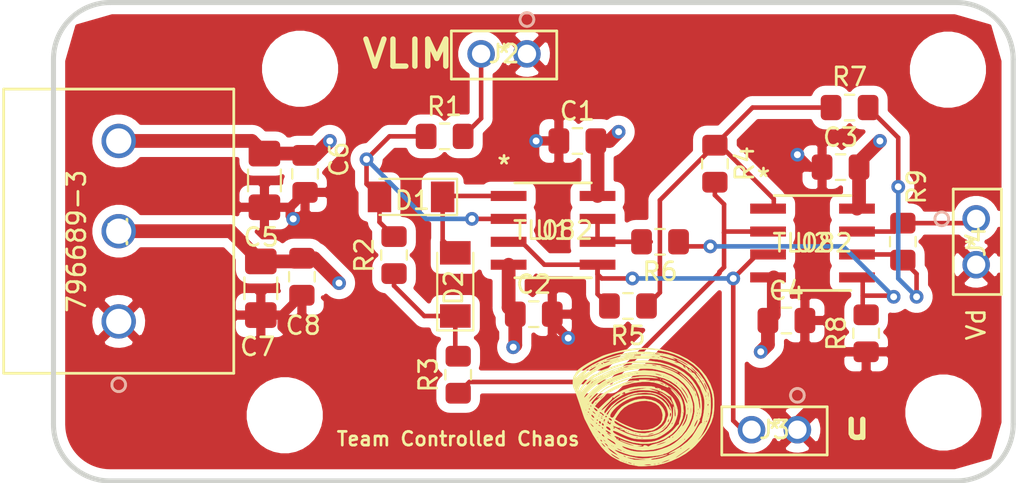
<source format=kicad_pcb>
(kicad_pcb (version 20171130) (host pcbnew "(5.1.4)-1")

  (general
    (thickness 1.6)
    (drawings 13)
    (tracks 147)
    (zones 0)
    (modules 30)
    (nets 15)
  )

  (page A4)
  (layers
    (0 F.Cu signal)
    (1 In1.Cu signal hide)
    (2 In2.Cu signal)
    (31 B.Cu signal hide)
    (37 F.SilkS user)
    (39 F.Mask user)
    (40 Dwgs.User user)
    (41 Cmts.User user)
    (42 Eco1.User user)
    (43 Eco2.User user)
    (44 Edge.Cuts user)
    (45 Margin user)
    (46 B.CrtYd user)
    (47 F.CrtYd user)
  )

  (setup
    (last_trace_width 0.254)
    (trace_clearance 0.254)
    (zone_clearance 0.508)
    (zone_45_only no)
    (trace_min 0.1778)
    (via_size 0.762)
    (via_drill 0.381)
    (via_min_size 0.762)
    (via_min_drill 0.381)
    (uvia_size 0.762)
    (uvia_drill 0.381)
    (uvias_allowed no)
    (uvia_min_size 0.762)
    (uvia_min_drill 0.381)
    (edge_width 0.05)
    (segment_width 0.2)
    (pcb_text_width 0.3)
    (pcb_text_size 1.5 1.5)
    (mod_edge_width 0.12)
    (mod_text_size 1 1)
    (mod_text_width 0.15)
    (pad_size 1.524 1.524)
    (pad_drill 0.762)
    (pad_to_mask_clearance 0.0508)
    (aux_axis_origin 0 0)
    (visible_elements 7FFFFFFF)
    (pcbplotparams
      (layerselection 0x010fc_ffffffff)
      (usegerberextensions false)
      (usegerberattributes false)
      (usegerberadvancedattributes false)
      (creategerberjobfile false)
      (excludeedgelayer true)
      (linewidth 0.100000)
      (plotframeref false)
      (viasonmask false)
      (mode 1)
      (useauxorigin false)
      (hpglpennumber 1)
      (hpglpenspeed 20)
      (hpglpendiameter 15.000000)
      (psnegative false)
      (psa4output false)
      (plotreference true)
      (plotvalue true)
      (plotinvisibletext false)
      (padsonsilk false)
      (subtractmaskfromsilk false)
      (outputformat 1)
      (mirror false)
      (drillshape 1)
      (scaleselection 1)
      (outputdirectory ""))
  )

  (net 0 "")
  (net 1 GND)
  (net 2 +15V)
  (net 3 -15V)
  (net 4 /VLIM)
  (net 5 "Net-(R4-Pad1)")
  (net 6 "Net-(R6-Pad1)")
  (net 7 "Net-(D1-Pad1)")
  (net 8 "Net-(D1-Pad2)")
  (net 9 "Net-(D2-Pad1)")
  (net 10 /u)
  (net 11 /Vd)
  (net 12 "Net-(R3-Pad1)")
  (net 13 "Net-(R6-Pad2)")
  (net 14 "Net-(R7-Pad1)")

  (net_class Default "This is the default net class."
    (clearance 0.254)
    (trace_width 0.254)
    (via_dia 0.762)
    (via_drill 0.381)
    (uvia_dia 0.762)
    (uvia_drill 0.381)
    (add_net /VLIM)
    (add_net /Vd)
    (add_net /u)
    (add_net "Net-(D1-Pad1)")
    (add_net "Net-(D1-Pad2)")
    (add_net "Net-(D2-Pad1)")
    (add_net "Net-(R3-Pad1)")
    (add_net "Net-(R4-Pad1)")
    (add_net "Net-(R6-Pad1)")
    (add_net "Net-(R6-Pad2)")
    (add_net "Net-(R7-Pad1)")
  )

  (net_class +15v ""
    (clearance 0.254)
    (trace_width 0.762)
    (via_dia 0.762)
    (via_drill 0.381)
    (uvia_dia 0.762)
    (uvia_drill 0.381)
    (add_net +15V)
  )

  (net_class -15v ""
    (clearance 0.254)
    (trace_width 0.762)
    (via_dia 0.762)
    (via_drill 0.381)
    (uvia_dia 0.762)
    (uvia_drill 0.381)
    (add_net -15V)
  )

  (net_class GND ""
    (clearance 0.254)
    (trace_width 0.508)
    (via_dia 0.762)
    (via_drill 0.381)
    (uvia_dia 0.762)
    (uvia_drill 0.381)
    (add_net GND)
  )

  (module FootPrints:AttractorLogo (layer F.Cu) (tedit 0) (tstamp 5D8F910D)
    (at 157.226 97.282)
    (fp_text reference G*** (at 0 0) (layer F.SilkS) hide
      (effects (font (size 1.524 1.524) (thickness 0.3)))
    )
    (fp_text value LOGO (at 0.75 0) (layer F.SilkS) hide
      (effects (font (size 1.524 1.524) (thickness 0.3)))
    )
    (fp_poly (pts (xy 2.41813 -2.061333) (xy 2.478548 -2.007419) (xy 2.528572 -1.943146) (xy 2.520363 -1.929777)
      (xy 2.459988 -1.967436) (xy 2.411393 -2.006056) (xy 2.357639 -2.061255) (xy 2.356406 -2.087656)
      (xy 2.359538 -2.087992) (xy 2.41813 -2.061333)) (layer F.SilkS) (width 0.01))
    (fp_poly (pts (xy 1.351935 -0.512096) (xy 1.331452 -0.491613) (xy 1.310968 -0.512096) (xy 1.331452 -0.53258)
      (xy 1.351935 -0.512096)) (layer F.SilkS) (width 0.01))
    (fp_poly (pts (xy 0.778387 -0.795243) (xy 0.937635 -0.72376) (xy 1.110155 -0.602181) (xy 1.268849 -0.451714)
      (xy 1.354718 -0.344181) (xy 1.421399 -0.2386) (xy 1.458791 -0.161909) (xy 1.461325 -0.136701)
      (xy 1.430727 -0.15388) (xy 1.383856 -0.224074) (xy 1.376746 -0.237439) (xy 1.266489 -0.393505)
      (xy 1.104287 -0.552685) (xy 0.915597 -0.691204) (xy 0.850313 -0.729162) (xy 0.771186 -0.776457)
      (xy 0.752022 -0.798549) (xy 0.778387 -0.795243)) (layer F.SilkS) (width 0.01))
    (fp_poly (pts (xy -2.17129 -0.716935) (xy -2.191774 -0.696451) (xy -2.212258 -0.716935) (xy -2.191774 -0.737419)
      (xy -2.17129 -0.716935)) (layer F.SilkS) (width 0.01))
    (fp_poly (pts (xy 0.819355 -1.53629) (xy 0.798871 -1.515806) (xy 0.778387 -1.53629) (xy 0.798871 -1.556774)
      (xy 0.819355 -1.53629)) (layer F.SilkS) (width 0.01))
    (fp_poly (pts (xy -1.529462 1.775269) (xy -1.535086 1.799624) (xy -1.556774 1.802581) (xy -1.590495 1.787591)
      (xy -1.584086 1.775269) (xy -1.535467 1.770366) (xy -1.529462 1.775269)) (layer F.SilkS) (width 0.01))
    (fp_poly (pts (xy 0.220894 -3.253872) (xy 0.784979 -3.189348) (xy 1.317999 -3.066622) (xy 1.814409 -2.888957)
      (xy 2.268664 -2.659614) (xy 2.67522 -2.381853) (xy 3.028529 -2.058937) (xy 3.323049 -1.694126)
      (xy 3.553232 -1.290682) (xy 3.712199 -0.856775) (xy 3.755636 -0.624051) (xy 3.777882 -0.339852)
      (xy 3.778928 -0.031852) (xy 3.758765 0.272273) (xy 3.717383 0.544848) (xy 3.712674 0.566635)
      (xy 3.616354 0.864887) (xy 3.459068 1.188306) (xy 3.251077 1.521563) (xy 3.002642 1.849326)
      (xy 2.724023 2.156265) (xy 2.521772 2.345952) (xy 2.193026 2.593948) (xy 1.811986 2.816188)
      (xy 1.400313 3.00352) (xy 0.979671 3.14679) (xy 0.57172 3.236845) (xy 0.357233 3.260596)
      (xy 0.176843 3.272231) (xy -0.000303 3.283564) (xy -0.122903 3.291327) (xy -0.268541 3.295599)
      (xy -0.402286 3.291897) (xy -0.430161 3.289479) (xy -0.843115 3.212807) (xy -0.113587 3.212807)
      (xy -0.107334 3.222714) (xy -0.020428 3.229611) (xy 0.05121 3.2317) (xy 0.17773 3.229241)
      (xy 0.263236 3.217988) (xy 0.286774 3.204644) (xy 0.250477 3.188074) (xy 0.159141 3.183883)
      (xy 0.112661 3.186327) (xy -0.039988 3.200481) (xy -0.113587 3.212807) (xy -0.843115 3.212807)
      (xy -0.940774 3.194675) (xy -0.966107 3.18569) (xy -0.719651 3.18569) (xy -0.679382 3.19225)
      (xy -0.626246 3.184718) (xy -0.626039 3.180135) (xy 0.403992 3.180135) (xy 0.458407 3.187227)
      (xy 0.471129 3.187498) (xy 0.541095 3.183069) (xy 0.547255 3.170245) (xy 0.543602 3.168612)
      (xy 0.462274 3.160508) (xy 0.420699 3.167094) (xy 0.403992 3.180135) (xy -0.626039 3.180135)
      (xy -0.625612 3.170733) (xy -0.680442 3.160953) (xy -0.704133 3.167499) (xy -0.719651 3.18569)
      (xy -0.966107 3.18569) (xy -1.239167 3.088845) (xy -1.00604 3.088845) (xy -0.962742 3.113549)
      (xy -0.867171 3.14283) (xy -0.819355 3.148758) (xy -0.805411 3.142337) (xy 0.640095 3.142337)
      (xy 0.696452 3.148048) (xy 0.754611 3.14161) (xy 0.747661 3.127384) (xy 0.663786 3.121973)
      (xy 0.645242 3.127384) (xy 0.640095 3.142337) (xy -0.805411 3.142337) (xy -0.796541 3.138253)
      (xy -0.839839 3.113549) (xy -0.881091 3.10091) (xy 0.842155 3.10091) (xy 0.867133 3.100764)
      (xy 0.903681 3.0945) (xy 1.012213 3.065312) (xy 1.141401 3.019263) (xy 1.159729 3.01177)
      (xy 1.271093 2.960264) (xy 1.308026 2.933071) (xy 1.275163 2.932998) (xy 1.177137 2.962855)
      (xy 1.116371 2.98549) (xy 0.958839 3.04734) (xy 0.870079 3.084458) (xy 0.842155 3.10091)
      (xy -0.881091 3.10091) (xy -0.93541 3.084268) (xy -0.983226 3.07834) (xy -1.00604 3.088845)
      (xy -1.239167 3.088845) (xy -1.362032 3.045269) (xy -1.133441 3.045269) (xy -1.127817 3.069624)
      (xy -1.106129 3.072581) (xy -1.072408 3.057591) (xy -1.078817 3.045269) (xy -1.127436 3.040366)
      (xy -1.133441 3.045269) (xy -1.362032 3.045269) (xy -1.421641 3.024128) (xy -1.458069 3.004301)
      (xy -1.256344 3.004301) (xy -1.250721 3.028657) (xy -1.229032 3.031613) (xy -1.195311 3.016624)
      (xy -1.201721 3.004301) (xy -1.25034 2.999398) (xy -1.256344 3.004301) (xy -1.458069 3.004301)
      (xy -1.520795 2.970162) (xy -1.351936 2.970162) (xy -1.331452 2.990645) (xy -1.310968 2.970162)
      (xy -1.331452 2.949678) (xy -1.351936 2.970162) (xy -1.520795 2.970162) (xy -1.877286 2.776137)
      (xy -1.982726 2.705369) (xy -2.107886 2.600875) (xy -1.957835 2.600875) (xy -1.954571 2.607869)
      (xy -1.900424 2.665236) (xy -1.809671 2.734553) (xy -1.702079 2.804104) (xy -1.597413 2.86217)
      (xy -1.515438 2.897034) (xy -1.475918 2.896979) (xy -1.474839 2.892273) (xy -1.506463 2.863129)
      (xy -1.585055 2.811118) (xy -1.593265 2.806177) (xy -1.04666 2.806177) (xy -1.044632 2.819453)
      (xy -0.967231 2.847458) (xy -0.895184 2.867256) (xy -0.777752 2.898417) (xy -0.693095 2.922573)
      (xy -0.675968 2.928166) (xy -0.619302 2.934428) (xy -0.501087 2.938799) (xy -0.341696 2.940694)
      (xy -0.245807 2.940484) (xy 0.143387 2.93776) (xy -0.245807 2.905768) (xy -0.445051 2.88678)
      (xy -0.63982 2.863812) (xy -0.797495 2.84085) (xy -0.839807 2.833173) (xy -0.977117 2.80997)
      (xy -1.04666 2.806177) (xy -1.593265 2.806177) (xy -1.611521 2.795191) (xy -1.732132 2.722031)
      (xy -1.256844 2.722031) (xy -1.229032 2.744839) (xy -1.154347 2.779505) (xy -1.126613 2.784552)
      (xy -1.119285 2.767647) (xy -1.147097 2.744839) (xy -1.221782 2.710173) (xy -1.249516 2.705126)
      (xy -1.256844 2.722031) (xy -1.732132 2.722031) (xy -1.739309 2.717678) (xy -1.861207 2.640633)
      (xy -1.865985 2.637515) (xy -1.935128 2.599036) (xy -1.957835 2.600875) (xy -2.107886 2.600875)
      (xy -2.222069 2.505547) (xy -2.469447 2.23753) (xy -2.472286 2.233791) (xy -2.150807 2.233791)
      (xy -2.067067 2.349095) (xy -1.98279 2.435605) (xy -1.859111 2.530389) (xy -1.780293 2.579737)
      (xy -1.643607 2.655747) (xy -1.57337 2.689785) (xy -1.56602 2.682448) (xy -1.617994 2.634332)
      (xy -1.659194 2.600024) (xy -1.766608 2.515417) (xy -1.900499 2.414584) (xy -1.966452 2.366457)
      (xy -2.062097 2.297628) (xy -1.618226 2.297628) (xy -1.612903 2.314334) (xy -1.550738 2.356273)
      (xy -1.515807 2.376129) (xy -1.414468 2.426379) (xy -1.341696 2.453233) (xy -1.331452 2.45463)
      (xy -1.336775 2.437924) (xy -1.398939 2.395985) (xy -1.433871 2.376129) (xy -1.535209 2.32588)
      (xy -1.607981 2.299026) (xy -1.618226 2.297628) (xy -2.062097 2.297628) (xy -2.150807 2.233791)
      (xy -2.472286 2.233791) (xy -2.654252 1.994197) (xy -2.480321 1.994197) (xy -2.477949 2.00742)
      (xy -2.423197 2.090189) (xy -2.353922 2.169246) (xy -2.291441 2.222839) (xy -2.258579 2.231268)
      (xy -2.272219 2.193046) (xy -2.331403 2.120623) (xy -2.373483 2.0778) (xy -2.429935 2.027593)
      (xy -2.294194 2.027593) (xy -2.267735 2.06395) (xy -2.207686 2.125375) (xy -2.143035 2.184049)
      (xy -2.102772 2.212152) (xy -2.101767 2.212258) (xy -2.107514 2.191775) (xy -1.843548 2.191775)
      (xy -1.823065 2.212258) (xy -1.802581 2.191775) (xy -1.823065 2.171291) (xy -1.843548 2.191775)
      (xy -2.107514 2.191775) (xy -2.10997 2.183024) (xy -2.128195 2.150807) (xy -1.925484 2.150807)
      (xy -1.905 2.171291) (xy -1.884516 2.150807) (xy -1.905 2.130323) (xy -1.925484 2.150807)
      (xy -2.128195 2.150807) (xy -2.139336 2.131114) (xy -2.191657 2.069491) (xy -2.250459 2.025642)
      (xy -2.289755 2.016939) (xy -2.294194 2.027593) (xy -2.429935 2.027593) (xy -2.44568 2.01359)
      (xy -2.480321 1.994197) (xy -2.654252 1.994197) (xy -2.715735 1.913243) (xy -2.746735 1.864836)
      (xy -2.530333 1.864836) (xy -2.488993 1.912131) (xy -2.450631 1.925484) (xy -2.434117 1.902077)
      (xy -2.458886 1.863043) (xy -2.508982 1.820096) (xy -2.529456 1.819349) (xy -2.530333 1.864836)
      (xy -2.746735 1.864836) (xy -2.786404 1.802892) (xy -2.373446 1.802892) (xy -2.363272 1.824107)
      (xy -2.340387 1.853791) (xy -2.28059 1.917482) (xy -2.253898 1.917205) (xy -2.253226 1.910017)
      (xy -2.281222 1.875819) (xy -2.324919 1.838323) (xy -2.373446 1.802892) (xy -2.786404 1.802892)
      (xy -2.81628 1.756239) (xy -2.15145 1.756239) (xy -2.149744 1.770093) (xy -2.110144 1.811319)
      (xy -2.024296 1.878968) (xy -1.915641 1.956717) (xy -1.80762 2.028242) (xy -1.723675 2.077218)
      (xy -1.691282 2.089355) (xy -1.694792 2.058782) (xy -1.702238 2.037264) (xy -1.752137 1.973508)
      (xy -1.79313 1.94271) (xy -1.872481 1.894932) (xy -1.983389 1.827872) (xy -2.017657 1.807108)
      (xy -2.112858 1.757242) (xy -2.15145 1.756239) (xy -2.81628 1.756239) (xy -2.852193 1.700162)
      (xy -2.703871 1.700162) (xy -2.683387 1.720645) (xy -2.662903 1.700162) (xy -2.683387 1.679678)
      (xy -2.703871 1.700162) (xy -2.852193 1.700162) (xy -2.951812 1.544608) (xy -2.955149 1.538477)
      (xy -2.456586 1.538477) (xy -2.440189 1.588943) (xy -2.386371 1.635429) (xy -2.316557 1.672443)
      (xy -2.305449 1.658299) (xy -2.335161 1.597742) (xy -2.385273 1.532921) (xy -2.418538 1.515807)
      (xy -2.456586 1.538477) (xy -2.955149 1.538477) (xy -3.069221 1.328946) (xy -2.696197 1.328946)
      (xy -2.646312 1.386942) (xy -2.577844 1.457836) (xy -2.54654 1.46895) (xy -2.54 1.435313)
      (xy -2.572276 1.388394) (xy -2.632177 1.347416) (xy -2.694649 1.316568) (xy -2.696197 1.328946)
      (xy -3.069221 1.328946) (xy -3.08299 1.303655) (xy -2.253226 1.303655) (xy -2.223174 1.353263)
      (xy -2.161048 1.407538) (xy -2.102958 1.451715) (xy -2.111068 1.45904) (xy -2.150807 1.448015)
      (xy -2.175798 1.451662) (xy -2.136714 1.494437) (xy -2.091638 1.530803) (xy -1.99464 1.60032)
      (xy -1.93691 1.633412) (xy -1.92726 1.627725) (xy -1.974503 1.580906) (xy -2.007419 1.553296)
      (xy -2.109839 1.469703) (xy -2.007741 1.498664) (xy -1.939749 1.512635) (xy -1.937261 1.491527)
      (xy -1.953381 1.470506) (xy -2.017833 1.411774) (xy -2.103678 1.35388) (xy -2.1867 1.3103)
      (xy -2.242684 1.294509) (xy -2.253226 1.303655) (xy -3.08299 1.303655) (xy -3.112465 1.249516)
      (xy -2.785807 1.249516) (xy -2.765323 1.27) (xy -2.744839 1.249516) (xy -2.765323 1.229033)
      (xy -2.785807 1.249516) (xy -3.112465 1.249516) (xy -3.151547 1.17773) (xy -3.17454 1.132076)
      (xy -2.458065 1.132076) (xy -2.437866 1.192146) (xy -2.39739 1.215544) (xy -2.382274 1.207866)
      (xy -2.387928 1.165777) (xy -2.401209 1.148878) (xy -2.220111 1.148878) (xy -2.148337 1.223656)
      (xy -2.148203 1.223761) (xy -2.042696 1.294935) (xy -1.983869 1.303594) (xy -1.966452 1.254228)
      (xy -1.997067 1.190946) (xy -2.068732 1.130395) (xy -2.151177 1.091374) (xy -2.214131 1.09268)
      (xy -2.219559 1.097044) (xy -2.220111 1.148878) (xy -2.401209 1.148878) (xy -2.409586 1.138221)
      (xy -2.450832 1.115125) (xy -2.458065 1.132076) (xy -3.17454 1.132076) (xy -3.23884 1.004405)
      (xy -3.301676 0.880807) (xy -3.125364 0.880807) (xy -3.053293 0.993468) (xy -2.993258 1.068408)
      (xy -2.938616 1.108949) (xy -2.909641 1.101162) (xy -2.90871 1.092787) (xy -2.93569 1.059263)
      (xy -2.990151 1.005699) (xy -2.645869 1.005699) (xy -2.642129 1.024663) (xy -2.598312 1.058624)
      (xy -2.551354 1.064323) (xy -2.54 1.049061) (xy -2.572135 1.02275) (xy -2.603579 1.008562)
      (xy -2.645869 1.005699) (xy -2.990151 1.005699) (xy -3.002106 0.993942) (xy -3.017037 0.980125)
      (xy -3.105659 0.898873) (xy -2.785807 0.898873) (xy -2.756068 0.940591) (xy -2.744839 0.942258)
      (xy -2.704936 0.928281) (xy -2.703871 0.924192) (xy -2.732579 0.889215) (xy -2.744839 0.880807)
      (xy -2.78259 0.884055) (xy -2.785807 0.898873) (xy -3.105659 0.898873) (xy -3.125364 0.880807)
      (xy -3.301676 0.880807) (xy -3.315152 0.8543) (xy -3.318517 0.847771) (xy -2.617265 0.847771)
      (xy -2.586816 0.912849) (xy -2.541286 0.942258) (xy -2.526736 0.929591) (xy -2.453293 0.929591)
      (xy -2.451304 0.987223) (xy -2.412569 1.033287) (xy -2.406855 1.035655) (xy -2.345153 1.041286)
      (xy -2.340726 0.989842) (xy -2.349298 0.964509) (xy -2.350675 0.962742) (xy -2.17129 0.962742)
      (xy -2.150807 0.983226) (xy -2.130323 0.962742) (xy -2.150807 0.942258) (xy -2.17129 0.962742)
      (xy -2.350675 0.962742) (xy -2.392478 0.909135) (xy -2.415811 0.901291) (xy -2.453293 0.929591)
      (xy -2.526736 0.929591) (xy -2.503396 0.909273) (xy -2.499032 0.883225) (xy -2.506516 0.862935)
      (xy -2.159497 0.862935) (xy -2.109839 0.91577) (xy -2.026572 0.971967) (xy -1.979367 0.969962)
      (xy -1.95214 0.923086) (xy -1.955944 0.855077) (xy -1.974571 0.834821) (xy -2.000375 0.831443)
      (xy -1.987563 0.859308) (xy -1.980658 0.896633) (xy -2.011959 0.89295) (xy -2.063498 0.850158)
      (xy -2.068871 0.829597) (xy -2.095854 0.76225) (xy -2.106165 0.751076) (xy -2.125272 0.744652)
      (xy -2.116152 0.764646) (xy -2.120932 0.818774) (xy -2.140309 0.831639) (xy -2.159497 0.862935)
      (xy -2.506516 0.862935) (xy -2.522928 0.818444) (xy -2.573176 0.783448) (xy -2.609238 0.793002)
      (xy -2.617265 0.847771) (xy -3.318517 0.847771) (xy -3.371556 0.744884) (xy -3.397449 0.696452)
      (xy -3.424601 0.632531) (xy -3.438564 0.594033) (xy -3.093065 0.594033) (xy -3.015022 0.68621)
      (xy -2.942384 0.76362) (xy -2.910748 0.774795) (xy -2.90871 0.764253) (xy -2.930867 0.73742)
      (xy -2.744839 0.73742) (xy -2.713663 0.777197) (xy -2.703871 0.778387) (xy -2.694418 0.770978)
      (xy -2.354739 0.770978) (xy -2.340321 0.839793) (xy -2.327347 0.859336) (xy -2.31226 0.860323)
      (xy -2.307146 0.834004) (xy -2.314677 0.819355) (xy -2.315356 0.781435) (xy -2.303439 0.778387)
      (xy -2.270406 0.745422) (xy -2.266882 0.720842) (xy -2.293905 0.680332) (xy -2.317465 0.682706)
      (xy -2.354428 0.733229) (xy -2.354739 0.770978) (xy -2.694418 0.770978) (xy -2.664094 0.747212)
      (xy -2.662903 0.73742) (xy -2.694079 0.697642) (xy -2.703871 0.696452) (xy -2.743648 0.727627)
      (xy -2.744839 0.73742) (xy -2.930867 0.73742) (xy -2.936337 0.730796) (xy -3.000887 0.672076)
      (xy -3.093065 0.594033) (xy -3.438564 0.594033) (xy -3.468812 0.51064) (xy -3.480154 0.477175)
      (xy -3.041655 0.477175) (xy -2.994779 0.548245) (xy -2.984296 0.559823) (xy -2.910969 0.616355)
      (xy -2.873691 0.609651) (xy -2.876252 0.596022) (xy -2.522966 0.596022) (xy -2.519226 0.614986)
      (xy -2.475408 0.648946) (xy -2.428451 0.654646) (xy -2.417097 0.639383) (xy -2.429098 0.629557)
      (xy -2.077084 0.629557) (xy -2.074042 0.674593) (xy -2.030251 0.720285) (xy -1.94283 0.770321)
      (xy -1.894764 0.769472) (xy -1.893783 0.730105) (xy -1.921293 0.692678) (xy -1.724995 0.692678)
      (xy -1.548707 0.80428) (xy -1.370379 0.904272) (xy -1.143332 1.013285) (xy -0.897731 1.118189)
      (xy -0.663743 1.205857) (xy -0.527568 1.248672) (xy -0.246436 1.291102) (xy 0.055207 1.275066)
      (xy 0.343419 1.203324) (xy 0.421757 1.171546) (xy 0.653133 1.039769) (xy 0.808914 0.882853)
      (xy 0.893428 0.693709) (xy 0.911002 0.465247) (xy 0.903219 0.382864) (xy 0.835868 0.147838)
      (xy 0.705093 -0.044216) (xy 0.519088 -0.190133) (xy 0.286044 -0.286748) (xy 0.014153 -0.330897)
      (xy -0.288393 -0.319416) (xy -0.613401 -0.249139) (xy -0.67884 -0.228267) (xy -0.976467 -0.107061)
      (xy -1.216849 0.043854) (xy -1.420544 0.241055) (xy -1.608108 0.501119) (xy -1.632699 0.540936)
      (xy -1.724995 0.692678) (xy -1.921293 0.692678) (xy -1.940557 0.66647) (xy -2.011717 0.62503)
      (xy -2.071756 0.625261) (xy -2.077084 0.629557) (xy -2.429098 0.629557) (xy -2.449232 0.613072)
      (xy -2.480676 0.598885) (xy -2.522966 0.596022) (xy -2.876252 0.596022) (xy -2.884026 0.554667)
      (xy -2.919614 0.505269) (xy -2.649247 0.505269) (xy -2.643624 0.529624) (xy -2.621936 0.532581)
      (xy -2.588214 0.517591) (xy -2.594624 0.505269) (xy -2.613593 0.503356) (xy -2.492428 0.503356)
      (xy -2.482461 0.526251) (xy -2.44121 0.570232) (xy -2.417496 0.56121) (xy -2.417097 0.555483)
      (xy -2.422604 0.548924) (xy -2.278572 0.548924) (xy -2.247358 0.577357) (xy -2.192169 0.58164)
      (xy -2.167856 0.541541) (xy -2.178135 0.519611) (xy -1.997214 0.519611) (xy -1.962747 0.576705)
      (xy -1.886836 0.609085) (xy -1.824529 0.588023) (xy -1.758984 0.503961) (xy -1.722504 0.440404)
      (xy -1.558529 0.201643) (xy -1.353984 -0.001934) (xy -1.147097 -0.139199) (xy -1.02125 -0.203493)
      (xy -0.914268 -0.259482) (xy -0.880807 -0.277581) (xy -0.64638 -0.372727) (xy -0.372661 -0.429133)
      (xy -0.095854 -0.439898) (xy -0.04751 -0.436366) (xy 0.277949 -0.384285) (xy 0.539295 -0.291622)
      (xy 0.746329 -0.153149) (xy 0.908851 0.036361) (xy 0.94358 0.092163) (xy 1.016475 0.229043)
      (xy 1.049826 0.337134) (xy 1.052916 0.453446) (xy 1.048 0.508322) (xy 0.985904 0.743435)
      (xy 0.850665 0.952969) (xy 0.638889 1.141862) (xy 0.588055 1.176931) (xy 0.479068 1.246652)
      (xy 0.389277 1.291949) (xy 0.294938 1.318999) (xy 0.172308 1.333979) (xy -0.002357 1.343064)
      (xy -0.05886 1.34521) (xy -0.30595 1.348307) (xy -0.491476 1.335548) (xy -0.634543 1.305424)
      (xy -0.6577 1.297889) (xy -0.849142 1.224718) (xy -1.068477 1.129831) (xy -1.286553 1.026775)
      (xy -1.47422 0.929098) (xy -1.561143 0.878049) (xy -1.673363 0.809776) (xy -1.733553 0.783985)
      (xy -1.757637 0.797376) (xy -1.761613 0.836498) (xy -1.732963 0.893205) (xy -1.643592 0.963943)
      (xy -1.488366 1.05185) (xy -1.262152 1.160067) (xy -1.153147 1.208644) (xy -0.751779 1.360946)
      (xy -0.394576 1.445875) (xy -0.079565 1.463768) (xy 0.143387 1.430044) (xy 0.276273 1.396639)
      (xy 0.393256 1.369349) (xy 0.409677 1.365834) (xy 0.607455 1.294757) (xy 0.646707 1.27)
      (xy 0.864733 1.27) (xy 0.902647 1.243157) (xy 0.976284 1.174808) (xy 1.024193 1.126613)
      (xy 1.100108 1.044449) (xy 1.140883 0.992573) (xy 1.142686 0.983226) (xy 1.104772 1.010069)
      (xy 1.031135 1.078419) (xy 0.983226 1.126613) (xy 0.907311 1.208777) (xy 0.866536 1.260653)
      (xy 0.864733 1.27) (xy 0.646707 1.27) (xy 0.798386 1.174335) (xy 0.962768 1.021953)
      (xy 1.080902 0.854994) (xy 1.095285 0.816772) (xy 1.194281 0.816772) (xy 1.204983 0.849415)
      (xy 1.229032 0.839839) (xy 1.260805 0.782911) (xy 1.26712 0.72476) (xy 1.262336 0.661991)
      (xy 1.246046 0.678509) (xy 1.229032 0.716936) (xy 1.194281 0.816772) (xy 1.095285 0.816772)
      (xy 1.126806 0.733015) (xy 1.158805 0.622946) (xy 1.195871 0.545367) (xy 1.197996 0.542601)
      (xy 1.220556 0.460887) (xy 1.311595 0.460887) (xy 1.317397 0.543488) (xy 1.336563 0.552411)
      (xy 1.351935 0.532581) (xy 1.387807 0.437871) (xy 1.392276 0.399436) (xy 1.373505 0.338661)
      (xy 1.351935 0.327742) (xy 1.324223 0.363551) (xy 1.311665 0.450773) (xy 1.311595 0.460887)
      (xy 1.220556 0.460887) (xy 1.220589 0.460771) (xy 1.212046 0.330483) (xy 1.17661 0.177187)
      (xy 1.118522 0.026328) (xy 1.108634 0.006483) (xy 0.946541 -0.222718) (xy 0.728783 -0.400343)
      (xy 0.464587 -0.524841) (xy 0.163178 -0.594662) (xy -0.166216 -0.608253) (xy -0.514368 -0.564065)
      (xy -0.872053 -0.460546) (xy -1.097628 -0.364411) (xy -1.289682 -0.257268) (xy -1.475556 -0.127425)
      (xy -1.646249 0.015328) (xy -1.792762 0.161198) (xy -1.906093 0.300395) (xy -1.977244 0.42313)
      (xy -1.997214 0.519611) (xy -2.178135 0.519611) (xy -2.184781 0.505434) (xy -2.233698 0.503048)
      (xy -2.254874 0.513116) (xy -2.278572 0.548924) (xy -2.422604 0.548924) (xy -2.446195 0.520831)
      (xy -2.464394 0.508185) (xy -2.492428 0.503356) (xy -2.613593 0.503356) (xy -2.643243 0.500366)
      (xy -2.649247 0.505269) (xy -2.919614 0.505269) (xy -2.930465 0.490209) (xy -2.996582 0.439535)
      (xy -3.040169 0.43545) (xy -3.041655 0.477175) (xy -3.480154 0.477175) (xy -3.496088 0.430162)
      (xy -3.277419 0.430162) (xy -3.256936 0.450645) (xy -3.236452 0.430162) (xy -2.621936 0.430162)
      (xy -2.601452 0.450645) (xy -2.580968 0.430162) (xy -2.601452 0.409678) (xy -2.621936 0.430162)
      (xy -3.236452 0.430162) (xy -3.256936 0.409678) (xy -3.277419 0.430162) (xy -3.496088 0.430162)
      (xy -3.509973 0.389194) (xy -3.154516 0.389194) (xy -3.134032 0.409678) (xy -3.113548 0.389194)
      (xy -3.134032 0.36871) (xy -3.154516 0.389194) (xy -3.509973 0.389194) (xy -3.522895 0.351072)
      (xy -3.544545 0.284357) (xy -3.236452 0.284357) (xy -3.206713 0.326075) (xy -3.195484 0.327742)
      (xy -3.155581 0.313765) (xy -3.154516 0.309676) (xy -3.183224 0.274699) (xy -3.190418 0.269765)
      (xy -2.970789 0.269765) (xy -2.921636 0.322976) (xy -2.914413 0.329105) (xy -2.829912 0.392679)
      (xy -2.794499 0.405162) (xy -2.814244 0.366679) (xy -2.847258 0.327742) (xy -2.580968 0.327742)
      (xy -2.548112 0.364816) (xy -2.523899 0.36871) (xy -2.460655 0.401756) (xy -2.44325 0.430162)
      (xy -2.402279 0.480431) (xy -2.354827 0.489298) (xy -2.335161 0.455357) (xy -2.365552 0.412565)
      (xy -2.365703 0.412438) (xy -2.190068 0.412438) (xy -2.160884 0.444719) (xy -2.129662 0.42925)
      (xy -2.083497 0.355166) (xy -2.052972 0.297016) (xy -1.984309 0.183136) (xy -1.894918 0.07743)
      (xy -1.771573 -0.031953) (xy -1.601049 -0.156868) (xy -1.392903 -0.294555) (xy -1.15622 -0.441247)
      (xy -0.961051 -0.545148) (xy -0.783954 -0.613415) (xy -0.60149 -0.653202) (xy -0.390219 -0.671664)
      (xy -0.143387 -0.675967) (xy 0.071989 -0.674461) (xy 0.227352 -0.667662) (xy 0.344602 -0.65215)
      (xy 0.445638 -0.624504) (xy 0.552361 -0.581304) (xy 0.599199 -0.559989) (xy 0.864152 -0.403152)
      (xy 1.082361 -0.194295) (xy 1.268421 0.080565) (xy 1.269187 0.081936) (xy 1.334716 0.193764)
      (xy 1.367965 0.235214) (xy 1.372223 0.209723) (xy 1.367187 0.184355) (xy 1.33368 0.087384)
      (xy 1.294418 0.031353) (xy 1.27274 0.004078) (xy 1.282863 0.000628) (xy 1.297339 -0.02685)
      (xy 1.266505 -0.097022) (xy 1.202147 -0.193816) (xy 1.116048 -0.301158) (xy 1.019993 -0.402973)
      (xy 0.930846 -0.479506) (xy 0.638331 -0.644558) (xy 0.305463 -0.744434) (xy -0.058327 -0.779033)
      (xy -0.443605 -0.748254) (xy -0.840939 -0.651996) (xy -1.215334 -0.502514) (xy -1.370538 -0.420912)
      (xy -1.516679 -0.331778) (xy -1.604528 -0.268196) (xy -1.713887 -0.168903) (xy -1.835124 -0.045827)
      (xy -1.955673 0.086428) (xy -2.062973 0.21326) (xy -2.144461 0.320064) (xy -2.187573 0.392238)
      (xy -2.190068 0.412438) (xy -2.365703 0.412438) (xy -2.435224 0.354099) (xy -2.511926 0.304245)
      (xy -2.559043 0.286775) (xy -2.58039 0.31841) (xy -2.580968 0.327742) (xy -2.847258 0.327742)
      (xy -2.915467 0.268995) (xy -2.318102 0.268995) (xy -2.316341 0.316982) (xy -2.291835 0.35573)
      (xy -2.256901 0.338726) (xy -2.200246 0.266291) (xy -1.9037 -0.079208) (xy -1.555269 -0.361881)
      (xy -1.322594 -0.500198) (xy -0.977014 -0.660097) (xy -0.654131 -0.761383) (xy -0.327495 -0.811005)
      (xy -0.109353 -0.818868) (xy 0.241682 -0.798501) (xy 0.536391 -0.734466) (xy 0.791249 -0.620687)
      (xy 1.022735 -0.451088) (xy 1.109266 -0.369474) (xy 1.285988 -0.138987) (xy 1.396894 0.125825)
      (xy 1.433871 0.39619) (xy 1.396911 0.623585) (xy 1.294435 0.858135) (xy 1.139051 1.082296)
      (xy 0.943367 1.278518) (xy 0.719988 1.429255) (xy 0.675968 1.451067) (xy 0.46779 1.525329)
      (xy 0.21801 1.580209) (xy -0.041058 1.611171) (xy -0.277099 1.613679) (xy -0.389194 1.600593)
      (xy -0.643511 1.54698) (xy -0.391909 1.54698) (xy -0.35164 1.55354) (xy -0.310053 1.547645)
      (xy 0.089487 1.547645) (xy 0.106548 1.554009) (xy 0.205942 1.542517) (xy 0.32372 1.51107)
      (xy 0.418647 1.473736) (xy 0.43972 1.455662) (xy 0.39294 1.457756) (xy 0.284307 1.480926)
      (xy 0.225323 1.49618) (xy 0.128058 1.526497) (xy 0.089487 1.547645) (xy -0.310053 1.547645)
      (xy -0.298504 1.546008) (xy -0.29787 1.532023) (xy -0.352701 1.522243) (xy -0.376391 1.528789)
      (xy -0.391909 1.54698) (xy -0.643511 1.54698) (xy -0.643877 1.546903) (xy -0.805364 1.503628)
      (xy -0.629905 1.503628) (xy -0.573548 1.509338) (xy -0.515389 1.5029) (xy -0.522339 1.488675)
      (xy -0.606214 1.483264) (xy -0.624758 1.488675) (xy -0.629905 1.503628) (xy -0.805364 1.503628)
      (xy -0.862619 1.488285) (xy -0.960638 1.454355) (xy -0.737419 1.454355) (xy -0.716936 1.474839)
      (xy -0.696452 1.454355) (xy -0.716936 1.433871) (xy -0.737419 1.454355) (xy -0.960638 1.454355)
      (xy -1.035411 1.428472) (xy -1.152243 1.3712) (xy -1.157836 1.365592) (xy -1.010538 1.365592)
      (xy -1.004914 1.389947) (xy -0.983226 1.392904) (xy -0.949505 1.377914) (xy -0.955914 1.365592)
      (xy -1.004533 1.360689) (xy -1.010538 1.365592) (xy -1.157836 1.365592) (xy -1.198696 1.324624)
      (xy -1.133441 1.324624) (xy -1.127817 1.348979) (xy -1.106129 1.351936) (xy -1.072408 1.336946)
      (xy -1.078817 1.324624) (xy -1.127436 1.319721) (xy -1.133441 1.324624) (xy -1.198696 1.324624)
      (xy -1.203105 1.320204) (xy -1.200464 1.297887) (xy -1.202134 1.276595) (xy -1.219265 1.284447)
      (xy -1.275163 1.290579) (xy -1.355509 1.274382) (xy -1.429588 1.245962) (xy -1.466685 1.215422)
      (xy -1.463545 1.204083) (xy -1.414274 1.202867) (xy -1.345202 1.227973) (xy -1.2803 1.258058)
      (xy -1.284893 1.24698) (xy -1.330276 1.209905) (xy -1.41185 1.167936) (xy -1.465791 1.166301)
      (xy -1.53347 1.161773) (xy -1.638529 1.12546) (xy -1.682047 1.10492) (xy -1.778116 1.064164)
      (xy -1.835948 1.05556) (xy -1.843548 1.064329) (xy -1.81116 1.103585) (xy -1.792339 1.106757)
      (xy -1.764957 1.116966) (xy -1.795774 1.142023) (xy -1.825931 1.175588) (xy -1.783404 1.202378)
      (xy -1.738293 1.20704) (xy -1.741419 1.187596) (xy -1.753377 1.154573) (xy -1.722563 1.155622)
      (xy -1.639862 1.193815) (xy -1.504944 1.267294) (xy -1.082445 1.469956) (xy -0.665188 1.603379)
      (xy -0.261104 1.666068) (xy 0.014791 1.659194) (xy 0.450645 1.659194) (xy 0.471129 1.679678)
      (xy 0.491613 1.659194) (xy 0.471129 1.63871) (xy 0.450645 1.659194) (xy 0.014791 1.659194)
      (xy 0.121875 1.656526) (xy 0.339387 1.615208) (xy 0.580644 1.536291) (xy 0.737419 1.536291)
      (xy 0.757903 1.556775) (xy 0.778387 1.536291) (xy 0.757903 1.515807) (xy 0.737419 1.536291)
      (xy 0.580644 1.536291) (xy 0.671822 1.506466) (xy 0.937728 1.366108) (xy 1.074266 1.249516)
      (xy 1.188064 1.249516) (xy 1.208548 1.27) (xy 1.229032 1.249516) (xy 1.208548 1.229033)
      (xy 1.188064 1.249516) (xy 1.074266 1.249516) (xy 1.14922 1.185512) (xy 1.192649 1.126613)
      (xy 1.27 1.126613) (xy 1.290484 1.147097) (xy 1.310968 1.126613) (xy 1.290484 1.106129)
      (xy 1.27 1.126613) (xy 1.192649 1.126613) (xy 1.302147 0.978111) (xy 1.403548 0.978111)
      (xy 1.433559 0.958476) (xy 1.438954 0.953183) (xy 1.471314 0.89947) (xy 1.466927 0.879723)
      (xy 1.436452 0.892017) (xy 1.416021 0.93025) (xy 1.403548 0.978111) (xy 1.302147 0.978111)
      (xy 1.31841 0.956055) (xy 1.353854 0.893154) (xy 1.422942 0.75669) (xy 1.464474 0.644455)
      (xy 1.485479 0.525651) (xy 1.492986 0.369482) (xy 1.493829 0.279885) (xy 1.497917 0.102365)
      (xy 1.508565 0.004184) (xy 1.526101 -0.017019) (xy 1.53373 -0.007043) (xy 1.554245 0.068896)
      (xy 1.56818 0.196094) (xy 1.572137 0.315017) (xy 1.577675 0.449021) (xy 1.592564 0.529823)
      (xy 1.610511 0.545173) (xy 1.632881 0.488307) (xy 1.633218 0.37393) (xy 1.614759 0.222473)
      (xy 1.582175 0.061452) (xy 1.63871 0.061452) (xy 1.659193 0.081936) (xy 1.679677 0.061452)
      (xy 1.659193 0.040968) (xy 1.63871 0.061452) (xy 1.582175 0.061452) (xy 1.580741 0.054366)
      (xy 1.534401 -0.10996) (xy 1.48734 -0.232287) (xy 1.432066 -0.365082) (xy 1.396545 -0.472884)
      (xy 1.388519 -0.526684) (xy 1.368915 -0.56589) (xy 1.344487 -0.563873) (xy 1.284045 -0.576748)
      (xy 1.186369 -0.629464) (xy 1.112378 -0.680981) (xy 0.880596 -0.822384) (xy 0.609248 -0.934012)
      (xy 0.463103 -0.96957) (xy 0.710107 -0.96957) (xy 0.715731 -0.945214) (xy 0.737419 -0.942258)
      (xy 0.77114 -0.957247) (xy 0.764731 -0.96957) (xy 0.716112 -0.974473) (xy 0.710107 -0.96957)
      (xy 0.463103 -0.96957) (xy 0.339118 -0.999736) (xy 0.291285 -1.005704) (xy 0.239934 -1.010537)
      (xy 0.587204 -1.010537) (xy 0.592828 -0.986182) (xy 0.614516 -0.983225) (xy 0.648237 -0.998215)
      (xy 0.641828 -1.010537) (xy 0.593209 -1.01544) (xy 0.587204 -1.010537) (xy 0.239934 -1.010537)
      (xy 0.195319 -1.014736) (xy 0.161733 -1.013452) (xy 0.195234 -0.997859) (xy 0.30053 -0.963966)
      (xy 0.363491 -0.944487) (xy 0.500166 -0.899379) (xy 0.603667 -0.859763) (xy 0.650266 -0.835115)
      (xy 0.640054 -0.823648) (xy 0.594848 -0.835642) (xy 0.46388 -0.868167) (xy 0.278178 -0.895796)
      (xy 0.064901 -0.916206) (xy -0.148791 -0.927077) (xy -0.335737 -0.926087) (xy -0.404655 -0.921074)
      (xy -0.592529 -0.89206) (xy -0.790939 -0.847412) (xy -0.896267 -0.816542) (xy -1.049982 -0.766823)
      (xy -1.139034 -0.7438) (xy -1.175612 -0.745759) (xy -1.171906 -0.770987) (xy -1.167581 -0.778387)
      (xy -1.165238 -0.814628) (xy -1.208286 -0.816925) (xy -1.270054 -0.790332) (xy -1.316193 -0.750232)
      (xy -1.350514 -0.700932) (xy -1.324688 -0.699492) (xy -1.300726 -0.707979) (xy -1.240381 -0.726212)
      (xy -1.24243 -0.711512) (xy -1.309497 -0.661718) (xy -1.444205 -0.574667) (xy -1.519388 -0.527834)
      (xy -1.707232 -0.410013) (xy -1.842574 -0.318763) (xy -1.943442 -0.238951) (xy -2.027862 -0.155443)
      (xy -2.113859 -0.053106) (xy -2.169035 0.017561) (xy -2.273021 0.166486) (xy -2.318102 0.268995)
      (xy -2.915467 0.268995) (xy -2.917858 0.266936) (xy -2.966269 0.24717) (xy -2.970789 0.269765)
      (xy -3.190418 0.269765) (xy -3.195484 0.266291) (xy -3.233235 0.269539) (xy -3.236452 0.284357)
      (xy -3.544545 0.284357) (xy -3.557056 0.245807) (xy -3.577027 0.184355) (xy -3.359355 0.184355)
      (xy -3.338871 0.204839) (xy -3.318387 0.184355) (xy -3.338871 0.163871) (xy -3.359355 0.184355)
      (xy -3.577027 0.184355) (xy -3.602155 0.107034) (xy -3.181401 0.107034) (xy -3.175 0.122904)
      (xy -3.138186 0.161986) (xy -3.131615 0.163871) (xy -3.114018 0.132175) (xy -3.113548 0.122904)
      (xy -3.145043 0.08351) (xy -3.156934 0.081936) (xy -3.181401 0.107034) (xy -3.602155 0.107034)
      (xy -3.616426 0.063121) (xy -2.898483 0.063121) (xy -2.885998 0.113713) (xy -2.847485 0.16362)
      (xy -2.771225 0.233024) (xy -2.716858 0.23881) (xy -2.691604 0.219884) (xy -2.696904 0.199373)
      (xy -2.481926 0.199373) (xy -2.445161 0.188413) (xy -2.364029 0.127963) (xy -2.250583 0.027952)
      (xy -2.119262 -0.099288) (xy -1.966651 -0.247398) (xy -1.815645 -0.38408) (xy -1.68587 -0.492085)
      (xy -1.611428 -0.545686) (xy -1.493335 -0.625398) (xy -1.42774 -0.681518) (xy -1.418238 -0.70744)
      (xy -1.468427 -0.696555) (xy -1.549712 -0.659086) (xy -1.65553 -0.599207) (xy -1.727596 -0.547597)
      (xy -1.740767 -0.533166) (xy -1.794924 -0.493278) (xy -1.807416 -0.491613) (xy -1.827899 -0.517614)
      (xy -1.819153 -0.53891) (xy -1.814268 -0.566899) (xy -1.837887 -0.556563) (xy -1.869505 -0.510331)
      (xy -1.865355 -0.493752) (xy -1.885157 -0.454263) (xy -1.954519 -0.372517) (xy -2.062073 -0.261042)
      (xy -2.176141 -0.151236) (xy -2.307026 -0.023507) (xy -2.408716 0.086392) (xy -2.470013 0.165622)
      (xy -2.481926 0.199373) (xy -2.696904 0.199373) (xy -2.701857 0.180208) (xy -2.761696 0.11855)
      (xy -2.768869 0.112794) (xy -2.855629 0.06035) (xy -2.898483 0.063121) (xy -3.616426 0.063121)
      (xy -3.650988 -0.043224) (xy -3.655568 -0.056837) (xy -3.099466 -0.056837) (xy -3.093065 -0.040967)
      (xy -3.056251 -0.001885) (xy -3.049679 0) (xy -3.032388 -0.031148) (xy -2.840445 -0.031148)
      (xy -2.646209 0.115364) (xy -2.238375 -0.272419) (xy -1.918081 -0.550991) (xy -1.605012 -0.765261)
      (xy -1.369827 -0.881839) (xy -0.990319 -0.881839) (xy -0.964506 -0.878037) (xy -0.86825 -0.890373)
      (xy -0.697522 -0.918833) (xy -0.594032 -0.937128) (xy -0.41026 -0.969827) (xy -0.215134 -1.004348)
      (xy -0.122903 -1.020579) (xy -0.024617 -1.038667) (xy 0.010784 -1.048467) (xy -0.021761 -1.050689)
      (xy -0.12731 -1.04604) (xy -0.252706 -1.038755) (xy -0.453512 -1.01857) (xy -0.657991 -0.984854)
      (xy -0.826421 -0.944351) (xy -0.846738 -0.937902) (xy -0.94972 -0.90179) (xy -0.990319 -0.881839)
      (xy -1.369827 -0.881839) (xy -1.277504 -0.927602) (xy -0.913895 -1.050386) (xy -0.843347 -1.069136)
      (xy -0.677775 -1.102016) (xy -0.483405 -1.125646) (xy -0.274336 -1.140196) (xy -0.064666 -1.145833)
      (xy 0.131504 -1.142725) (xy 0.300076 -1.131039) (xy 0.426951 -1.110944) (xy 0.49803 -1.082608)
      (xy 0.504631 -1.053082) (xy 0.508673 -1.027597) (xy 0.54519 -1.035986) (xy 0.620066 -1.042302)
      (xy 0.713178 -1.024526) (xy 0.795739 -0.992228) (xy 0.838965 -0.954981) (xy 0.837662 -0.938736)
      (xy 0.845902 -0.917694) (xy 0.870041 -0.923312) (xy 0.939494 -0.913256) (xy 1.049275 -0.858072)
      (xy 1.181215 -0.770001) (xy 1.317144 -0.661284) (xy 1.438892 -0.544165) (xy 1.448723 -0.533419)
      (xy 1.547889 -0.389337) (xy 1.640583 -0.196339) (xy 1.714222 0.012808) (xy 1.756222 0.205339)
      (xy 1.761453 0.280848) (xy 1.741826 0.435897) (xy 1.690146 0.630409) (xy 1.616656 0.833674)
      (xy 1.531602 1.014983) (xy 1.496758 1.074291) (xy 1.38581 1.206195) (xy 1.220325 1.352109)
      (xy 1.022245 1.496649) (xy 0.813515 1.624429) (xy 0.616078 1.720065) (xy 0.533776 1.749428)
      (xy 0.381253 1.779066) (xy 0.172156 1.797379) (xy -0.068895 1.804059) (xy -0.317283 1.7988)
      (xy -0.548388 1.781294) (xy -0.670431 1.764458) (xy -0.740553 1.746264) (xy -0.292459 1.746264)
      (xy -0.238045 1.753356) (xy -0.225323 1.753627) (xy -0.155357 1.749198) (xy -0.149197 1.736374)
      (xy -0.152849 1.734741) (xy -0.234178 1.726637) (xy -0.275753 1.733223) (xy -0.292459 1.746264)
      (xy -0.740553 1.746264) (xy -0.812261 1.727659) (xy -0.859991 1.710851) (xy -0.55578 1.710851)
      (xy -0.515511 1.717411) (xy -0.462375 1.709879) (xy -0.461741 1.695894) (xy -0.516572 1.686114)
      (xy -0.540262 1.69266) (xy -0.55578 1.710851) (xy -0.859991 1.710851) (xy -1.002368 1.660714)
      (xy -1.217004 1.572541) (xy -1.377125 1.499127) (xy -1.587354 1.401853) (xy -1.731755 1.344849)
      (xy -1.815321 1.327189) (xy -1.843051 1.347945) (xy -1.819938 1.406191) (xy -1.812195 1.41841)
      (xy -1.750661 1.470085) (xy -1.62963 1.540644) (xy -1.466924 1.621856) (xy -1.280366 1.705491)
      (xy -1.087778 1.783318) (xy -0.906981 1.847106) (xy -0.839839 1.86745) (xy -0.490455 1.938012)
      (xy -0.118257 1.963298) (xy 0.243562 1.942482) (xy 0.472419 1.900153) (xy 0.724725 1.810891)
      (xy 0.991756 1.672893) (xy 1.247641 1.502763) (xy 1.46651 1.3171) (xy 1.583583 1.187116)
      (xy 1.675614 1.076596) (xy 1.752452 0.999638) (xy 1.797949 0.972344) (xy 1.798803 0.972493)
      (xy 1.824922 0.952724) (xy 1.820306 0.929359) (xy 1.822665 0.861145) (xy 1.853059 0.754243)
      (xy 1.868604 0.71477) (xy 1.915608 0.537826) (xy 1.93462 0.327742) (xy 2.007419 0.327742)
      (xy 2.022409 0.361463) (xy 2.034731 0.355054) (xy 2.039634 0.306435) (xy 2.034731 0.30043)
      (xy 2.010376 0.306054) (xy 2.007419 0.327742) (xy 1.93462 0.327742) (xy 1.938046 0.289892)
      (xy 1.939815 0.204839) (xy 1.92951 -0.029791) (xy 1.888484 -0.227762) (xy 1.80745 -0.410952)
      (xy 1.677118 -0.601238) (xy 1.518671 -0.787077) (xy 1.426594 -0.893928) (xy 1.37279 -0.967022)
      (xy 1.364632 -0.995709) (xy 1.377 -0.991737) (xy 1.461254 -0.927962) (xy 1.573714 -0.818526)
      (xy 1.694625 -0.684199) (xy 1.804234 -0.545754) (xy 1.814006 -0.532213) (xy 1.886883 -0.430161)
      (xy 1.839167 -0.530042) (xy 1.76768 -0.639893) (xy 1.653678 -0.77531) (xy 1.520013 -0.912684)
      (xy 1.389538 -1.028408) (xy 1.291773 -1.095553) (xy 1.211843 -1.134874) (xy 1.192513 -1.134487)
      (xy 1.222351 -1.093733) (xy 1.224071 -1.091657) (xy 1.229207 -1.066425) (xy 1.168508 -1.080985)
      (xy 1.039599 -1.13596) (xy 1.019232 -1.145396) (xy 0.857307 -1.212411) (xy 1.036347 -1.212411)
      (xy 1.065161 -1.188064) (xy 1.13053 -1.151217) (xy 1.13924 -1.165095) (xy 1.126613 -1.188064)
      (xy 1.066783 -1.227015) (xy 1.052501 -1.228405) (xy 1.036347 -1.212411) (xy 0.857307 -1.212411)
      (xy 0.720322 -1.269104) (xy 0.442271 -1.346023) (xy 0.231003 -1.372419) (xy 0.573548 -1.372419)
      (xy 0.594032 -1.351935) (xy 0.59745 -1.355353) (xy 0.716935 -1.355353) (xy 0.819355 -1.293644)
      (xy 0.907523 -1.248041) (xy 0.96656 -1.230356) (xy 0.979049 -1.244068) (xy 0.960693 -1.265395)
      (xy 0.893186 -1.303262) (xy 0.819355 -1.328556) (xy 0.716935 -1.355353) (xy 0.59745 -1.355353)
      (xy 0.614516 -1.372419) (xy 0.594032 -1.392903) (xy 0.573548 -1.372419) (xy 0.231003 -1.372419)
      (xy 0.153894 -1.382053) (xy -0.175992 -1.383094) (xy -0.225323 -1.38088) (xy -0.748372 -1.314539)
      (xy -1.257897 -1.170004) (xy -1.74164 -0.951004) (xy -1.859555 -0.883596) (xy -1.986074 -0.815458)
      (xy -2.096797 -0.768502) (xy -2.146329 -0.755917) (xy -2.211164 -0.732466) (xy -2.223342 -0.704263)
      (xy -2.247212 -0.657455) (xy -2.318874 -0.574942) (xy -2.423395 -0.473729) (xy -2.434878 -0.463413)
      (xy -2.561036 -0.34586) (xy -2.674918 -0.231201) (xy -2.74813 -0.148719) (xy -2.840445 -0.031148)
      (xy -3.032388 -0.031148) (xy -3.032083 -0.031696) (xy -3.031613 -0.040967) (xy -3.063107 -0.080361)
      (xy -3.074999 -0.081935) (xy -3.099466 -0.056837) (xy -3.655568 -0.056837) (xy -3.684692 -0.143387)
      (xy -3.236452 -0.143387) (xy -3.215968 -0.122903) (xy -3.195484 -0.143387) (xy -3.215968 -0.163871)
      (xy -3.236452 -0.143387) (xy -3.684692 -0.143387) (xy -3.730518 -0.279573) (xy -3.154064 -0.279573)
      (xy -3.129102 -0.279886) (xy -3.063696 -0.331079) (xy -2.971348 -0.422361) (xy -2.959467 -0.435095)
      (xy -2.6766 -0.70637) (xy -2.337356 -0.97378) (xy -2.191774 -1.074833) (xy -1.881176 -1.252415)
      (xy -1.523125 -1.406895) (xy -1.136773 -1.533581) (xy -0.741275 -1.627778) (xy -0.355784 -1.684797)
      (xy 0.000545 -1.699943) (xy 0.264751 -1.676634) (xy 0.43661 -1.644821) (xy 0.560937 -1.61631)
      (xy 0.631035 -1.593934) (xy 0.640205 -1.580528) (xy 0.58175 -1.578928) (xy 0.471129 -1.58929)
      (xy 0.238057 -1.607508) (xy -0.030847 -1.61404) (xy -0.308557 -1.609508) (xy -0.568043 -1.594531)
      (xy -0.782277 -1.569731) (xy -0.839839 -1.559205) (xy -0.995757 -1.516602) (xy -1.201389 -1.446165)
      (xy -1.4366 -1.356299) (xy -1.681257 -1.255403) (xy -1.915223 -1.151881) (xy -2.118365 -1.054134)
      (xy -2.270548 -0.970564) (xy -2.306888 -0.947022) (xy -2.405683 -0.869566) (xy -2.528994 -0.759853)
      (xy -2.663023 -0.631892) (xy -2.793974 -0.49969) (xy -2.908048 -0.377256) (xy -2.991448 -0.278597)
      (xy -3.030378 -0.21772) (xy -3.031613 -0.21124) (xy -3.009488 -0.151678) (xy -2.959743 -0.152844)
      (xy -2.947733 -0.166538) (xy -2.81673 -0.166538) (xy -2.811126 -0.163871) (xy -2.773739 -0.192711)
      (xy -2.765323 -0.204838) (xy -2.754883 -0.243139) (xy -2.760487 -0.245806) (xy -2.797874 -0.216966)
      (xy -2.80629 -0.204838) (xy -2.81673 -0.166538) (xy -2.947733 -0.166538) (xy -2.907322 -0.212612)
      (xy -2.902667 -0.222225) (xy -2.844071 -0.307335) (xy -2.786802 -0.347909) (xy -2.716676 -0.390416)
      (xy -2.632517 -0.463832) (xy -2.537512 -0.463832) (xy -2.527639 -0.450647) (xy -2.527181 -0.450645)
      (xy -2.494625 -0.478072) (xy -2.427614 -0.547183) (xy -2.394036 -0.58379) (xy -2.27371 -0.716935)
      (xy -2.406855 -0.596609) (xy -2.499932 -0.509233) (xy -2.537512 -0.463832) (xy -2.632517 -0.463832)
      (xy -2.625682 -0.469794) (xy -2.598423 -0.497722) (xy -2.478548 -0.625793) (xy -2.59121 -0.553991)
      (xy -2.667272 -0.511196) (xy -2.7034 -0.502044) (xy -2.703871 -0.503712) (xy -2.670815 -0.535362)
      (xy -2.578957 -0.602548) (xy -2.439268 -0.697845) (xy -2.262714 -0.813828) (xy -2.060265 -0.943072)
      (xy -1.986907 -0.989075) (xy -1.832115 -1.074624) (xy -1.632518 -1.169465) (xy -1.412636 -1.263505)
      (xy -1.395194 -1.27023) (xy -1.208548 -1.27023) (xy -1.066042 -1.29591) (xy -0.929332 -1.326724)
      (xy -0.779636 -1.368863) (xy -0.758784 -1.375539) (xy -0.668565 -1.405082) (xy 0.394289 -1.405082)
      (xy 0.450645 -1.399372) (xy 0.508804 -1.40581) (xy 0.501855 -1.420035) (xy 0.41798 -1.425446)
      (xy 0.399435 -1.420035) (xy 0.394289 -1.405082) (xy -0.668565 -1.405082) (xy -0.594032 -1.429488)
      (xy -0.757903 -1.405095) (xy -0.908552 -1.373494) (xy -1.054646 -1.32942) (xy -1.065161 -1.325466)
      (xy -1.208548 -1.27023) (xy -1.395194 -1.27023) (xy -1.19699 -1.346649) (xy -1.010099 -1.408804)
      (xy -0.90129 -1.435994) (xy -0.741409 -1.453082) (xy -0.56453 -1.454727) (xy -0.512097 -1.451341)
      (xy -0.398979 -1.444339) (xy -0.361639 -1.451644) (xy -0.389194 -1.471383) (xy -0.401852 -1.490019)
      (xy -0.342693 -1.501556) (xy -0.207956 -1.506423) (xy -0.081936 -1.506249) (xy 0.089178 -1.503942)
      (xy 0.183802 -1.500441) (xy 0.20738 -1.494692) (xy 0.165359 -1.485642) (xy 0.081935 -1.474542)
      (xy -0.003052 -1.462435) (xy -0.022613 -1.4545) (xy 0.027779 -1.450136) (xy 0.152654 -1.448744)
      (xy 0.273871 -1.449136) (xy 0.465032 -1.449013) (xy 0.601827 -1.441734) (xy 0.71182 -1.421035)
      (xy 0.822576 -1.380649) (xy 0.961659 -1.314312) (xy 1.03913 -1.275187) (xy 1.357098 -1.083544)
      (xy 1.634863 -0.855701) (xy 1.854263 -0.607244) (xy 1.90561 -0.531614) (xy 1.969134 -0.398167)
      (xy 2.025994 -0.221674) (xy 2.056868 -0.081868) (xy 2.079267 0.278136) (xy 2.023627 0.624076)
      (xy 1.89346 0.949821) (xy 1.692279 1.249239) (xy 1.423596 1.516196) (xy 1.090922 1.744559)
      (xy 0.975393 1.806535) (xy 0.580767 1.960589) (xy 0.159259 2.040796) (xy -0.281079 2.047425)
      (xy -0.732192 1.980743) (xy -1.186026 1.841018) (xy -1.448658 1.725964) (xy -1.599268 1.657763)
      (xy -1.706793 1.619802) (xy -1.758732 1.61623) (xy -1.761613 1.622112) (xy -1.728624 1.677408)
      (xy -1.697565 1.695489) (xy -1.653508 1.733561) (xy -1.655562 1.755736) (xy -1.632494 1.788891)
      (xy -1.548622 1.84182) (xy -1.420346 1.90686) (xy -1.264068 1.976351) (xy -1.096189 2.042632)
      (xy -0.933109 2.09804) (xy -0.904565 2.106548) (xy -0.757845 2.146251) (xy -0.684312 2.160121)
      (xy -0.680397 2.150993) (xy -0.742532 2.121704) (xy -0.867146 2.07509) (xy -1.000913 2.029994)
      (xy -1.166344 1.972387) (xy -1.307984 1.916198) (xy -1.402791 1.870818) (xy -1.421443 1.858602)
      (xy -1.450104 1.829456) (xy -1.415792 1.83477) (xy -1.331452 1.867337) (xy -1.018639 1.981445)
      (xy -0.70806 2.068535) (xy -0.432519 2.119424) (xy -0.430161 2.119706) (xy -0.296721 2.136171)
      (xy -0.238293 2.147273) (xy -0.248523 2.157284) (xy -0.321056 2.170474) (xy -0.348226 2.174777)
      (xy -0.512097 2.200631) (xy -0.315082 2.206445) (xy -0.195451 2.202707) (xy -0.142733 2.183985)
      (xy -0.143387 2.171291) (xy -0.134642 2.140621) (xy -0.077025 2.131095) (xy -0.000549 2.14171)
      (xy 0.064772 2.171462) (xy 0.072774 2.178516) (xy 0.127477 2.20312) (xy 0.193629 2.164687)
      (xy 0.272062 2.122826) (xy 0.294243 2.115159) (xy 0.576732 2.115159) (xy 0.590085 2.125325)
      (xy 0.669661 2.10811) (xy 0.80544 2.066142) (xy 0.934505 2.021309) (xy 1.036001 1.981186)
      (xy 1.092698 1.951633) (xy 1.097406 1.944073) (xy 1.054495 1.948409) (xy 0.960281 1.973535)
      (xy 0.840055 2.011143) (xy 0.719109 2.05292) (xy 0.622732 2.090559) (xy 0.576732 2.115159)
      (xy 0.294243 2.115159) (xy 0.399836 2.078662) (xy 0.512097 2.050193) (xy 0.75529 1.981469)
      (xy 0.974869 1.888207) (xy 1.143587 1.782283) (xy 1.16164 1.767082) (xy 1.224994 1.719882)
      (xy 1.253817 1.710404) (xy 1.307276 1.72158) (xy 1.312104 1.717978) (xy 1.443915 1.717978)
      (xy 1.449519 1.720645) (xy 1.486906 1.691805) (xy 1.495323 1.679678) (xy 1.505762 1.641377)
      (xy 1.500158 1.63871) (xy 1.462772 1.66755) (xy 1.454355 1.679678) (xy 1.443915 1.717978)
      (xy 1.312104 1.717978) (xy 1.337444 1.699075) (xy 1.333274 1.682627) (xy 1.346449 1.642137)
      (xy 1.389679 1.619249) (xy 1.473837 1.567116) (xy 1.586912 1.463381) (xy 1.70824 1.331452)
      (xy 1.802581 1.331452) (xy 1.823064 1.351936) (xy 1.843548 1.331452) (xy 1.823064 1.310968)
      (xy 1.802581 1.331452) (xy 1.70824 1.331452) (xy 1.713718 1.325496) (xy 1.839072 1.170915)
      (xy 1.90656 1.075423) (xy 1.992484 1.075423) (xy 1.999566 1.084967) (xy 2.040624 1.0506)
      (xy 2.063685 1.029065) (xy 2.141206 0.929002) (xy 2.2118 0.794381) (xy 2.230657 0.745423)
      (xy 2.267646 0.617128) (xy 2.28928 0.503257) (xy 2.294449 0.420319) (xy 2.282043 0.384822)
      (xy 2.253226 0.409678) (xy 2.219629 0.501462) (xy 2.212885 0.559147) (xy 2.194018 0.640209)
      (xy 2.145478 0.763888) (xy 2.086254 0.8867) (xy 2.02088 1.012493) (xy 1.992484 1.075423)
      (xy 1.90656 1.075423) (xy 1.947787 1.017091) (xy 2.016131 0.899248) (xy 2.125917 0.652291)
      (xy 2.187175 0.437724) (xy 2.205275 0.226221) (xy 2.203505 0.204839) (xy 2.471177 0.204839)
      (xy 2.473275 0.31739) (xy 2.478808 0.367504) (xy 2.486638 0.345998) (xy 2.4877 0.337984)
      (xy 2.49448 0.19433) (xy 2.4877 0.071694) (xy 2.479668 0.040774) (xy 2.473791 0.0826)
      (xy 2.471211 0.187989) (xy 2.471177 0.204839) (xy 2.203505 0.204839) (xy 2.195024 0.10242)
      (xy 2.30218 0.10242) (xy 2.306608 0.172385) (xy 2.319433 0.178545) (xy 2.321066 0.174893)
      (xy 2.32917 0.093564) (xy 2.322584 0.05199) (xy 2.309543 0.035283) (xy 2.30245 0.089698)
      (xy 2.30218 0.10242) (xy 2.195024 0.10242) (xy 2.185586 -0.01154) (xy 2.184419 -0.019725)
      (xy 2.174232 -0.061451) (xy 2.253226 -0.061451) (xy 2.27371 -0.040967) (xy 2.294193 -0.061451)
      (xy 2.27371 -0.081935) (xy 2.253226 -0.061451) (xy 2.174232 -0.061451) (xy 2.097027 -0.37768)
      (xy 1.942861 -0.693295) (xy 1.719685 -0.969333) (xy 1.425261 -1.20856) (xy 1.057351 -1.413739)
      (xy 1.05529 -1.414699) (xy 0.934934 -1.475837) (xy 0.889839 -1.509203) (xy 0.91714 -1.511717)
      (xy 1.013973 -1.480303) (xy 1.088589 -1.450484) (xy 1.262557 -1.361468) (xy 1.461986 -1.234873)
      (xy 1.655676 -1.092304) (xy 1.812429 -0.955367) (xy 1.831315 -0.936138) (xy 1.908767 -0.835665)
      (xy 2.001995 -0.68633) (xy 2.094851 -0.514733) (xy 2.126012 -0.450645) (xy 2.205611 -0.290088)
      (xy 2.260311 -0.199706) (xy 2.288387 -0.182118) (xy 2.291875 -0.198583) (xy 2.274533 -0.277493)
      (xy 2.255524 -0.327742) (xy 2.335161 -0.327742) (xy 2.350151 -0.294021) (xy 2.362473 -0.30043)
      (xy 2.367376 -0.349049) (xy 2.362473 -0.355053) (xy 2.338118 -0.34943) (xy 2.335161 -0.327742)
      (xy 2.255524 -0.327742) (xy 2.22627 -0.40507) (xy 2.156133 -0.558456) (xy 2.125696 -0.618619)
      (xy 1.921374 -0.939154) (xy 1.744668 -1.123738) (xy 1.907204 -1.123738) (xy 1.918782 -1.098712)
      (xy 1.971845 -1.023863) (xy 2.070056 -0.892287) (xy 2.098814 -0.854074) (xy 2.184558 -0.727159)
      (xy 2.25038 -0.606254) (xy 2.273317 -0.546816) (xy 2.299665 -0.480527) (xy 2.321672 -0.477636)
      (xy 2.322817 -0.480394) (xy 2.314683 -0.541682) (xy 2.274194 -0.646679) (xy 2.230942 -0.733461)
      (xy 2.142791 -0.873363) (xy 2.042276 -1.001906) (xy 1.993854 -1.051938) (xy 1.933449 -1.105845)
      (xy 1.907204 -1.123738) (xy 1.744668 -1.123738) (xy 1.669161 -1.20261) (xy 1.469118 -1.340192)
      (xy 1.645313 -1.340192) (xy 1.655281 -1.317297) (xy 1.696532 -1.273317) (xy 1.720246 -1.282339)
      (xy 1.720645 -1.288066) (xy 1.691547 -1.322717) (xy 1.673347 -1.335363) (xy 1.645313 -1.340192)
      (xy 1.469118 -1.340192) (xy 1.422259 -1.372419) (xy 1.556774 -1.372419) (xy 1.577258 -1.351935)
      (xy 1.597742 -1.372419) (xy 1.577258 -1.392903) (xy 1.556774 -1.372419) (xy 1.422259 -1.372419)
      (xy 1.363293 -1.412973) (xy 0.998004 -1.574233) (xy 0.986868 -1.577258) (xy 1.229032 -1.577258)
      (xy 1.249516 -1.556774) (xy 1.27 -1.577258) (xy 1.249516 -1.597742) (xy 1.229032 -1.577258)
      (xy 0.986868 -1.577258) (xy 0.83605 -1.618225) (xy 1.147097 -1.618225) (xy 1.167581 -1.597742)
      (xy 1.188064 -1.618225) (xy 1.167581 -1.638709) (xy 1.147097 -1.618225) (xy 0.83605 -1.618225)
      (xy 0.685228 -1.659193) (xy 1.065161 -1.659193) (xy 1.085645 -1.638709) (xy 1.106129 -1.659193)
      (xy 1.085645 -1.679677) (xy 1.065161 -1.659193) (xy 0.685228 -1.659193) (xy 0.579478 -1.687918)
      (xy 0.453751 -1.706989) (xy 0.955914 -1.706989) (xy 0.961538 -1.682634) (xy 0.983226 -1.679677)
      (xy 1.016947 -1.694667) (xy 1.010538 -1.706989) (xy 0.961918 -1.711892) (xy 0.955914 -1.706989)
      (xy 0.453751 -1.706989) (xy 0.27515 -1.73408) (xy -0.051042 -1.754607) (xy -0.3756 -1.750076)
      (xy -0.675029 -1.721066) (xy -0.925831 -1.668155) (xy -0.983226 -1.649465) (xy -1.156877 -1.590001)
      (xy -1.352352 -1.527201) (xy -1.454355 -1.496235) (xy -1.82442 -1.356796) (xy -2.201793 -1.158014)
      (xy -2.437581 -1.003683) (xy -2.575669 -0.896725) (xy -2.723741 -0.767745) (xy -2.868384 -0.630295)
      (xy -2.996188 -0.497931) (xy -3.09374 -0.384207) (xy -3.14763 -0.302676) (xy -3.154064 -0.279573)
      (xy -3.730518 -0.279573) (xy -3.743188 -0.317225) (xy -3.790037 -0.45153) (xy -3.19114 -0.45153)
      (xy -3.189283 -0.450645) (xy -3.150317 -0.477453) (xy -3.082133 -0.543002) (xy -3.072581 -0.553064)
      (xy -3.014129 -0.620759) (xy -2.994989 -0.654599) (xy -2.996847 -0.655484) (xy -3.035812 -0.628676)
      (xy -3.103997 -0.563127) (xy -3.113548 -0.553064) (xy -3.172 -0.485369) (xy -3.19114 -0.45153)
      (xy -3.790037 -0.45153) (xy -3.813053 -0.51751) (xy -3.43591 -0.51751) (xy -3.414157 -0.517221)
      (xy -3.349557 -0.573629) (xy -3.285915 -0.641865) (xy -3.150372 -0.781398) (xy -2.979355 -0.938765)
      (xy -2.790327 -1.099774) (xy -2.60075 -1.250234) (xy -2.509764 -1.316483) (xy -2.170705 -1.316483)
      (xy -2.144981 -1.310967) (xy -2.084848 -1.334387) (xy -2.025492 -1.374679) (xy -1.975128 -1.417034)
      (xy -1.988899 -1.417108) (xy -2.048387 -1.389614) (xy -2.144066 -1.340724) (xy -2.170705 -1.316483)
      (xy -2.509764 -1.316483) (xy -2.428084 -1.375956) (xy -2.303167 -1.454355) (xy -1.925484 -1.454355)
      (xy -1.905 -1.433871) (xy -1.884516 -1.454355) (xy -1.905 -1.474838) (xy -1.925484 -1.454355)
      (xy -2.303167 -1.454355) (xy -2.289792 -1.462749) (xy -2.253226 -1.481086) (xy -1.682996 -1.713774)
      (xy -1.594987 -1.741129) (xy -1.351936 -1.741129) (xy -1.331452 -1.720645) (xy -1.310968 -1.741129)
      (xy -1.331452 -1.761613) (xy -1.351936 -1.741129) (xy -1.594987 -1.741129) (xy -1.455707 -1.78442)
      (xy -1.215877 -1.78442) (xy -1.188065 -1.761613) (xy -1.11338 -1.726946) (xy -1.085645 -1.7219)
      (xy -1.078317 -1.738805) (xy -1.106129 -1.761613) (xy -1.127229 -1.771407) (xy -0.965457 -1.771407)
      (xy -0.925188 -1.764847) (xy -0.872052 -1.772379) (xy -0.871418 -1.786364) (xy -0.926249 -1.796144)
      (xy -0.94994 -1.789598) (xy -0.965457 -1.771407) (xy -1.127229 -1.771407) (xy -1.180814 -1.796279)
      (xy -1.208548 -1.801326) (xy -1.215877 -1.78442) (xy -1.455707 -1.78442) (xy -1.358095 -1.81476)
      (xy -0.752808 -1.81476) (xy -0.696452 -1.809049) (xy -0.638293 -1.815487) (xy -0.643657 -1.826468)
      (xy 0.498281 -1.826468) (xy 0.551849 -1.802027) (xy 0.614516 -1.782096) (xy 0.743324 -1.74848)
      (xy 0.831367 -1.732089) (xy 0.868665 -1.732844) (xy 0.845236 -1.750666) (xy 0.757903 -1.783244)
      (xy 0.63385 -1.817622) (xy 0.530335 -1.835586) (xy 0.512097 -1.836378) (xy 0.498281 -1.826468)
      (xy -0.643657 -1.826468) (xy -0.645242 -1.829712) (xy -0.729117 -1.835123) (xy -0.747661 -1.829712)
      (xy -0.752808 -1.81476) (xy -1.358095 -1.81476) (xy -1.226292 -1.855727) (xy -0.547969 -1.855727)
      (xy -0.491613 -1.850017) (xy -0.433454 -1.856455) (xy -0.440403 -1.87068) (xy -0.524278 -1.876091)
      (xy -0.542823 -1.87068) (xy -0.547969 -1.855727) (xy -1.226292 -1.855727) (xy -1.147895 -1.880094)
      (xy -0.637561 -1.98183) (xy -0.141635 -2.020763) (xy 0.350243 -1.998676) (xy 0.579335 -1.968303)
      (xy 1.003054 -1.866186) (xy 1.391926 -1.7041) (xy 1.738999 -1.48874) (xy 2.03732 -1.226799)
      (xy 2.279939 -0.924971) (xy 2.459903 -0.589951) (xy 2.570261 -0.228432) (xy 2.598509 -0.023995)
      (xy 2.587549 0.297321) (xy 2.511055 0.635748) (xy 2.377698 0.973663) (xy 2.196154 1.293441)
      (xy 1.975094 1.577458) (xy 1.723192 1.808089) (xy 1.68238 1.837621) (xy 1.268871 2.088432)
      (xy 0.845986 2.266029) (xy 0.398993 2.374931) (xy -0.086846 2.419659) (xy -0.22034 2.421337)
      (xy -0.533213 2.395731) (xy -0.871981 2.325344) (xy -1.199735 2.218012) (xy -1.224085 2.208183)
      (xy -1.312535 2.180747) (xy -1.334568 2.193149) (xy -1.290504 2.237691) (xy -1.220945 2.28361)
      (xy -1.051004 2.361335) (xy -0.831635 2.427653) (xy -0.59533 2.472751) (xy -0.594032 2.472924)
      (xy -0.431183 2.485622) (xy -0.22437 2.489137) (xy 0.001734 2.484431) (xy 0.222456 2.472464)
      (xy 0.413123 2.454199) (xy 0.549062 2.430596) (xy 0.558528 2.428027) (xy 0.886226 2.329029)
      (xy 1.150725 2.234175) (xy 1.369634 2.134071) (xy 1.560563 2.019323) (xy 1.74112 1.880536)
      (xy 1.784361 1.840881) (xy 2.099399 1.840881) (xy 2.105003 1.843549) (xy 2.14239 1.814708)
      (xy 2.150806 1.802581) (xy 2.161246 1.764281) (xy 2.155642 1.761613) (xy 2.118255 1.790454)
      (xy 2.109839 1.802581) (xy 2.099399 1.840881) (xy 1.784361 1.840881) (xy 1.928917 1.708317)
      (xy 1.954383 1.683375) (xy 2.24122 1.35503) (xy 2.416212 1.075404) (xy 2.665417 1.075404)
      (xy 2.675222 1.107479) (xy 2.712617 1.069743) (xy 2.772692 0.967599) (xy 2.784974 0.94389)
      (xy 2.835548 0.82741) (xy 2.862723 0.730694) (xy 2.864332 0.708326) (xy 2.847874 0.708888)
      (xy 2.809308 0.762771) (xy 2.760214 0.848607) (xy 2.712171 0.945027) (xy 2.67676 1.030662)
      (xy 2.665417 1.075404) (xy 2.416212 1.075404) (xy 2.459891 1.005608) (xy 2.607427 0.643006)
      (xy 2.637646 0.491613) (xy 2.785806 0.491613) (xy 2.800796 0.525334) (xy 2.813118 0.518925)
      (xy 2.818021 0.470306) (xy 2.813118 0.464301) (xy 2.788763 0.469925) (xy 2.785806 0.491613)
      (xy 2.637646 0.491613) (xy 2.66695 0.344812) (xy 2.830008 0.344812) (xy 2.837541 0.397948)
      (xy 2.851525 0.398582) (xy 2.856853 0.36871) (xy 2.956146 0.36871) (xy 2.962584 0.426869)
      (xy 2.976809 0.41992) (xy 2.98222 0.336044) (xy 2.976809 0.3175) (xy 2.961857 0.312354)
      (xy 2.956146 0.36871) (xy 2.856853 0.36871) (xy 2.861305 0.343751) (xy 2.85476 0.320061)
      (xy 2.836569 0.304543) (xy 2.830008 0.344812) (xy 2.66695 0.344812) (xy 2.680861 0.275124)
      (xy 2.679516 0.139973) (xy 2.870976 0.139973) (xy 2.878508 0.193109) (xy 2.892493 0.193744)
      (xy 2.902273 0.138913) (xy 2.895727 0.115222) (xy 2.877536 0.099704) (xy 2.870976 0.139973)
      (xy 2.679516 0.139973) (xy 2.677225 -0.090139) (xy 2.66085 -0.197032) (xy 2.545988 -0.598877)
      (xy 2.455737 -0.775918) (xy 2.710381 -0.775918) (xy 2.711385 -0.756057) (xy 2.721261 -0.723826)
      (xy 2.743206 -0.635353) (xy 2.748073 -0.600923) (xy 2.757981 -0.576996) (xy 2.771456 -0.60273)
      (xy 2.767897 -0.674633) (xy 2.744645 -0.725634) (xy 2.710381 -0.775918) (xy 2.455737 -0.775918)
      (xy 2.361461 -0.960854) (xy 2.110698 -1.280112) (xy 1.797128 -1.553804) (xy 1.424183 -1.779078)
      (xy 0.995292 -1.953087) (xy 0.513885 -2.072981) (xy 0.375215 -2.095724) (xy 0.098708 -2.11764)
      (xy -0.226445 -2.113418) (xy -0.571975 -2.085158) (xy -0.909613 -2.034961) (xy -1.146395 -1.98269)
      (xy -1.540828 -1.859224) (xy -1.935559 -1.697631) (xy -2.315048 -1.506713) (xy -2.663751 -1.295272)
      (xy -2.966126 -1.072111) (xy -3.20663 -0.84603) (xy -3.257926 -0.786866) (xy -3.356411 -0.659502)
      (xy -3.4162 -0.567327) (xy -3.43591 -0.51751) (xy -3.813053 -0.51751) (xy -3.829529 -0.56474)
      (xy -3.905886 -0.77431) (xy -3.909394 -0.783337) (xy -3.642041 -0.783337) (xy -3.612552 -0.812474)
      (xy -3.565236 -0.879806) (xy -3.497247 -0.968208) (xy -3.391597 -1.08955) (xy -3.269423 -1.219705)
      (xy -3.2512 -1.238274) (xy -3.221041 -1.27) (xy -3.064796 -1.27) (xy -3.025284 -1.296922)
      (xy -2.970161 -1.351935) (xy -2.92285 -1.411282) (xy -2.916495 -1.433871) (xy -2.956007 -1.406948)
      (xy -3.011129 -1.351935) (xy -3.058441 -1.292588) (xy -3.064796 -1.27) (xy -3.221041 -1.27)
      (xy -3.148481 -1.34633) (xy -3.078491 -1.428026) (xy -3.062093 -1.454355) (xy -2.867742 -1.454355)
      (xy -2.847258 -1.433871) (xy -2.826774 -1.454355) (xy -2.842737 -1.470318) (xy -2.80629 -1.470318)
      (xy -2.724355 -1.510544) (xy -2.625722 -1.56964) (xy -2.560484 -1.617484) (xy -2.478548 -1.684197)
      (xy -2.560484 -1.643971) (xy -2.659117 -1.584875) (xy -2.724355 -1.537032) (xy -2.80629 -1.470318)
      (xy -2.842737 -1.470318) (xy -2.847258 -1.474838) (xy -2.867742 -1.454355) (xy -3.062093 -1.454355)
      (xy -3.052261 -1.47014) (xy -3.055291 -1.473092) (xy -3.118071 -1.441882) (xy -3.213686 -1.363668)
      (xy -3.324455 -1.255956) (xy -3.432699 -1.136251) (xy -3.520737 -1.022061) (xy -3.538851 -0.994282)
      (xy -3.602999 -0.883749) (xy -3.638127 -0.810265) (xy -3.642041 -0.783337) (xy -3.909394 -0.783337)
      (xy -3.945418 -0.87603) (xy -3.75079 -0.87603) (xy -3.744677 -0.849632) (xy -3.73734 -0.860322)
      (xy -3.64462 -1.021011) (xy -3.519782 -1.195104) (xy -3.375783 -1.368789) (xy -3.226618 -1.527151)
      (xy -2.984374 -1.527151) (xy -2.969544 -1.522306) (xy -2.916006 -1.544428) (xy -2.812659 -1.598037)
      (xy -2.659967 -1.681291) (xy -2.547552 -1.738126) (xy -2.417097 -1.738126) (xy -2.400014 -1.723185)
      (xy -2.341431 -1.739701) (xy -2.230347 -1.791717) (xy -2.130323 -1.843548) (xy -2.017991 -1.905128)
      (xy -1.946326 -1.948826) (xy -1.930775 -1.964519) (xy -1.980379 -1.950005) (xy -2.074892 -1.911132)
      (xy -2.190066 -1.859187) (xy -2.30165 -1.805459) (xy -2.385397 -1.761237) (xy -2.417097 -1.738126)
      (xy -2.547552 -1.738126) (xy -2.309366 -1.858548) (xy -2.036446 -1.977197) (xy -1.854595 -1.977197)
      (xy -1.843548 -1.972806) (xy -1.769969 -1.989065) (xy -1.659489 -2.030133) (xy -1.618226 -2.048387)
      (xy -1.534001 -2.093171) (xy -1.504771 -2.12143) (xy -1.515807 -2.12621) (xy -1.589114 -2.110714)
      (xy -1.699217 -2.069518) (xy -1.741129 -2.050629) (xy -1.82523 -2.00526) (xy -1.854595 -1.977197)
      (xy -2.036446 -1.977197) (xy -1.9311 -2.022995) (xy -1.569372 -2.157634) (xy -1.420215 -2.157634)
      (xy -1.414592 -2.133279) (xy -1.392903 -2.130322) (xy -1.359182 -2.145312) (xy -1.365591 -2.157634)
      (xy -1.414211 -2.162537) (xy -1.420215 -2.157634) (xy -1.569372 -2.157634) (xy -1.552816 -2.163796)
      (xy -1.469943 -2.188923) (xy -1.2499 -2.188923) (xy -1.235535 -2.180105) (xy -1.208548 -2.179457)
      (xy -1.104588 -2.192092) (xy -1.024194 -2.212258) (xy -0.962359 -2.235593) (xy -0.976723 -2.24441)
      (xy -1.00371 -2.245058) (xy -1.10767 -2.232423) (xy -1.188065 -2.212258) (xy -1.2499 -2.188923)
      (xy -1.469943 -2.188923) (xy -1.202159 -2.270114) (xy -1.187345 -2.273709) (xy -0.819355 -2.273709)
      (xy -0.798871 -2.253225) (xy -0.778387 -2.273709) (xy -0.798871 -2.294193) (xy -0.819355 -2.273709)
      (xy -1.187345 -2.273709) (xy -1.085645 -2.298388) (xy -0.994211 -2.312974) (xy -0.193527 -2.312974)
      (xy -0.142056 -2.306546) (xy -0.081936 -2.305351) (xy 0.006671 -2.308547) (xy 0.030995 -2.316718)
      (xy 0.011955 -2.322579) (xy 0.30372 -2.322579) (xy 0.334066 -2.305807) (xy 0.36871 -2.294193)
      (xy 0.480906 -2.26837) (xy 0.553064 -2.261393) (xy 0.59757 -2.265808) (xy 0.567224 -2.28258)
      (xy 0.532581 -2.294193) (xy 0.420384 -2.320017) (xy 0.348226 -2.326994) (xy 0.30372 -2.322579)
      (xy 0.011955 -2.322579) (xy 0.010242 -2.323106) (xy -0.109137 -2.329883) (xy -0.174113 -2.323106)
      (xy -0.193527 -2.312974) (xy -0.994211 -2.312974) (xy -0.635379 -2.370216) (xy -0.164694 -2.393559)
      (xy 0.30686 -2.370048) (xy 0.759733 -2.301314) (xy 1.174376 -2.18899) (xy 1.423629 -2.088961)
      (xy 1.572073 -2.017059) (xy 1.687319 -1.956599) (xy 1.752759 -1.916524) (xy 1.761613 -1.906967)
      (xy 1.72894 -1.910374) (xy 1.64479 -1.94436) (xy 1.566132 -1.982193) (xy 1.420348 -2.048877)
      (xy 1.249364 -2.116451) (xy 1.075766 -2.177225) (xy 0.922136 -2.223509) (xy 0.81106 -2.247615)
      (xy 0.781863 -2.249237) (xy 0.787485 -2.23581) (xy 0.85759 -2.203287) (xy 0.97863 -2.157569)
      (xy 1.044677 -2.134745) (xy 1.281457 -2.05047) (xy 1.471333 -1.969779) (xy 1.646955 -1.876644)
      (xy 1.840974 -1.755037) (xy 1.905 -1.712386) (xy 2.092589 -1.565301) (xy 2.286367 -1.378274)
      (xy 2.463108 -1.176293) (xy 2.599588 -0.984344) (xy 2.628255 -0.934246) (xy 2.674109 -0.85868)
      (xy 2.700102 -0.835951) (xy 2.702154 -0.84206) (xy 2.675741 -0.927877) (xy 2.599013 -1.054649)
      (xy 2.483001 -1.209014) (xy 2.338734 -1.37761) (xy 2.177244 -1.547076) (xy 2.009559 -1.70405)
      (xy 1.945968 -1.758091) (xy 1.870164 -1.825231) (xy 1.853126 -1.852141) (xy 1.884516 -1.841222)
      (xy 1.959409 -1.790018) (xy 2.072481 -1.697199) (xy 2.204115 -1.579224) (xy 2.261577 -1.524823)
      (xy 2.541399 -1.201709) (xy 2.747633 -0.843099) (xy 2.879387 -0.450781) (xy 2.922182 -0.201144)
      (xy 2.946496 -0.017357) (xy 2.968023 0.094987) (xy 2.98498 0.133735) (xy 2.995583 0.096735)
      (xy 2.998047 -0.018166) (xy 2.995386 -0.112837) (xy 2.967915 -0.394526) (xy 2.903081 -0.652412)
      (xy 2.791202 -0.921683) (xy 2.750231 -1.003709) (xy 2.533472 -1.339071) (xy 2.247999 -1.643697)
      (xy 1.903628 -1.910236) (xy 1.510174 -2.131334) (xy 1.077451 -2.29964) (xy 0.983226 -2.327389)
      (xy 0.815832 -2.369573) (xy 0.654568 -2.398535) (xy 0.47622 -2.41683) (xy 0.257575 -2.427009)
      (xy 0.040968 -2.430992) (xy -0.257839 -2.431936) (xy -0.527782 -2.428236) (xy -0.758985 -2.420406)
      (xy -0.941569 -2.408961) (xy -1.065657 -2.394415) (xy -1.12137 -2.377283) (xy -1.122669 -2.370379)
      (xy -1.147761 -2.347225) (xy -1.229753 -2.322057) (xy -1.260117 -2.315864) (xy -1.400761 -2.27982)
      (xy -1.585869 -2.217834) (xy -1.801342 -2.13618) (xy -2.033079 -2.041129) (xy -2.266981 -1.938956)
      (xy -2.488948 -1.835932) (xy -2.684879 -1.738331) (xy -2.840676 -1.652426) (xy -2.942238 -1.584489)
      (xy -2.971601 -1.554444) (xy -2.984374 -1.527151) (xy -3.226618 -1.527151) (xy -3.225579 -1.528253)
      (xy -3.082129 -1.659683) (xy -2.95839 -1.749266) (xy -2.871864 -1.782956) (xy -2.801123 -1.800846)
      (xy -2.718934 -1.836822) (xy -2.647594 -1.878143) (xy -2.609401 -1.91207) (xy -2.621936 -1.92576)
      (xy -2.629622 -1.939303) (xy -2.570485 -1.972076) (xy -2.456283 -2.020111) (xy -2.298775 -2.07944)
      (xy -2.109719 -2.146094) (xy -1.900876 -2.216105) (xy -1.684004 -2.285505) (xy -1.470861 -2.350326)
      (xy -1.273207 -2.406599) (xy -1.102801 -2.450355) (xy -1.00371 -2.471858) (xy -0.694111 -2.526019)
      (xy -0.4339 -2.55795) (xy -0.194072 -2.569247) (xy 0.05438 -2.561506) (xy 0.280522 -2.54251)
      (xy 0.785791 -2.461539) (xy 1.264801 -2.325032) (xy 1.705348 -2.138062) (xy 2.095228 -1.905707)
      (xy 2.388805 -1.665725) (xy 2.570902 -1.462387) (xy 2.744007 -1.217251) (xy 2.891035 -0.958107)
      (xy 2.994899 -0.712739) (xy 3.0145 -0.648151) (xy 3.060431 -0.425007) (xy 3.086121 -0.183501)
      (xy 3.09234 0.059233) (xy 3.079858 0.286062) (xy 3.049444 0.479852) (xy 3.001868 0.623468)
      (xy 2.954437 0.68874) (xy 2.922113 0.72132) (xy 2.939435 0.717556) (xy 2.985209 0.709895)
      (xy 2.990645 0.719692) (xy 2.9721 0.773325) (xy 2.923464 0.877818) (xy 2.855235 1.012853)
      (xy 2.777912 1.158114) (xy 2.701994 1.293285) (xy 2.648514 1.381778) (xy 2.555215 1.50354)
      (xy 2.415368 1.656644) (xy 2.247757 1.822984) (xy 2.071164 1.984456) (xy 1.904376 2.122954)
      (xy 1.802581 2.197163) (xy 1.638442 2.301462) (xy 1.466635 2.401607) (xy 1.302984 2.489442)
      (xy 1.163315 2.556811) (xy 1.063451 2.595558) (xy 1.021459 2.599762) (xy 0.985558 2.601742)
      (xy 0.983226 2.612922) (xy 0.944848 2.63988) (xy 0.839945 2.668145) (xy 0.683861 2.695747)
      (xy 0.491941 2.720718) (xy 0.279528 2.741089) (xy 0.061969 2.754889) (xy -0.145394 2.76015)
      (xy -0.163871 2.760134) (xy -0.538079 2.741381) (xy -0.87596 2.682667) (xy -1.216128 2.576155)
      (xy -1.367462 2.515914) (xy -1.475447 2.471721) (xy -1.256344 2.471721) (xy -1.250721 2.496076)
      (xy -1.229032 2.499033) (xy -1.195311 2.484043) (xy -1.201721 2.471721) (xy -1.25034 2.466818)
      (xy -1.256344 2.471721) (xy -1.475447 2.471721) (xy -1.55634 2.438616) (xy -1.676116 2.394513)
      (xy -1.732054 2.3824) (xy -1.729418 2.401074) (xy -1.679677 2.444493) (xy -1.496166 2.554603)
      (xy -1.237049 2.655763) (xy -0.899886 2.748845) (xy -0.710648 2.790697) (xy -0.500966 2.832189)
      (xy -0.34161 2.856478) (xy -0.203143 2.865109) (xy -0.056129 2.859627) (xy 0.128868 2.841576)
      (xy 0.170159 2.836919) (xy 0.664052 2.761269) (xy 1.08357 2.655451) (xy 1.126613 2.641481)
      (xy 1.178989 2.627746) (xy 1.160226 2.648784) (xy 1.147097 2.658421) (xy 1.055779 2.702949)
      (xy 0.908615 2.752574) (xy 0.730768 2.800101) (xy 0.5474 2.838329) (xy 0.480867 2.849013)
      (xy 0.362748 2.871501) (xy 0.283204 2.896772) (xy 0.266531 2.908321) (xy 0.287903 2.924853)
      (xy 0.370602 2.925697) (xy 0.495982 2.912992) (xy 0.645397 2.888878) (xy 0.800202 2.855494)
      (xy 0.857876 2.840462) (xy 0.931741 2.815903) (xy 1.63871 2.815903) (xy 1.652041 2.818401)
      (xy 1.697661 2.795511) (xy 1.784005 2.74197) (xy 1.919513 2.652516) (xy 2.11262 2.521884)
      (xy 2.140358 2.502991) (xy 2.268378 2.411428) (xy 2.364971 2.334118) (xy 2.41392 2.284325)
      (xy 2.41689 2.276811) (xy 2.391381 2.273297) (xy 2.329269 2.316473) (xy 2.324919 2.320269)
      (xy 2.248168 2.380531) (xy 2.125483 2.468959) (xy 1.979721 2.569207) (xy 1.935726 2.598601)
      (xy 1.802475 2.689155) (xy 1.700163 2.762816) (xy 1.644448 2.808128) (xy 1.63871 2.815903)
      (xy 0.931741 2.815903) (xy 0.972499 2.802352) (xy 1.116901 2.745338) (xy 1.272502 2.677987)
      (xy 1.420726 2.608869) (xy 1.542997 2.54655) (xy 1.620735 2.499598) (xy 1.63871 2.480337)
      (xy 1.605228 2.48511) (xy 1.519544 2.516612) (xy 1.45095 2.545727) (xy 1.320093 2.598832)
      (xy 1.256892 2.61444) (xy 1.2585 2.596794) (xy 1.322067 2.550138) (xy 1.444744 2.478718)
      (xy 1.524134 2.436707) (xy 1.702962 2.332494) (xy 1.89456 2.332494) (xy 1.900164 2.335162)
      (xy 1.937551 2.306321) (xy 1.945968 2.294194) (xy 1.956407 2.255893) (xy 1.950803 2.253226)
      (xy 1.913417 2.282067) (xy 1.905 2.294194) (xy 1.89456 2.332494) (xy 1.702962 2.332494)
      (xy 1.936496 2.196401) (xy 2.273626 1.937962) (xy 2.541173 1.656357) (xy 2.741908 1.351936)
      (xy 2.851446 1.160441) (xy 2.949371 1.0131) (xy 3.026403 0.921775) (xy 3.195484 0.921775)
      (xy 3.215968 0.942258) (xy 3.236452 0.921775) (xy 3.215968 0.901291) (xy 3.195484 0.921775)
      (xy 3.026403 0.921775) (xy 3.028754 0.918989) (xy 3.082667 0.887183) (xy 3.093355 0.891599)
      (xy 3.107727 0.892527) (xy 3.097776 0.871473) (xy 3.093538 0.819355) (xy 3.236452 0.819355)
      (xy 3.251441 0.853076) (xy 3.263763 0.846667) (xy 3.266273 0.821773) (xy 3.318387 0.821773)
      (xy 3.331552 0.858996) (xy 3.361763 0.826523) (xy 3.374986 0.796744) (xy 3.377849 0.754453)
      (xy 3.358885 0.758194) (xy 3.319843 0.810646) (xy 3.318387 0.821773) (xy 3.266273 0.821773)
      (xy 3.268666 0.798048) (xy 3.263763 0.792043) (xy 3.239408 0.797667) (xy 3.236452 0.819355)
      (xy 3.093538 0.819355) (xy 3.092478 0.80633) (xy 3.11008 0.693495) (xy 3.131777 0.609331)
      (xy 3.153923 0.512097) (xy 3.400323 0.512097) (xy 3.420806 0.532581) (xy 3.44129 0.512097)
      (xy 3.420806 0.491613) (xy 3.400323 0.512097) (xy 3.153923 0.512097) (xy 3.164068 0.467559)
      (xy 3.177063 0.38578) (xy 3.444525 0.38578) (xy 3.452057 0.438916) (xy 3.466042 0.43955)
      (xy 3.475821 0.384719) (xy 3.469276 0.361029) (xy 3.451085 0.345511) (xy 3.444525 0.38578)
      (xy 3.177063 0.38578) (xy 3.194067 0.278779) (xy 3.216475 0.077864) (xy 3.220636 0.024632)
      (xy 3.226821 -0.102419) (xy 3.400323 -0.102419) (xy 3.409088 -0.04776) (xy 3.416423 -0.040967)
      (xy 3.442839 -0.073002) (xy 3.456105 -0.102419) (xy 3.456957 -0.155171) (xy 3.440004 -0.163871)
      (xy 3.404793 -0.130669) (xy 3.400323 -0.102419) (xy 3.226821 -0.102419) (xy 3.230612 -0.180277)
      (xy 3.224952 -0.339772) (xy 3.223559 -0.348225) (xy 3.482258 -0.348225) (xy 3.502742 -0.327742)
      (xy 3.523226 -0.348225) (xy 3.502742 -0.368709) (xy 3.482258 -0.348225) (xy 3.223559 -0.348225)
      (xy 3.210047 -0.430161) (xy 3.318387 -0.430161) (xy 3.338871 -0.409677) (xy 3.359355 -0.430161)
      (xy 3.338871 -0.450645) (xy 3.318387 -0.430161) (xy 3.210047 -0.430161) (xy 3.200269 -0.489451)
      (xy 3.171455 -0.597446) (xy 3.280654 -0.597446) (xy 3.288186 -0.54431) (xy 3.302171 -0.543676)
      (xy 3.31195 -0.598507) (xy 3.305405 -0.622197) (xy 3.290397 -0.635) (xy 3.359355 -0.635)
      (xy 3.379839 -0.614516) (xy 3.400323 -0.635) (xy 3.379839 -0.655484) (xy 3.359355 -0.635)
      (xy 3.290397 -0.635) (xy 3.287214 -0.637715) (xy 3.280654 -0.597446) (xy 3.171455 -0.597446)
      (xy 3.155969 -0.655484) (xy 2.988624 -1.082858) (xy 2.781026 -1.422127) (xy 2.915313 -1.422127)
      (xy 2.925281 -1.399233) (xy 2.966532 -1.355252) (xy 2.990246 -1.364274) (xy 2.990645 -1.370001)
      (xy 2.961547 -1.404652) (xy 2.943347 -1.417299) (xy 2.915313 -1.422127) (xy 2.781026 -1.422127)
      (xy 2.752984 -1.467954) (xy 2.564878 -1.679366) (xy 2.706554 -1.679366) (xy 2.716728 -1.658151)
      (xy 2.739613 -1.628467) (xy 2.79941 -1.564776) (xy 2.826102 -1.565053) (xy 2.826774 -1.572241)
      (xy 2.798778 -1.606439) (xy 2.755081 -1.643935) (xy 2.706554 -1.679366) (xy 2.564878 -1.679366)
      (xy 2.453725 -1.804289) (xy 2.150984 -2.048264) (xy 1.877148 -2.211935) (xy 1.55543 -2.365039)
      (xy 1.219791 -2.493146) (xy 0.904194 -2.581823) (xy 0.886397 -2.585625) (xy 0.606685 -2.628998)
      (xy 0.273321 -2.656726) (xy -0.086819 -2.66829) (xy -0.446859 -2.663169) (xy -0.779922 -2.640845)
      (xy -0.942258 -2.620987) (xy -1.148564 -2.580025) (xy -1.406034 -2.513342) (xy -1.690982 -2.428542)
      (xy -1.979722 -2.333232) (xy -2.248567 -2.235018) (xy -2.473831 -2.141504) (xy -2.553214 -2.103718)
      (xy -2.847483 -1.936642) (xy -3.11685 -1.747738) (xy -3.351031 -1.546891) (xy -3.53974 -1.343987)
      (xy -3.672693 -1.148911) (xy -3.739606 -0.971549) (xy -3.741277 -0.961805) (xy -3.75079 -0.87603)
      (xy -3.945418 -0.87603) (xy -3.968133 -0.934478) (xy -4.012145 -1.033786) (xy -4.026304 -1.057386)
      (xy -4.048474 -1.124381) (xy -4.06272 -1.245362) (xy -4.065935 -1.37477) (xy -4.055112 -1.547783)
      (xy -4.047569 -1.577258) (xy -3.646129 -1.577258) (xy -3.625645 -1.556774) (xy -3.605161 -1.577258)
      (xy -3.625645 -1.597742) (xy -3.646129 -1.577258) (xy -4.047569 -1.577258) (xy -4.034404 -1.628696)
      (xy -3.923606 -1.628696) (xy -3.917454 -1.6055) (xy -3.85737 -1.642875) (xy -3.847299 -1.651896)
      (xy -3.725576 -1.651896) (xy -3.715703 -1.638712) (xy -3.715245 -1.638709) (xy -3.690931 -1.659193)
      (xy -3.44129 -1.659193) (xy -3.420807 -1.638709) (xy -3.400323 -1.659193) (xy -3.420807 -1.679677)
      (xy -3.44129 -1.659193) (xy -3.690931 -1.659193) (xy -3.682689 -1.666136) (xy -3.624484 -1.726166)
      (xy -3.513706 -1.726166) (xy -3.478242 -1.741765) (xy -3.461774 -1.752073) (xy -3.369662 -1.811316)
      (xy -3.234106 -1.898751) (xy -3.08044 -1.998034) (xy -3.038585 -2.025105) (xy -2.973972 -2.068871)
      (xy -2.867742 -2.068871) (xy -2.847258 -2.048387) (xy -2.826774 -2.068871) (xy -2.847258 -2.089355)
      (xy -2.867742 -2.068871) (xy -2.973972 -2.068871) (xy -2.890041 -2.125722) (xy -2.79762 -2.197142)
      (xy -2.763315 -2.235193) (xy -2.789116 -2.235704) (xy -2.877013 -2.194502) (xy -2.987484 -2.132186)
      (xy -3.12736 -2.052285) (xy -3.205097 -2.015503) (xy -3.227099 -2.020066) (xy -3.199771 -2.0642)
      (xy -3.190258 -2.076026) (xy -3.161006 -2.116502) (xy -3.182416 -2.111532) (xy -3.246694 -2.071314)
      (xy -3.335361 -2.008) (xy -3.353615 -1.979995) (xy -3.300618 -1.988896) (xy -3.287661 -1.993112)
      (xy -3.276986 -1.981323) (xy -3.31862 -1.927089) (xy -3.400323 -1.845256) (xy -3.48804 -1.760197)
      (xy -3.513706 -1.726166) (xy -3.624484 -1.726166) (xy -3.615678 -1.735248) (xy -3.5821 -1.771855)
      (xy -3.461774 -1.905) (xy -3.594919 -1.784674) (xy -3.687996 -1.697298) (xy -3.725576 -1.651896)
      (xy -3.847299 -1.651896) (xy -3.745522 -1.74306) (xy -3.703697 -1.784199) (xy -3.387362 -2.053799)
      (xy -3.163726 -2.198602) (xy -3.058925 -2.198602) (xy -3.053301 -2.174247) (xy -3.031613 -2.17129)
      (xy -2.997892 -2.186279) (xy -3.004301 -2.198602) (xy -3.05292 -2.203505) (xy -3.058925 -2.198602)
      (xy -3.163726 -2.198602) (xy -3.047729 -2.273709) (xy -2.90871 -2.273709) (xy -2.888226 -2.253225)
      (xy -2.867742 -2.273709) (xy -2.662903 -2.273709) (xy -2.642419 -2.253225) (xy -2.621936 -2.273709)
      (xy -2.642419 -2.294193) (xy -2.662903 -2.273709) (xy -2.867742 -2.273709) (xy -2.888226 -2.294193)
      (xy -2.90871 -2.273709) (xy -3.047729 -2.273709) (xy -3.002108 -2.303248) (xy -2.986753 -2.31103)
      (xy -2.818098 -2.31103) (xy -2.804327 -2.310956) (xy -2.796276 -2.314677) (xy -2.580968 -2.314677)
      (xy -2.560484 -2.294193) (xy -2.54 -2.314677) (xy -2.560484 -2.335161) (xy -2.580968 -2.314677)
      (xy -2.796276 -2.314677) (xy -2.744839 -2.33845) (xy -2.663831 -2.379246) (xy -2.634668 -2.396613)
      (xy -2.485376 -2.396613) (xy -2.456555 -2.360436) (xy -2.430753 -2.363934) (xy -2.381284 -2.38968)
      (xy -2.376129 -2.396613) (xy -2.407656 -2.419323) (xy -2.430753 -2.429291) (xy -2.478856 -2.419448)
      (xy -2.485376 -2.396613) (xy -2.634668 -2.396613) (xy -2.62535 -2.402162) (xy -2.614964 -2.422724)
      (xy -2.652574 -2.415277) (xy -2.712902 -2.388478) (xy -2.767734 -2.353385) (xy -2.818098 -2.31103)
      (xy -2.986753 -2.31103) (xy -2.623442 -2.495152) (xy -2.413019 -2.495152) (xy -2.386636 -2.470188)
      (xy -2.376129 -2.462556) (xy -2.334083 -2.432402) (xy -2.300378 -2.422978) (xy -2.247909 -2.436604)
      (xy -2.14957 -2.475601) (xy -2.142228 -2.478548) (xy -1.966452 -2.478548) (xy -1.945968 -2.458064)
      (xy -1.925484 -2.478548) (xy -1.945968 -2.499032) (xy -1.966452 -2.478548) (xy -2.142228 -2.478548)
      (xy -2.129452 -2.483676) (xy -2.033095 -2.527247) (xy -1.982789 -2.560046) (xy -1.980808 -2.568012)
      (xy -2.026016 -2.565083) (xy -2.116664 -2.535892) (xy -2.147382 -2.523587) (xy -2.261436 -2.488599)
      (xy -2.353841 -2.48128) (xy -2.366891 -2.484084) (xy -2.413019 -2.495152) (xy -2.623442 -2.495152)
      (xy -2.559539 -2.527537) (xy -2.476666 -2.560484) (xy -2.335161 -2.560484) (xy -2.314677 -2.54)
      (xy -2.294194 -2.560484) (xy -2.314677 -2.580967) (xy -2.335161 -2.560484) (xy -2.476666 -2.560484)
      (xy -2.383955 -2.597342) (xy -2.212258 -2.597342) (xy -2.199912 -2.583868) (xy -2.153469 -2.587659)
      (xy -2.058821 -2.611577) (xy -1.948954 -2.64441) (xy -1.651226 -2.64441) (xy -1.601834 -2.648266)
      (xy -1.597742 -2.648949) (xy -1.475666 -2.676283) (xy -1.425783 -2.690215) (xy 0.873978 -2.690215)
      (xy 0.879602 -2.665859) (xy 0.90129 -2.662903) (xy 0.935011 -2.677892) (xy 0.928602 -2.690215)
      (xy 0.879983 -2.695118) (xy 0.873978 -2.690215) (xy -1.425783 -2.690215) (xy -1.33328 -2.71605)
      (xy -0.957647 -2.71605) (xy -0.90129 -2.710339) (xy -0.871244 -2.713665) (xy 0.632285 -2.713665)
      (xy 0.672554 -2.707105) (xy 0.725689 -2.714637) (xy 0.726324 -2.728622) (xy 0.671493 -2.738402)
      (xy 0.647802 -2.731856) (xy 0.632285 -2.713665) (xy -0.871244 -2.713665) (xy -0.843131 -2.716777)
      (xy -0.850081 -2.731003) (xy -0.933956 -2.736414) (xy -0.9525 -2.731003) (xy -0.957647 -2.71605)
      (xy -1.33328 -2.71605) (xy -1.320408 -2.719645) (xy -1.229032 -2.748605) (xy -1.205619 -2.757018)
      (xy -0.71184 -2.757018) (xy -0.655484 -2.751307) (xy -0.597325 -2.757745) (xy -0.599902 -2.763021)
      (xy 0.295272 -2.763021) (xy 0.344513 -2.756232) (xy 0.389193 -2.75517) (xy 0.473509 -2.758467)
      (xy 0.49527 -2.767751) (xy 0.481849 -2.772987) (xy 0.383467 -2.780617) (xy 0.317978 -2.773813)
      (xy 0.295272 -2.763021) (xy -0.599902 -2.763021) (xy -0.604274 -2.771971) (xy -0.688149 -2.777381)
      (xy -0.706694 -2.771971) (xy -0.71184 -2.757018) (xy -1.205619 -2.757018) (xy -1.122516 -2.786878)
      (xy -1.093613 -2.804299) (xy -1.143005 -2.800443) (xy -1.147097 -2.79976) (xy -1.269172 -2.772427)
      (xy -1.424431 -2.729064) (xy -1.515807 -2.700104) (xy -1.622323 -2.661831) (xy -1.651226 -2.64441)
      (xy -1.948954 -2.64441) (xy -1.901862 -2.658483) (xy -1.884516 -2.663832) (xy -1.69256 -2.71957)
      (xy -1.477161 -2.776953) (xy -1.338806 -2.810846) (xy -1.313967 -2.817346) (xy 0.733983 -2.817346)
      (xy 0.748217 -2.800273) (xy 0.830193 -2.770081) (xy 0.985191 -2.724446) (xy 1.044677 -2.707956)
      (xy 1.202673 -2.662043) (xy 1.357321 -2.612857) (xy 1.496885 -2.564884) (xy 1.609633 -2.522607)
      (xy 1.683828 -2.490513) (xy 1.707737 -2.473085) (xy 1.669624 -2.474808) (xy 1.63871 -2.480926)
      (xy 1.572692 -2.491972) (xy 1.579362 -2.4769) (xy 1.608308 -2.457803) (xy 1.684598 -2.431639)
      (xy 1.721142 -2.437887) (xy 1.775708 -2.435483) (xy 1.863684 -2.401722) (xy 1.959034 -2.350889)
      (xy 2.035718 -2.297266) (xy 2.067702 -2.255138) (xy 2.066058 -2.248673) (xy 2.082148 -2.208246)
      (xy 2.139417 -2.166638) (xy 2.203223 -2.135606) (xy 2.203755 -2.151929) (xy 2.17129 -2.194828)
      (xy 2.133165 -2.246069) (xy 2.145989 -2.247311) (xy 2.212258 -2.20483) (xy 2.282366 -2.144943)
      (xy 2.306061 -2.097527) (xy 2.328994 -2.036504) (xy 2.402059 -1.969046) (xy 2.498506 -1.917054)
      (xy 2.541624 -1.904687) (xy 2.627469 -1.877912) (xy 2.664396 -1.854749) (xy 2.919369 -1.531654)
      (xy 3.124481 -1.200475) (xy 3.196198 -1.054975) (xy 3.261558 -0.917006) (xy 3.314445 -0.819019)
      (xy 3.346663 -0.775621) (xy 3.352051 -0.777154) (xy 3.343001 -0.831911) (xy 3.326223 -0.880806)
      (xy 3.398011 -0.880806) (xy 3.419091 -0.778387) (xy 3.438403 -0.663666) (xy 3.44631 -0.594032)
      (xy 3.452325 -0.536455) (xy 3.461429 -0.558311) (xy 3.469112 -0.595951) (xy 3.465818 -0.69799)
      (xy 3.441893 -0.780306) (xy 3.398011 -0.880806) (xy 3.326223 -0.880806) (xy 3.306639 -0.937875)
      (xy 3.250802 -1.072243) (xy 3.250027 -1.073975) (xy 3.163672 -1.241781) (xy 3.101309 -1.34506)
      (xy 3.21592 -1.34506) (xy 3.219919 -1.299949) (xy 3.250531 -1.203603) (xy 3.28718 -1.110613)
      (xy 3.337668 -1.002673) (xy 3.376192 -0.94149) (xy 3.39192 -0.937535) (xy 3.384463 -0.996373)
      (xy 3.350068 -1.100673) (xy 3.320661 -1.171982) (xy 3.269442 -1.276713) (xy 3.229826 -1.337895)
      (xy 3.21592 -1.34506) (xy 3.101309 -1.34506) (xy 3.049794 -1.430373) (xy 3.027171 -1.463095)
      (xy 3.120152 -1.463095) (xy 3.13012 -1.440201) (xy 3.17137 -1.39622) (xy 3.195085 -1.405242)
      (xy 3.195484 -1.410969) (xy 3.166385 -1.44562) (xy 3.148186 -1.458267) (xy 3.120152 -1.463095)
      (xy 3.027171 -1.463095) (xy 2.937824 -1.592321) (xy 2.848649 -1.716302) (xy 2.786426 -1.814358)
      (xy 2.761597 -1.869623) (xy 2.762434 -1.87363) (xy 2.765323 -1.871448) (xy 2.762593 -1.874395)
      (xy 2.762434 -1.87363) (xy 2.501306 -2.070863) (xy 2.330038 -2.193059) (xy 2.29882 -2.21372)
      (xy 2.462161 -2.21372) (xy 2.495186 -2.16769) (xy 2.57047 -2.081902) (xy 2.580968 -2.070519)
      (xy 2.762593 -1.874395) (xy 2.762742 -1.875107) (xy 2.799959 -1.86249) (xy 2.859761 -1.801803)
      (xy 2.862315 -1.798593) (xy 2.948861 -1.692824) (xy 3.030313 -1.597742) (xy 3.085207 -1.5364)
      (xy 3.096412 -1.529876) (xy 3.063663 -1.58373) (xy 3.028358 -1.638709) (xy 2.938298 -1.757218)
      (xy 2.809164 -1.902017) (xy 2.665424 -2.047668) (xy 2.531549 -2.168736) (xy 2.478548 -2.210234)
      (xy 2.462161 -2.21372) (xy 2.29882 -2.21372) (xy 2.128495 -2.326445) (xy 1.938547 -2.443366)
      (xy 1.927757 -2.449646) (xy 1.803616 -2.52463) (xy 1.726111 -2.57772) (xy 1.705031 -2.601799)
      (xy 1.720645 -2.600208) (xy 1.809484 -2.564078) (xy 1.93723 -2.499182) (xy 2.053746 -2.432797)
      (xy 2.190618 -2.354247) (xy 2.282011 -2.308804) (xy 2.321573 -2.297892) (xy 2.302948 -2.322938)
      (xy 2.219783 -2.385365) (xy 2.197723 -2.40051) (xy 2.043854 -2.492853) (xy 1.857401 -2.587521)
      (xy 1.671631 -2.668825) (xy 1.519811 -2.721076) (xy 1.515806 -2.722113) (xy 1.413387 -2.748256)
      (xy 1.515806 -2.684763) (xy 1.618226 -2.621269) (xy 1.495323 -2.648473) (xy 1.385767 -2.677467)
      (xy 1.239887 -2.721894) (xy 1.150925 -2.751226) (xy 1.100237 -2.765322) (xy 1.351935 -2.765322)
      (xy 1.372419 -2.744838) (xy 1.392903 -2.765322) (xy 1.372419 -2.785806) (xy 1.351935 -2.765322)
      (xy 1.100237 -2.765322) (xy 0.997536 -2.793882) (xy 0.849267 -2.819766) (xy 0.782215 -2.823628)
      (xy 0.733983 -2.817346) (xy -1.313967 -2.817346) (xy -1.179563 -2.852517) (xy -1.152986 -2.862481)
      (xy -0.790704 -2.862481) (xy -0.74669 -2.854707) (xy -0.630967 -2.849028) (xy -0.448639 -2.845684)
      (xy -0.204811 -2.844918) (xy -0.184355 -2.844971) (xy 0.055129 -2.84691) (xy 0.237075 -2.850956)
      (xy 0.355591 -2.856801) (xy 0.404787 -2.864136) (xy 0.378774 -2.872653) (xy 0.36871 -2.873932)
      (xy 0.294359 -2.879921) (xy 0.844934 -2.879921) (xy 0.90129 -2.87421) (xy 0.959449 -2.880648)
      (xy 0.9525 -2.894874) (xy 0.868625 -2.900285) (xy 0.850081 -2.894874) (xy 0.844934 -2.879921)
      (xy 0.294359 -2.879921) (xy 0.153215 -2.89129) (xy -0.100663 -2.899378) (xy -0.361773 -2.898248)
      (xy -0.598962 -2.887948) (xy -0.757903 -2.872108) (xy -0.790704 -2.862481) (xy -1.152986 -2.862481)
      (xy -1.097674 -2.883217) (xy -1.093163 -2.899117) (xy -1.166056 -2.896389) (xy -1.316376 -2.871204)
      (xy -1.338445 -2.866733) (xy -1.472182 -2.835469) (xy -1.633426 -2.792303) (xy -1.803856 -2.742882)
      (xy -1.96515 -2.692856) (xy -2.09899 -2.647871) (xy -2.187053 -2.613577) (xy -2.212258 -2.597342)
      (xy -2.383955 -2.597342) (xy -2.071258 -2.721657) (xy -1.548869 -2.8806) (xy -1.349467 -2.924059)
      (xy -0.988911 -2.924059) (xy -0.934496 -2.916966) (xy -0.921774 -2.916696) (xy -0.851809 -2.921124)
      (xy -0.845649 -2.933949) (xy -0.849301 -2.935582) (xy -0.93063 -2.943686) (xy -0.972204 -2.9371)
      (xy -0.988911 -2.924059) (xy -1.349467 -2.924059) (xy -1.176044 -2.961856) (xy -0.629905 -2.961856)
      (xy -0.573548 -2.956146) (xy -0.521966 -2.961856) (xy -0.179259 -2.961856) (xy -0.122903 -2.956146)
      (xy -0.064744 -2.962584) (xy -0.06695 -2.9671) (xy 0.406504 -2.9671) (xy 0.430161 -2.951761)
      (xy 0.49912 -2.932229) (xy 0.594928 -2.917488) (xy 0.690769 -2.909704) (xy 0.759828 -2.911039)
      (xy 0.775288 -2.923656) (xy 0.774973 -2.923944) (xy 0.727843 -2.937232) (xy 0.62634 -2.954347)
      (xy 0.553064 -2.964116) (xy 0.440079 -2.974184) (xy 0.406504 -2.9671) (xy -0.06695 -2.9671)
      (xy -0.071694 -2.976809) (xy -0.155569 -2.98222) (xy -0.174113 -2.976809) (xy -0.179259 -2.961856)
      (xy -0.521966 -2.961856) (xy -0.515389 -2.962584) (xy -0.522339 -2.976809) (xy -0.606214 -2.98222)
      (xy -0.624758 -2.976809) (xy -0.629905 -2.961856) (xy -1.176044 -2.961856) (xy -1.003978 -2.999357)
      (xy -0.819355 -3.029147) (xy -0.537555 -3.054321) (xy -0.200837 -3.058454) (xy 0.166978 -3.043156)
      (xy 0.542067 -3.01004) (xy 0.900608 -2.960718) (xy 1.218778 -2.896802) (xy 1.249516 -2.889146)
      (xy 1.466056 -2.818247) (xy 1.721844 -2.710129) (xy 1.991353 -2.577748) (xy 2.249058 -2.434063)
      (xy 2.469433 -2.29203) (xy 2.559491 -2.224189) (xy 2.914785 -1.884598) (xy 3.206889 -1.493623)
      (xy 3.433113 -1.055135) (xy 3.506951 -0.860322) (xy 3.55072 -0.672454) (xy 3.578021 -0.429908)
      (xy 3.588808 -0.158281) (xy 3.583032 0.116831) (xy 3.560645 0.369831) (xy 3.521598 0.575123)
      (xy 3.509721 0.614516) (xy 3.449485 0.776732) (xy 3.369304 0.966842) (xy 3.278297 1.165913)
      (xy 3.185583 1.355012) (xy 3.10028 1.515206) (xy 3.031508 1.62756) (xy 3.006316 1.659726)
      (xy 2.924574 1.755482) (xy 2.873527 1.823597) (xy 2.87154 1.836097) (xy 2.915922 1.796658)
      (xy 2.997561 1.713625) (xy 3.02333 1.686389) (xy 3.152256 1.533154) (xy 3.278099 1.35757)
      (xy 3.35738 1.226536) (xy 3.542321 0.806532) (xy 3.653784 0.372203) (xy 3.696033 -0.093669)
      (xy 3.696619 -0.143387) (xy 3.687699 -0.440621) (xy 3.652893 -0.697547) (xy 3.58508 -0.939951)
      (xy 3.47714 -1.193617) (xy 3.330543 -1.469229) (xy 3.114817 -1.808517) (xy 2.878628 -2.092699)
      (xy 2.605642 -2.336915) (xy 2.279526 -2.556303) (xy 1.985158 -2.71622) (xy 1.556366 -2.905118)
      (xy 1.117069 -3.042445) (xy 0.646267 -3.133459) (xy 0.122961 -3.183413) (xy 0.117087 -3.18374)
      (xy -0.11482 -3.184143) (xy -0.402771 -3.165737) (xy -0.723862 -3.131635) (xy -1.05519 -3.084951)
      (xy -1.373851 -3.028798) (xy -1.65694 -2.966292) (xy -1.823065 -2.919987) (xy -2.19564 -2.788896)
      (xy -2.562263 -2.633703) (xy -2.9093 -2.461933) (xy -3.22312 -2.281111) (xy -3.490089 -2.098762)
      (xy -3.696575 -1.922411) (xy -3.765428 -1.847853) (xy -3.873654 -1.710226) (xy -3.923606 -1.628696)
      (xy -4.034404 -1.628696) (xy -4.02477 -1.666336) (xy -3.976936 -1.746537) (xy -3.918262 -1.835332)
      (xy -3.892032 -1.903106) (xy -3.891936 -1.905662) (xy -3.857799 -1.965362) (xy -3.764219 -2.053711)
      (xy -3.624439 -2.161547) (xy -3.451704 -2.279706) (xy -3.259257 -2.399025) (xy -3.060344 -2.510338)
      (xy -2.90871 -2.585951) (xy -2.74107 -2.665475) (xy -2.572585 -2.747312) (xy -2.458065 -2.804477)
      (xy -2.355496 -2.846199) (xy -2.191216 -2.900672) (xy -1.983395 -2.962404) (xy -1.750202 -3.025904)
      (xy -1.597742 -3.064516) (xy -1.29637 -3.135445) (xy -1.046253 -3.186095) (xy -0.820456 -3.220683)
      (xy -0.592046 -3.243426) (xy -0.36871 -3.256933) (xy 0.220894 -3.253872)) (layer F.SilkS) (width 0.01))
  )

  (module FootPrints:CHAOS_OPAMP_TL082CDR (layer F.Cu) (tedit 0) (tstamp 5D8F601D)
    (at 166.4462 88.205)
    (path /5DC4A5E5)
    (fp_text reference U2 (at 0 0) (layer F.SilkS)
      (effects (font (size 1 1) (thickness 0.15)))
    )
    (fp_text value TL082 (at 0 0) (layer F.SilkS)
      (effects (font (size 1 1) (thickness 0.15)))
    )
    (fp_arc (start 0 -2.5019) (end 0.3048 -2.5019) (angle 180) (layer F.Fab) (width 0.1524))
    (fp_line (start -2.2479 2.4384) (end -3.7084 2.4384) (layer F.CrtYd) (width 0.1524))
    (fp_line (start -2.2479 2.7559) (end -2.2479 2.4384) (layer F.CrtYd) (width 0.1524))
    (fp_line (start 2.2479 2.7559) (end -2.2479 2.7559) (layer F.CrtYd) (width 0.1524))
    (fp_line (start 2.2479 2.4384) (end 2.2479 2.7559) (layer F.CrtYd) (width 0.1524))
    (fp_line (start 3.7084 2.4384) (end 2.2479 2.4384) (layer F.CrtYd) (width 0.1524))
    (fp_line (start 3.7084 -2.4384) (end 3.7084 2.4384) (layer F.CrtYd) (width 0.1524))
    (fp_line (start 2.2479 -2.4384) (end 3.7084 -2.4384) (layer F.CrtYd) (width 0.1524))
    (fp_line (start 2.2479 -2.7559) (end 2.2479 -2.4384) (layer F.CrtYd) (width 0.1524))
    (fp_line (start -2.2479 -2.7559) (end 2.2479 -2.7559) (layer F.CrtYd) (width 0.1524))
    (fp_line (start -2.2479 -2.4384) (end -2.2479 -2.7559) (layer F.CrtYd) (width 0.1524))
    (fp_line (start -3.7084 -2.4384) (end -2.2479 -2.4384) (layer F.CrtYd) (width 0.1524))
    (fp_line (start -3.7084 2.4384) (end -3.7084 -2.4384) (layer F.CrtYd) (width 0.1524))
    (fp_line (start -1.9939 -2.5019) (end -1.9939 2.5019) (layer F.Fab) (width 0.1524))
    (fp_line (start 1.9939 -2.5019) (end -1.9939 -2.5019) (layer F.Fab) (width 0.1524))
    (fp_line (start 1.9939 2.5019) (end 1.9939 -2.5019) (layer F.Fab) (width 0.1524))
    (fp_line (start -1.9939 2.5019) (end 1.9939 2.5019) (layer F.Fab) (width 0.1524))
    (fp_line (start 2.1209 -2.6289) (end -2.1209 -2.6289) (layer F.SilkS) (width 0.1524))
    (fp_line (start -2.1209 2.6289) (end 2.1209 2.6289) (layer F.SilkS) (width 0.1524))
    (fp_line (start 3.0988 -2.159) (end 1.9939 -2.159) (layer F.Fab) (width 0.1524))
    (fp_line (start 3.0988 -1.651) (end 3.0988 -2.159) (layer F.Fab) (width 0.1524))
    (fp_line (start 1.9939 -1.651) (end 3.0988 -1.651) (layer F.Fab) (width 0.1524))
    (fp_line (start 1.9939 -2.159) (end 1.9939 -1.651) (layer F.Fab) (width 0.1524))
    (fp_line (start 3.0988 -0.889) (end 1.9939 -0.889) (layer F.Fab) (width 0.1524))
    (fp_line (start 3.0988 -0.381) (end 3.0988 -0.889) (layer F.Fab) (width 0.1524))
    (fp_line (start 1.9939 -0.381) (end 3.0988 -0.381) (layer F.Fab) (width 0.1524))
    (fp_line (start 1.9939 -0.889) (end 1.9939 -0.381) (layer F.Fab) (width 0.1524))
    (fp_line (start 3.0988 0.381) (end 1.9939 0.381) (layer F.Fab) (width 0.1524))
    (fp_line (start 3.0988 0.889) (end 3.0988 0.381) (layer F.Fab) (width 0.1524))
    (fp_line (start 1.9939 0.889) (end 3.0988 0.889) (layer F.Fab) (width 0.1524))
    (fp_line (start 1.9939 0.381) (end 1.9939 0.889) (layer F.Fab) (width 0.1524))
    (fp_line (start 3.0988 1.651) (end 1.9939 1.651) (layer F.Fab) (width 0.1524))
    (fp_line (start 3.0988 2.159) (end 3.0988 1.651) (layer F.Fab) (width 0.1524))
    (fp_line (start 1.9939 2.159) (end 3.0988 2.159) (layer F.Fab) (width 0.1524))
    (fp_line (start 1.9939 1.651) (end 1.9939 2.159) (layer F.Fab) (width 0.1524))
    (fp_line (start -3.0988 2.159) (end -1.9939 2.159) (layer F.Fab) (width 0.1524))
    (fp_line (start -3.0988 1.651) (end -3.0988 2.159) (layer F.Fab) (width 0.1524))
    (fp_line (start -1.9939 1.651) (end -3.0988 1.651) (layer F.Fab) (width 0.1524))
    (fp_line (start -1.9939 2.159) (end -1.9939 1.651) (layer F.Fab) (width 0.1524))
    (fp_line (start -3.0988 0.889) (end -1.9939 0.889) (layer F.Fab) (width 0.1524))
    (fp_line (start -3.0988 0.381) (end -3.0988 0.889) (layer F.Fab) (width 0.1524))
    (fp_line (start -1.9939 0.381) (end -3.0988 0.381) (layer F.Fab) (width 0.1524))
    (fp_line (start -1.9939 0.889) (end -1.9939 0.381) (layer F.Fab) (width 0.1524))
    (fp_line (start -3.0988 -0.381) (end -1.9939 -0.381) (layer F.Fab) (width 0.1524))
    (fp_line (start -3.0988 -0.889) (end -3.0988 -0.381) (layer F.Fab) (width 0.1524))
    (fp_line (start -1.9939 -0.889) (end -3.0988 -0.889) (layer F.Fab) (width 0.1524))
    (fp_line (start -1.9939 -0.381) (end -1.9939 -0.889) (layer F.Fab) (width 0.1524))
    (fp_line (start -3.0988 -1.651) (end -1.9939 -1.651) (layer F.Fab) (width 0.1524))
    (fp_line (start -3.0988 -2.159) (end -3.0988 -1.651) (layer F.Fab) (width 0.1524))
    (fp_line (start -1.9939 -2.159) (end -3.0988 -2.159) (layer F.Fab) (width 0.1524))
    (fp_line (start -1.9939 -1.651) (end -1.9939 -2.159) (layer F.Fab) (width 0.1524))
    (fp_text user * (at -1.6129 -2.4257) (layer F.Fab)
      (effects (font (size 1 1) (thickness 0.15)))
    )
    (fp_text user * (at -2.7178 -3.6068) (layer F.SilkS)
      (effects (font (size 1 1) (thickness 0.15)))
    )
    (fp_text user "Copyright 2016 Accelerated Designs. All rights reserved." (at 0 0) (layer Cmts.User)
      (effects (font (size 0.127 0.127) (thickness 0.002)))
    )
    (pad 8 smd rect (at 2.4638 -1.905) (size 1.9812 0.5588) (layers F.Cu F.Paste F.Mask)
      (net 2 +15V))
    (pad 7 smd rect (at 2.4638 -0.635) (size 1.9812 0.5588) (layers F.Cu F.Paste F.Mask)
      (net 11 /Vd))
    (pad 6 smd rect (at 2.4638 0.635) (size 1.9812 0.5588) (layers F.Cu F.Paste F.Mask)
      (net 14 "Net-(R7-Pad1)"))
    (pad 5 smd rect (at 2.4638 1.905) (size 1.9812 0.5588) (layers F.Cu F.Paste F.Mask)
      (net 6 "Net-(R6-Pad1)"))
    (pad 4 smd rect (at -2.4638 1.905) (size 1.9812 0.5588) (layers F.Cu F.Paste F.Mask)
      (net 3 -15V))
    (pad 3 smd rect (at -2.4638 0.635) (size 1.9812 0.5588) (layers F.Cu F.Paste F.Mask)
      (net 10 /u))
    (pad 2 smd rect (at -2.4638 -0.635) (size 1.9812 0.5588) (layers F.Cu F.Paste F.Mask)
      (net 12 "Net-(R3-Pad1)"))
    (pad 1 smd rect (at -2.4638 -1.905) (size 1.9812 0.5588) (layers F.Cu F.Paste F.Mask)
      (net 5 "Net-(R4-Pad1)"))
  )

  (module MountingHole:MountingHole_3.2mm_M3 (layer F.Cu) (tedit 56D1B4CB) (tstamp 5D8F6637)
    (at 138.05 78.55)
    (descr "Mounting Hole 3.2mm, no annular, M3")
    (tags "mounting hole 3.2mm no annular m3")
    (attr virtual)
    (fp_text reference REF** (at 0 -4.2) (layer F.SilkS) hide
      (effects (font (size 1 1) (thickness 0.15)))
    )
    (fp_text value MountingHole_3.2mm_M3 (at 0 4.2) (layer F.Fab) hide
      (effects (font (size 1 1) (thickness 0.15)))
    )
    (fp_circle (center 0 0) (end 3.45 0) (layer F.CrtYd) (width 0.05))
    (fp_circle (center 0 0) (end 3.2 0) (layer Cmts.User) (width 0.15))
    (fp_text user %R (at 0.3 0) (layer F.Fab) hide
      (effects (font (size 1 1) (thickness 0.15)))
    )
    (pad 1 np_thru_hole circle (at 0 0) (size 3.2 3.2) (drill 3.2) (layers *.Cu *.Mask))
  )

  (module MountingHole:MountingHole_3.2mm_M3 (layer F.Cu) (tedit 56D1B4CB) (tstamp 5D8F661A)
    (at 173.95 78.6)
    (descr "Mounting Hole 3.2mm, no annular, M3")
    (tags "mounting hole 3.2mm no annular m3")
    (attr virtual)
    (fp_text reference REF** (at 0 -4.2) (layer F.SilkS) hide
      (effects (font (size 1 1) (thickness 0.15)))
    )
    (fp_text value MountingHole_3.2mm_M3 (at 0 4.2) (layer F.Fab)
      (effects (font (size 1 1) (thickness 0.15)))
    )
    (fp_circle (center 0 0) (end 3.45 0) (layer F.CrtYd) (width 0.05))
    (fp_circle (center 0 0) (end 3.2 0) (layer Cmts.User) (width 0.15))
    (fp_text user %R (at 0.3 0) (layer F.Fab)
      (effects (font (size 1 1) (thickness 0.15)))
    )
    (pad 1 np_thru_hole circle (at 0 0) (size 3.2 3.2) (drill 3.2) (layers *.Cu *.Mask))
  )

  (module MountingHole:MountingHole_3.2mm_M3 (layer F.Cu) (tedit 56D1B4CB) (tstamp 5D8F7F09)
    (at 173.6979 97.5995)
    (descr "Mounting Hole 3.2mm, no annular, M3")
    (tags "mounting hole 3.2mm no annular m3")
    (attr virtual)
    (fp_text reference REF** (at 0.1021 5.4005) (layer F.SilkS) hide
      (effects (font (size 1 1) (thickness 0.15)))
    )
    (fp_text value MountingHole_3.2mm_M3 (at 0 4.2) (layer F.Fab)
      (effects (font (size 1 1) (thickness 0.15)))
    )
    (fp_circle (center 0 0) (end 3.45 0) (layer F.CrtYd) (width 0.05))
    (fp_circle (center 0 0) (end 3.2 0) (layer Cmts.User) (width 0.15))
    (fp_text user %R (at 0.3 0) (layer F.Fab)
      (effects (font (size 1 1) (thickness 0.15)))
    )
    (pad 1 np_thru_hole circle (at 0 0) (size 3.2 3.2) (drill 3.2) (layers *.Cu *.Mask))
  )

  (module MountingHole:MountingHole_3.2mm_M3 (layer F.Cu) (tedit 56D1B4CB) (tstamp 5D8F65E0)
    (at 137.2 97.75)
    (descr "Mounting Hole 3.2mm, no annular, M3")
    (tags "mounting hole 3.2mm no annular m3")
    (attr virtual)
    (fp_text reference REF** (at 0.55 4.65) (layer F.SilkS) hide
      (effects (font (size 1 1) (thickness 0.15)))
    )
    (fp_text value MountingHole_3.2mm_M3 (at 0 4.2) (layer F.Fab)
      (effects (font (size 1 1) (thickness 0.15)))
    )
    (fp_circle (center 0 0) (end 3.45 0) (layer F.CrtYd) (width 0.05))
    (fp_circle (center 0 0) (end 3.2 0) (layer Cmts.User) (width 0.15))
    (fp_text user %R (at 0.3 0) (layer F.Fab)
      (effects (font (size 1 1) (thickness 0.15)))
    )
    (pad 1 np_thru_hole circle (at 0 0) (size 3.2 3.2) (drill 3.2) (layers *.Cu *.Mask))
  )

  (module Capacitor_SMD:C_0805_2012Metric_Pad1.15x1.40mm_HandSolder (layer F.Cu) (tedit 5B36C52B) (tstamp 5D8F5DDE)
    (at 153.416 82.55)
    (descr "Capacitor SMD 0805 (2012 Metric), square (rectangular) end terminal, IPC_7351 nominal with elongated pad for handsoldering. (Body size source: https://docs.google.com/spreadsheets/d/1BsfQQcO9C6DZCsRaXUlFlo91Tg2WpOkGARC1WS5S8t0/edit?usp=sharing), generated with kicad-footprint-generator")
    (tags "capacitor handsolder")
    (path /5DC8BEE4)
    (attr smd)
    (fp_text reference C1 (at 0 -1.65) (layer F.SilkS)
      (effects (font (size 1 1) (thickness 0.15)))
    )
    (fp_text value .1uf (at 0 1.65) (layer F.Fab)
      (effects (font (size 1 1) (thickness 0.15)))
    )
    (fp_line (start -1 0.6) (end -1 -0.6) (layer F.Fab) (width 0.1))
    (fp_line (start -1 -0.6) (end 1 -0.6) (layer F.Fab) (width 0.1))
    (fp_line (start 1 -0.6) (end 1 0.6) (layer F.Fab) (width 0.1))
    (fp_line (start 1 0.6) (end -1 0.6) (layer F.Fab) (width 0.1))
    (fp_line (start -0.261252 -0.71) (end 0.261252 -0.71) (layer F.SilkS) (width 0.12))
    (fp_line (start -0.261252 0.71) (end 0.261252 0.71) (layer F.SilkS) (width 0.12))
    (fp_line (start -1.85 0.95) (end -1.85 -0.95) (layer F.CrtYd) (width 0.05))
    (fp_line (start -1.85 -0.95) (end 1.85 -0.95) (layer F.CrtYd) (width 0.05))
    (fp_line (start 1.85 -0.95) (end 1.85 0.95) (layer F.CrtYd) (width 0.05))
    (fp_line (start 1.85 0.95) (end -1.85 0.95) (layer F.CrtYd) (width 0.05))
    (fp_text user %R (at 0 0) (layer F.Fab)
      (effects (font (size 0.5 0.5) (thickness 0.08)))
    )
    (pad 1 smd roundrect (at -1.025 0) (size 1.15 1.4) (layers F.Cu F.Paste F.Mask) (roundrect_rratio 0.217391)
      (net 1 GND))
    (pad 2 smd roundrect (at 1.025 0) (size 1.15 1.4) (layers F.Cu F.Paste F.Mask) (roundrect_rratio 0.217391)
      (net 2 +15V))
    (model ${KISYS3DMOD}/Capacitor_SMD.3dshapes/C_0805_2012Metric.wrl
      (at (xyz 0 0 0))
      (scale (xyz 1 1 1))
      (rotate (xyz 0 0 0))
    )
  )

  (module Capacitor_SMD:C_0805_2012Metric_Pad1.15x1.40mm_HandSolder (layer F.Cu) (tedit 5B36C52B) (tstamp 5D8F5DEF)
    (at 151 92.15)
    (descr "Capacitor SMD 0805 (2012 Metric), square (rectangular) end terminal, IPC_7351 nominal with elongated pad for handsoldering. (Body size source: https://docs.google.com/spreadsheets/d/1BsfQQcO9C6DZCsRaXUlFlo91Tg2WpOkGARC1WS5S8t0/edit?usp=sharing), generated with kicad-footprint-generator")
    (tags "capacitor handsolder")
    (path /5DC92582)
    (attr smd)
    (fp_text reference C2 (at 0 -1.65) (layer F.SilkS)
      (effects (font (size 1 1) (thickness 0.15)))
    )
    (fp_text value .1uf (at 0 1.65) (layer F.Fab)
      (effects (font (size 1 1) (thickness 0.15)))
    )
    (fp_text user %R (at 0 0) (layer F.Fab)
      (effects (font (size 0.5 0.5) (thickness 0.08)))
    )
    (fp_line (start 1.85 0.95) (end -1.85 0.95) (layer F.CrtYd) (width 0.05))
    (fp_line (start 1.85 -0.95) (end 1.85 0.95) (layer F.CrtYd) (width 0.05))
    (fp_line (start -1.85 -0.95) (end 1.85 -0.95) (layer F.CrtYd) (width 0.05))
    (fp_line (start -1.85 0.95) (end -1.85 -0.95) (layer F.CrtYd) (width 0.05))
    (fp_line (start -0.261252 0.71) (end 0.261252 0.71) (layer F.SilkS) (width 0.12))
    (fp_line (start -0.261252 -0.71) (end 0.261252 -0.71) (layer F.SilkS) (width 0.12))
    (fp_line (start 1 0.6) (end -1 0.6) (layer F.Fab) (width 0.1))
    (fp_line (start 1 -0.6) (end 1 0.6) (layer F.Fab) (width 0.1))
    (fp_line (start -1 -0.6) (end 1 -0.6) (layer F.Fab) (width 0.1))
    (fp_line (start -1 0.6) (end -1 -0.6) (layer F.Fab) (width 0.1))
    (pad 2 smd roundrect (at 1.025 0) (size 1.15 1.4) (layers F.Cu F.Paste F.Mask) (roundrect_rratio 0.217391)
      (net 1 GND))
    (pad 1 smd roundrect (at -1.025 0) (size 1.15 1.4) (layers F.Cu F.Paste F.Mask) (roundrect_rratio 0.217391)
      (net 3 -15V))
    (model ${KISYS3DMOD}/Capacitor_SMD.3dshapes/C_0805_2012Metric.wrl
      (at (xyz 0 0 0))
      (scale (xyz 1 1 1))
      (rotate (xyz 0 0 0))
    )
  )

  (module Capacitor_SMD:C_0805_2012Metric_Pad1.15x1.40mm_HandSolder (layer F.Cu) (tedit 5B36C52B) (tstamp 5D8F5E00)
    (at 168 84)
    (descr "Capacitor SMD 0805 (2012 Metric), square (rectangular) end terminal, IPC_7351 nominal with elongated pad for handsoldering. (Body size source: https://docs.google.com/spreadsheets/d/1BsfQQcO9C6DZCsRaXUlFlo91Tg2WpOkGARC1WS5S8t0/edit?usp=sharing), generated with kicad-footprint-generator")
    (tags "capacitor handsolder")
    (path /5DCA9385)
    (attr smd)
    (fp_text reference C3 (at 0 -1.65) (layer F.SilkS)
      (effects (font (size 1 1) (thickness 0.15)))
    )
    (fp_text value .1uf (at 0 1.65) (layer F.Fab)
      (effects (font (size 1 1) (thickness 0.15)))
    )
    (fp_line (start -1 0.6) (end -1 -0.6) (layer F.Fab) (width 0.1))
    (fp_line (start -1 -0.6) (end 1 -0.6) (layer F.Fab) (width 0.1))
    (fp_line (start 1 -0.6) (end 1 0.6) (layer F.Fab) (width 0.1))
    (fp_line (start 1 0.6) (end -1 0.6) (layer F.Fab) (width 0.1))
    (fp_line (start -0.261252 -0.71) (end 0.261252 -0.71) (layer F.SilkS) (width 0.12))
    (fp_line (start -0.261252 0.71) (end 0.261252 0.71) (layer F.SilkS) (width 0.12))
    (fp_line (start -1.85 0.95) (end -1.85 -0.95) (layer F.CrtYd) (width 0.05))
    (fp_line (start -1.85 -0.95) (end 1.85 -0.95) (layer F.CrtYd) (width 0.05))
    (fp_line (start 1.85 -0.95) (end 1.85 0.95) (layer F.CrtYd) (width 0.05))
    (fp_line (start 1.85 0.95) (end -1.85 0.95) (layer F.CrtYd) (width 0.05))
    (fp_text user %R (at 0 0) (layer F.Fab)
      (effects (font (size 0.5 0.5) (thickness 0.08)))
    )
    (pad 1 smd roundrect (at -1.025 0) (size 1.15 1.4) (layers F.Cu F.Paste F.Mask) (roundrect_rratio 0.217391)
      (net 1 GND))
    (pad 2 smd roundrect (at 1.025 0) (size 1.15 1.4) (layers F.Cu F.Paste F.Mask) (roundrect_rratio 0.217391)
      (net 2 +15V))
    (model ${KISYS3DMOD}/Capacitor_SMD.3dshapes/C_0805_2012Metric.wrl
      (at (xyz 0 0 0))
      (scale (xyz 1 1 1))
      (rotate (xyz 0 0 0))
    )
  )

  (module Capacitor_SMD:C_0805_2012Metric_Pad1.15x1.40mm_HandSolder (layer F.Cu) (tedit 5B36C52B) (tstamp 5D8F5E11)
    (at 165 92.5)
    (descr "Capacitor SMD 0805 (2012 Metric), square (rectangular) end terminal, IPC_7351 nominal with elongated pad for handsoldering. (Body size source: https://docs.google.com/spreadsheets/d/1BsfQQcO9C6DZCsRaXUlFlo91Tg2WpOkGARC1WS5S8t0/edit?usp=sharing), generated with kicad-footprint-generator")
    (tags "capacitor handsolder")
    (path /5DCA938F)
    (attr smd)
    (fp_text reference C4 (at 0 -1.65) (layer F.SilkS)
      (effects (font (size 1 1) (thickness 0.15)))
    )
    (fp_text value .1uf (at 0 1.65) (layer F.Fab)
      (effects (font (size 1 1) (thickness 0.15)))
    )
    (fp_text user %R (at 0 0) (layer F.Fab)
      (effects (font (size 0.5 0.5) (thickness 0.08)))
    )
    (fp_line (start 1.85 0.95) (end -1.85 0.95) (layer F.CrtYd) (width 0.05))
    (fp_line (start 1.85 -0.95) (end 1.85 0.95) (layer F.CrtYd) (width 0.05))
    (fp_line (start -1.85 -0.95) (end 1.85 -0.95) (layer F.CrtYd) (width 0.05))
    (fp_line (start -1.85 0.95) (end -1.85 -0.95) (layer F.CrtYd) (width 0.05))
    (fp_line (start -0.261252 0.71) (end 0.261252 0.71) (layer F.SilkS) (width 0.12))
    (fp_line (start -0.261252 -0.71) (end 0.261252 -0.71) (layer F.SilkS) (width 0.12))
    (fp_line (start 1 0.6) (end -1 0.6) (layer F.Fab) (width 0.1))
    (fp_line (start 1 -0.6) (end 1 0.6) (layer F.Fab) (width 0.1))
    (fp_line (start -1 -0.6) (end 1 -0.6) (layer F.Fab) (width 0.1))
    (fp_line (start -1 0.6) (end -1 -0.6) (layer F.Fab) (width 0.1))
    (pad 2 smd roundrect (at 1.025 0) (size 1.15 1.4) (layers F.Cu F.Paste F.Mask) (roundrect_rratio 0.217391)
      (net 1 GND))
    (pad 1 smd roundrect (at -1.025 0) (size 1.15 1.4) (layers F.Cu F.Paste F.Mask) (roundrect_rratio 0.217391)
      (net 3 -15V))
    (model ${KISYS3DMOD}/Capacitor_SMD.3dshapes/C_0805_2012Metric.wrl
      (at (xyz 0 0 0))
      (scale (xyz 1 1 1))
      (rotate (xyz 0 0 0))
    )
  )

  (module Capacitor_SMD:C_1206_3216Metric_Pad1.42x1.75mm_HandSolder (layer F.Cu) (tedit 5B301BBE) (tstamp 5D8F5E22)
    (at 136.075 84.7375 270)
    (descr "Capacitor SMD 1206 (3216 Metric), square (rectangular) end terminal, IPC_7351 nominal with elongated pad for handsoldering. (Body size source: http://www.tortai-tech.com/upload/download/2011102023233369053.pdf), generated with kicad-footprint-generator")
    (tags "capacitor handsolder")
    (path /5DCBB004)
    (attr smd)
    (fp_text reference C5 (at 3.1465 0.185 180) (layer F.SilkS)
      (effects (font (size 1 1) (thickness 0.15)))
    )
    (fp_text value 10uf (at 0 1.82 90) (layer F.Fab)
      (effects (font (size 1 1) (thickness 0.15)))
    )
    (fp_line (start -1.6 0.8) (end -1.6 -0.8) (layer F.Fab) (width 0.1))
    (fp_line (start -1.6 -0.8) (end 1.6 -0.8) (layer F.Fab) (width 0.1))
    (fp_line (start 1.6 -0.8) (end 1.6 0.8) (layer F.Fab) (width 0.1))
    (fp_line (start 1.6 0.8) (end -1.6 0.8) (layer F.Fab) (width 0.1))
    (fp_line (start -0.602064 -0.91) (end 0.602064 -0.91) (layer F.SilkS) (width 0.12))
    (fp_line (start -0.602064 0.91) (end 0.602064 0.91) (layer F.SilkS) (width 0.12))
    (fp_line (start -2.45 1.12) (end -2.45 -1.12) (layer F.CrtYd) (width 0.05))
    (fp_line (start -2.45 -1.12) (end 2.45 -1.12) (layer F.CrtYd) (width 0.05))
    (fp_line (start 2.45 -1.12) (end 2.45 1.12) (layer F.CrtYd) (width 0.05))
    (fp_line (start 2.45 1.12) (end -2.45 1.12) (layer F.CrtYd) (width 0.05))
    (fp_text user %R (at -0.214401 -0.029801 90) (layer F.Fab)
      (effects (font (size 0.8 0.8) (thickness 0.12)))
    )
    (pad 1 smd roundrect (at -1.4875 0 270) (size 1.425 1.75) (layers F.Cu F.Paste F.Mask) (roundrect_rratio 0.175439)
      (net 2 +15V))
    (pad 2 smd roundrect (at 1.4875 0 270) (size 1.425 1.75) (layers F.Cu F.Paste F.Mask) (roundrect_rratio 0.175439)
      (net 1 GND))
    (model ${KISYS3DMOD}/Capacitor_SMD.3dshapes/C_1206_3216Metric.wrl
      (at (xyz 0 0 0))
      (scale (xyz 1 1 1))
      (rotate (xyz 0 0 0))
    )
  )

  (module Capacitor_SMD:C_0805_2012Metric_Pad1.15x1.40mm_HandSolder (layer F.Cu) (tedit 5B36C52B) (tstamp 5D8F5E33)
    (at 138.325 84.375 270)
    (descr "Capacitor SMD 0805 (2012 Metric), square (rectangular) end terminal, IPC_7351 nominal with elongated pad for handsoldering. (Body size source: https://docs.google.com/spreadsheets/d/1BsfQQcO9C6DZCsRaXUlFlo91Tg2WpOkGARC1WS5S8t0/edit?usp=sharing), generated with kicad-footprint-generator")
    (tags "capacitor handsolder")
    (path /5DCB38B4)
    (attr smd)
    (fp_text reference C6 (at -0.809 -1.883 90) (layer F.SilkS)
      (effects (font (size 1 1) (thickness 0.15)))
    )
    (fp_text value .1uf (at 0 1.65 90) (layer F.Fab)
      (effects (font (size 1 1) (thickness 0.15)))
    )
    (fp_line (start -1 0.6) (end -1 -0.6) (layer F.Fab) (width 0.1))
    (fp_line (start -1 -0.6) (end 1 -0.6) (layer F.Fab) (width 0.1))
    (fp_line (start 1 -0.6) (end 1 0.6) (layer F.Fab) (width 0.1))
    (fp_line (start 1 0.6) (end -1 0.6) (layer F.Fab) (width 0.1))
    (fp_line (start -0.261252 -0.71) (end 0.261252 -0.71) (layer F.SilkS) (width 0.12))
    (fp_line (start -0.261252 0.71) (end 0.261252 0.71) (layer F.SilkS) (width 0.12))
    (fp_line (start -1.85 0.95) (end -1.85 -0.95) (layer F.CrtYd) (width 0.05))
    (fp_line (start -1.85 -0.95) (end 1.85 -0.95) (layer F.CrtYd) (width 0.05))
    (fp_line (start 1.85 -0.95) (end 1.85 0.95) (layer F.CrtYd) (width 0.05))
    (fp_line (start 1.85 0.95) (end -1.85 0.95) (layer F.CrtYd) (width 0.05))
    (fp_text user %R (at 0 0 90) (layer F.Fab)
      (effects (font (size 0.5 0.5) (thickness 0.08)))
    )
    (pad 1 smd roundrect (at -1.025 0 270) (size 1.15 1.4) (layers F.Cu F.Paste F.Mask) (roundrect_rratio 0.217391)
      (net 2 +15V))
    (pad 2 smd roundrect (at 1.025 0 270) (size 1.15 1.4) (layers F.Cu F.Paste F.Mask) (roundrect_rratio 0.217391)
      (net 1 GND))
    (model ${KISYS3DMOD}/Capacitor_SMD.3dshapes/C_0805_2012Metric.wrl
      (at (xyz 0 0 0))
      (scale (xyz 1 1 1))
      (rotate (xyz 0 0 0))
    )
  )

  (module Capacitor_SMD:C_1206_3216Metric_Pad1.42x1.75mm_HandSolder (layer F.Cu) (tedit 5B301BBE) (tstamp 5D8F5E44)
    (at 135.875 90.7125 270)
    (descr "Capacitor SMD 1206 (3216 Metric), square (rectangular) end terminal, IPC_7351 nominal with elongated pad for handsoldering. (Body size source: http://www.tortai-tech.com/upload/download/2011102023233369053.pdf), generated with kicad-footprint-generator")
    (tags "capacitor handsolder")
    (path /5DCBD107)
    (attr smd)
    (fp_text reference C7 (at 3.2375 0.175 180) (layer F.SilkS)
      (effects (font (size 1 1) (thickness 0.15)))
    )
    (fp_text value 10uf (at 0 1.82 90) (layer F.Fab)
      (effects (font (size 1 1) (thickness 0.15)))
    )
    (fp_text user %R (at 0 0 90) (layer F.Fab)
      (effects (font (size 0.8 0.8) (thickness 0.12)))
    )
    (fp_line (start 2.45 1.12) (end -2.45 1.12) (layer F.CrtYd) (width 0.05))
    (fp_line (start 2.45 -1.12) (end 2.45 1.12) (layer F.CrtYd) (width 0.05))
    (fp_line (start -2.45 -1.12) (end 2.45 -1.12) (layer F.CrtYd) (width 0.05))
    (fp_line (start -2.45 1.12) (end -2.45 -1.12) (layer F.CrtYd) (width 0.05))
    (fp_line (start -0.602064 0.91) (end 0.602064 0.91) (layer F.SilkS) (width 0.12))
    (fp_line (start -0.602064 -0.91) (end 0.602064 -0.91) (layer F.SilkS) (width 0.12))
    (fp_line (start 1.6 0.8) (end -1.6 0.8) (layer F.Fab) (width 0.1))
    (fp_line (start 1.6 -0.8) (end 1.6 0.8) (layer F.Fab) (width 0.1))
    (fp_line (start -1.6 -0.8) (end 1.6 -0.8) (layer F.Fab) (width 0.1))
    (fp_line (start -1.6 0.8) (end -1.6 -0.8) (layer F.Fab) (width 0.1))
    (pad 2 smd roundrect (at 1.4875 0 270) (size 1.425 1.75) (layers F.Cu F.Paste F.Mask) (roundrect_rratio 0.175439)
      (net 1 GND))
    (pad 1 smd roundrect (at -1.4875 0 270) (size 1.425 1.75) (layers F.Cu F.Paste F.Mask) (roundrect_rratio 0.175439)
      (net 3 -15V))
    (model ${KISYS3DMOD}/Capacitor_SMD.3dshapes/C_1206_3216Metric.wrl
      (at (xyz 0 0 0))
      (scale (xyz 1 1 1))
      (rotate (xyz 0 0 0))
    )
  )

  (module Capacitor_SMD:C_0805_2012Metric_Pad1.15x1.40mm_HandSolder (layer F.Cu) (tedit 5B36C52B) (tstamp 5D8F5E55)
    (at 138.15 90.075 270)
    (descr "Capacitor SMD 0805 (2012 Metric), square (rectangular) end terminal, IPC_7351 nominal with elongated pad for handsoldering. (Body size source: https://docs.google.com/spreadsheets/d/1BsfQQcO9C6DZCsRaXUlFlo91Tg2WpOkGARC1WS5S8t0/edit?usp=sharing), generated with kicad-footprint-generator")
    (tags "capacitor handsolder")
    (path /5DCBD0FD)
    (attr smd)
    (fp_text reference C8 (at 2.7 -0.075 180) (layer F.SilkS)
      (effects (font (size 1 1) (thickness 0.15)))
    )
    (fp_text value .1uf (at 0 1.65 90) (layer F.Fab)
      (effects (font (size 1 1) (thickness 0.15)))
    )
    (fp_text user %R (at 0 0 90) (layer F.Fab)
      (effects (font (size 0.5 0.5) (thickness 0.08)))
    )
    (fp_line (start 1.85 0.95) (end -1.85 0.95) (layer F.CrtYd) (width 0.05))
    (fp_line (start 1.85 -0.95) (end 1.85 0.95) (layer F.CrtYd) (width 0.05))
    (fp_line (start -1.85 -0.95) (end 1.85 -0.95) (layer F.CrtYd) (width 0.05))
    (fp_line (start -1.85 0.95) (end -1.85 -0.95) (layer F.CrtYd) (width 0.05))
    (fp_line (start -0.261252 0.71) (end 0.261252 0.71) (layer F.SilkS) (width 0.12))
    (fp_line (start -0.261252 -0.71) (end 0.261252 -0.71) (layer F.SilkS) (width 0.12))
    (fp_line (start 1 0.6) (end -1 0.6) (layer F.Fab) (width 0.1))
    (fp_line (start 1 -0.6) (end 1 0.6) (layer F.Fab) (width 0.1))
    (fp_line (start -1 -0.6) (end 1 -0.6) (layer F.Fab) (width 0.1))
    (fp_line (start -1 0.6) (end -1 -0.6) (layer F.Fab) (width 0.1))
    (pad 2 smd roundrect (at 1.025 0 270) (size 1.15 1.4) (layers F.Cu F.Paste F.Mask) (roundrect_rratio 0.217391)
      (net 1 GND))
    (pad 1 smd roundrect (at -1.025 0 270) (size 1.15 1.4) (layers F.Cu F.Paste F.Mask) (roundrect_rratio 0.217391)
      (net 3 -15V))
    (model ${KISYS3DMOD}/Capacitor_SMD.3dshapes/C_0805_2012Metric.wrl
      (at (xyz 0 0 0))
      (scale (xyz 1 1 1))
      (rotate (xyz 0 0 0))
    )
  )

  (module FootPrints:CHAOS_3POS_TER (layer F.Cu) (tedit 0) (tstamp 5D8F5EA0)
    (at 128 82.55 90)
    (path /5D9979C1)
    (fp_text reference J1 (at -5 0 90) (layer F.SilkS)
      (effects (font (size 1 1) (thickness 0.15)))
    )
    (fp_text value 796689-3 (at -5.555601 -2.333401 90) (layer F.SilkS)
      (effects (font (size 1 1) (thickness 0.15)))
    )
    (fp_text user "Copyright 2016 Accelerated Designs. All rights reserved." (at 0 0 90) (layer Cmts.User)
      (effects (font (size 0.127 0.127) (thickness 0.002)))
    )
    (fp_text user * (at 0 0 90) (layer F.SilkS)
      (effects (font (size 1 1) (thickness 0.15)))
    )
    (fp_text user * (at 0 0 90) (layer F.Fab)
      (effects (font (size 1 1) (thickness 0.15)))
    )
    (fp_line (start -12.874 6.3754) (end 2.874 6.3754) (layer F.SilkS) (width 0.1524))
    (fp_line (start 2.874 6.3754) (end 2.874 -6.3754) (layer F.SilkS) (width 0.1524))
    (fp_line (start 2.874 -6.3754) (end -12.874 -6.3754) (layer F.SilkS) (width 0.1524))
    (fp_line (start -12.874 -6.3754) (end -12.874 6.3754) (layer F.SilkS) (width 0.1524))
    (fp_line (start -12.747 6.2484) (end 2.747 6.2484) (layer F.Fab) (width 0.1524))
    (fp_line (start 2.747 6.2484) (end 2.747 -6.2484) (layer F.Fab) (width 0.1524))
    (fp_line (start 2.747 -6.2484) (end -12.747 -6.2484) (layer F.Fab) (width 0.1524))
    (fp_line (start -12.747 -6.2484) (end -12.747 6.2484) (layer F.Fab) (width 0.1524))
    (fp_line (start -13.001 -6.5024) (end -13.001 6.5024) (layer F.CrtYd) (width 0.1524))
    (fp_line (start -13.001 6.5024) (end 3.001 6.5024) (layer F.CrtYd) (width 0.1524))
    (fp_line (start 3.001 6.5024) (end 3.001 -6.5024) (layer F.CrtYd) (width 0.1524))
    (fp_line (start 3.001 -6.5024) (end -13.001 -6.5024) (layer F.CrtYd) (width 0.1524))
    (fp_circle (center -13.509 0) (end -13.128 0) (layer F.SilkS) (width 0.1524))
    (fp_circle (center -13.509 0) (end -13.128 0) (layer B.SilkS) (width 0.1524))
    (fp_circle (center -10 1.905) (end -9.619 1.905) (layer F.Fab) (width 0.1524))
    (pad 1 thru_hole circle (at -10 0 90) (size 1.905 1.905) (drill 1.397) (layers *.Cu *.Mask)
      (net 1 GND))
    (pad 2 thru_hole circle (at -5 0 90) (size 1.905 1.905) (drill 1.397) (layers *.Cu *.Mask)
      (net 3 -15V))
    (pad 3 thru_hole circle (at 0 0 90) (size 1.905 1.905) (drill 1.397) (layers *.Cu *.Mask)
      (net 2 +15V))
  )

  (module FootPrints:CHAOS_2PIN_100mil_HD (layer F.Cu) (tedit 0) (tstamp 5D8F90C2)
    (at 149.352 77.724 180)
    (path /5D9CD77E)
    (fp_text reference J2 (at 0 0) (layer F.SilkS)
      (effects (font (size 1 1) (thickness 0.15)))
    )
    (fp_text value TSW-102-07-F-S (at 0 0) (layer F.SilkS) hide
      (effects (font (size 1 1) (thickness 0.15)))
    )
    (fp_circle (center -1.27 0) (end -1.016 0) (layer F.Fab) (width 0.1524))
    (fp_circle (center -1.27 1.905) (end -0.889 1.905) (layer B.SilkS) (width 0.1524))
    (fp_circle (center -1.27 1.905) (end -0.889 1.905) (layer F.SilkS) (width 0.1524))
    (fp_line (start 3.048 -1.524) (end 2.54 -1.524) (layer F.CrtYd) (width 0.1524))
    (fp_line (start 3.048 1.397) (end 3.048 -1.524) (layer F.CrtYd) (width 0.1524))
    (fp_line (start 2.54 1.397) (end 3.048 1.397) (layer F.CrtYd) (width 0.1524))
    (fp_line (start 2.54 2.5908) (end 2.54 1.397) (layer F.CrtYd) (width 0.1524))
    (fp_line (start -2.54 2.5908) (end 2.54 2.5908) (layer F.CrtYd) (width 0.1524))
    (fp_line (start -2.54 1.397) (end -2.54 2.5908) (layer F.CrtYd) (width 0.1524))
    (fp_line (start -3.048 1.397) (end -2.54 1.397) (layer F.CrtYd) (width 0.1524))
    (fp_line (start -3.048 -1.524) (end -3.048 1.397) (layer F.CrtYd) (width 0.1524))
    (fp_line (start -2.54 -1.524) (end -3.048 -1.524) (layer F.CrtYd) (width 0.1524))
    (fp_line (start -2.54 -2.5908) (end -2.54 -1.524) (layer F.CrtYd) (width 0.1524))
    (fp_line (start 2.54 -2.5908) (end -2.54 -2.5908) (layer F.CrtYd) (width 0.1524))
    (fp_line (start 2.54 -1.524) (end 2.54 -2.5908) (layer F.CrtYd) (width 0.1524))
    (fp_line (start -2.794 -1.27) (end -2.794 1.143) (layer F.Fab) (width 0.1524))
    (fp_line (start 2.794 -1.27) (end -2.794 -1.27) (layer F.Fab) (width 0.1524))
    (fp_line (start 2.794 1.143) (end 2.794 -1.27) (layer F.Fab) (width 0.1524))
    (fp_line (start -2.794 1.143) (end 2.794 1.143) (layer F.Fab) (width 0.1524))
    (fp_line (start -2.921 -1.397) (end -2.921 1.27) (layer F.SilkS) (width 0.1524))
    (fp_line (start 2.921 -1.397) (end -2.921 -1.397) (layer F.SilkS) (width 0.1524))
    (fp_line (start 2.921 1.27) (end 2.921 -1.397) (layer F.SilkS) (width 0.1524))
    (fp_line (start -2.921 1.27) (end 2.921 1.27) (layer F.SilkS) (width 0.1524))
    (fp_text user * (at 0 0) (layer F.Fab)
      (effects (font (size 1 1) (thickness 0.15)))
    )
    (fp_text user * (at 0 0) (layer F.SilkS)
      (effects (font (size 1 1) (thickness 0.15)))
    )
    (fp_text user "Copyright 2016 Accelerated Designs. All rights reserved." (at 0 0) (layer Cmts.User)
      (effects (font (size 0.127 0.127) (thickness 0.002)))
    )
    (pad 2 thru_hole circle (at 1.27 0 270) (size 1.524 1.524) (drill 1.016) (layers *.Cu *.Mask)
      (net 4 /VLIM))
    (pad 1 thru_hole circle (at -1.27 0 270) (size 1.524 1.524) (drill 1.016) (layers *.Cu *.Mask)
      (net 1 GND))
  )

  (module FootPrints:CHAOS_2PIN_100mil_HD (layer F.Cu) (tedit 0) (tstamp 5D8F5EE0)
    (at 164.338 98.552 180)
    (path /5D9CBD0F)
    (fp_text reference J3 (at 0 0) (layer F.SilkS)
      (effects (font (size 1 1) (thickness 0.15)))
    )
    (fp_text value TSW-102-07-F-S (at 0 0) (layer F.SilkS) hide
      (effects (font (size 1 1) (thickness 0.15)))
    )
    (fp_text user "Copyright 2016 Accelerated Designs. All rights reserved." (at 0 0) (layer Cmts.User)
      (effects (font (size 0.127 0.127) (thickness 0.002)))
    )
    (fp_text user * (at 0 0) (layer F.SilkS)
      (effects (font (size 1 1) (thickness 0.15)))
    )
    (fp_text user * (at 0 0) (layer F.Fab)
      (effects (font (size 1 1) (thickness 0.15)))
    )
    (fp_line (start -2.921 1.27) (end 2.921 1.27) (layer F.SilkS) (width 0.1524))
    (fp_line (start 2.921 1.27) (end 2.921 -1.397) (layer F.SilkS) (width 0.1524))
    (fp_line (start 2.921 -1.397) (end -2.921 -1.397) (layer F.SilkS) (width 0.1524))
    (fp_line (start -2.921 -1.397) (end -2.921 1.27) (layer F.SilkS) (width 0.1524))
    (fp_line (start -2.794 1.143) (end 2.794 1.143) (layer F.Fab) (width 0.1524))
    (fp_line (start 2.794 1.143) (end 2.794 -1.27) (layer F.Fab) (width 0.1524))
    (fp_line (start 2.794 -1.27) (end -2.794 -1.27) (layer F.Fab) (width 0.1524))
    (fp_line (start -2.794 -1.27) (end -2.794 1.143) (layer F.Fab) (width 0.1524))
    (fp_line (start 2.54 -1.524) (end 2.54 -2.5908) (layer F.CrtYd) (width 0.1524))
    (fp_line (start 2.54 -2.5908) (end -2.54 -2.5908) (layer F.CrtYd) (width 0.1524))
    (fp_line (start -2.54 -2.5908) (end -2.54 -1.524) (layer F.CrtYd) (width 0.1524))
    (fp_line (start -2.54 -1.524) (end -3.048 -1.524) (layer F.CrtYd) (width 0.1524))
    (fp_line (start -3.048 -1.524) (end -3.048 1.397) (layer F.CrtYd) (width 0.1524))
    (fp_line (start -3.048 1.397) (end -2.54 1.397) (layer F.CrtYd) (width 0.1524))
    (fp_line (start -2.54 1.397) (end -2.54 2.5908) (layer F.CrtYd) (width 0.1524))
    (fp_line (start -2.54 2.5908) (end 2.54 2.5908) (layer F.CrtYd) (width 0.1524))
    (fp_line (start 2.54 2.5908) (end 2.54 1.397) (layer F.CrtYd) (width 0.1524))
    (fp_line (start 2.54 1.397) (end 3.048 1.397) (layer F.CrtYd) (width 0.1524))
    (fp_line (start 3.048 1.397) (end 3.048 -1.524) (layer F.CrtYd) (width 0.1524))
    (fp_line (start 3.048 -1.524) (end 2.54 -1.524) (layer F.CrtYd) (width 0.1524))
    (fp_circle (center -1.27 1.905) (end -0.889 1.905) (layer F.SilkS) (width 0.1524))
    (fp_circle (center -1.27 1.905) (end -0.889 1.905) (layer B.SilkS) (width 0.1524))
    (fp_circle (center -1.27 0) (end -1.016 0) (layer F.Fab) (width 0.1524))
    (pad 1 thru_hole circle (at -1.27 0 270) (size 1.524 1.524) (drill 1.016) (layers *.Cu *.Mask)
      (net 1 GND))
    (pad 2 thru_hole circle (at 1.27 0 270) (size 1.524 1.524) (drill 1.016) (layers *.Cu *.Mask)
      (net 10 /u))
  )

  (module FootPrints:CHAOS_2PIN_100mil_HD (layer F.Cu) (tedit 0) (tstamp 5D8F9627)
    (at 175.514 88.138 270)
    (path /5D9D5864)
    (fp_text reference J4 (at 0 0 90) (layer F.SilkS)
      (effects (font (size 1 1) (thickness 0.15)))
    )
    (fp_text value TSW-102-07-F-S (at 0 0 90) (layer F.SilkS) hide
      (effects (font (size 1 1) (thickness 0.15)))
    )
    (fp_text user "Copyright 2016 Accelerated Designs. All rights reserved." (at 0 0 90) (layer Cmts.User)
      (effects (font (size 0.127 0.127) (thickness 0.002)))
    )
    (fp_text user * (at 0 0 90) (layer F.SilkS)
      (effects (font (size 1 1) (thickness 0.15)))
    )
    (fp_text user * (at 0 0 90) (layer F.Fab)
      (effects (font (size 1 1) (thickness 0.15)))
    )
    (fp_line (start -2.921 1.27) (end 2.921 1.27) (layer F.SilkS) (width 0.1524))
    (fp_line (start 2.921 1.27) (end 2.921 -1.397) (layer F.SilkS) (width 0.1524))
    (fp_line (start 2.921 -1.397) (end -2.921 -1.397) (layer F.SilkS) (width 0.1524))
    (fp_line (start -2.921 -1.397) (end -2.921 1.27) (layer F.SilkS) (width 0.1524))
    (fp_line (start -2.794 1.143) (end 2.794 1.143) (layer F.Fab) (width 0.1524))
    (fp_line (start 2.794 1.143) (end 2.794 -1.27) (layer F.Fab) (width 0.1524))
    (fp_line (start 2.794 -1.27) (end -2.794 -1.27) (layer F.Fab) (width 0.1524))
    (fp_line (start -2.794 -1.27) (end -2.794 1.143) (layer F.Fab) (width 0.1524))
    (fp_line (start 2.54 -1.524) (end 2.54 -2.5908) (layer F.CrtYd) (width 0.1524))
    (fp_line (start 2.54 -2.5908) (end -2.54 -2.5908) (layer F.CrtYd) (width 0.1524))
    (fp_line (start -2.54 -2.5908) (end -2.54 -1.524) (layer F.CrtYd) (width 0.1524))
    (fp_line (start -2.54 -1.524) (end -3.048 -1.524) (layer F.CrtYd) (width 0.1524))
    (fp_line (start -3.048 -1.524) (end -3.048 1.397) (layer F.CrtYd) (width 0.1524))
    (fp_line (start -3.048 1.397) (end -2.54 1.397) (layer F.CrtYd) (width 0.1524))
    (fp_line (start -2.54 1.397) (end -2.54 2.5908) (layer F.CrtYd) (width 0.1524))
    (fp_line (start -2.54 2.5908) (end 2.54 2.5908) (layer F.CrtYd) (width 0.1524))
    (fp_line (start 2.54 2.5908) (end 2.54 1.397) (layer F.CrtYd) (width 0.1524))
    (fp_line (start 2.54 1.397) (end 3.048 1.397) (layer F.CrtYd) (width 0.1524))
    (fp_line (start 3.048 1.397) (end 3.048 -1.524) (layer F.CrtYd) (width 0.1524))
    (fp_line (start 3.048 -1.524) (end 2.54 -1.524) (layer F.CrtYd) (width 0.1524))
    (fp_circle (center -1.27 1.905) (end -0.889 1.905) (layer F.SilkS) (width 0.1524))
    (fp_circle (center -1.27 1.905) (end -0.889 1.905) (layer B.SilkS) (width 0.1524))
    (fp_circle (center -1.27 0) (end -1.016 0) (layer F.Fab) (width 0.1524))
    (pad 1 thru_hole circle (at -1.27 0) (size 1.524 1.524) (drill 1.016) (layers *.Cu *.Mask)
      (net 11 /Vd))
    (pad 2 thru_hole circle (at 1.27 0) (size 1.524 1.524) (drill 1.016) (layers *.Cu *.Mask)
      (net 1 GND))
  )

  (module Resistor_SMD:R_0805_2012Metric_Pad1.15x1.40mm_HandSolder (layer F.Cu) (tedit 5B36C52B) (tstamp 5D8F5F11)
    (at 146.059 82.296)
    (descr "Resistor SMD 0805 (2012 Metric), square (rectangular) end terminal, IPC_7351 nominal with elongated pad for handsoldering. (Body size source: https://docs.google.com/spreadsheets/d/1BsfQQcO9C6DZCsRaXUlFlo91Tg2WpOkGARC1WS5S8t0/edit?usp=sharing), generated with kicad-footprint-generator")
    (tags "resistor handsolder")
    (path /5DC529BD)
    (attr smd)
    (fp_text reference R1 (at 0 -1.65) (layer F.SilkS)
      (effects (font (size 1 1) (thickness 0.15)))
    )
    (fp_text value 10K (at 0 1.65) (layer F.Fab)
      (effects (font (size 1 1) (thickness 0.15)))
    )
    (fp_line (start -1 0.6) (end -1 -0.6) (layer F.Fab) (width 0.1))
    (fp_line (start -1 -0.6) (end 1 -0.6) (layer F.Fab) (width 0.1))
    (fp_line (start 1 -0.6) (end 1 0.6) (layer F.Fab) (width 0.1))
    (fp_line (start 1 0.6) (end -1 0.6) (layer F.Fab) (width 0.1))
    (fp_line (start -0.261252 -0.71) (end 0.261252 -0.71) (layer F.SilkS) (width 0.12))
    (fp_line (start -0.261252 0.71) (end 0.261252 0.71) (layer F.SilkS) (width 0.12))
    (fp_line (start -1.85 0.95) (end -1.85 -0.95) (layer F.CrtYd) (width 0.05))
    (fp_line (start -1.85 -0.95) (end 1.85 -0.95) (layer F.CrtYd) (width 0.05))
    (fp_line (start 1.85 -0.95) (end 1.85 0.95) (layer F.CrtYd) (width 0.05))
    (fp_line (start 1.85 0.95) (end -1.85 0.95) (layer F.CrtYd) (width 0.05))
    (fp_text user %R (at 0 0) (layer F.Fab)
      (effects (font (size 0.5 0.5) (thickness 0.08)))
    )
    (pad 1 smd roundrect (at -1.025 0) (size 1.15 1.4) (layers F.Cu F.Paste F.Mask) (roundrect_rratio 0.217391)
      (net 8 "Net-(D1-Pad2)"))
    (pad 2 smd roundrect (at 1.025 0) (size 1.15 1.4) (layers F.Cu F.Paste F.Mask) (roundrect_rratio 0.217391)
      (net 4 /VLIM))
    (model ${KISYS3DMOD}/Resistor_SMD.3dshapes/R_0805_2012Metric.wrl
      (at (xyz 0 0 0))
      (scale (xyz 1 1 1))
      (rotate (xyz 0 0 0))
    )
  )

  (module Resistor_SMD:R_0805_2012Metric_Pad1.15x1.40mm_HandSolder (layer F.Cu) (tedit 5B36C52B) (tstamp 5D8F5F22)
    (at 143.256 88.875 90)
    (descr "Resistor SMD 0805 (2012 Metric), square (rectangular) end terminal, IPC_7351 nominal with elongated pad for handsoldering. (Body size source: https://docs.google.com/spreadsheets/d/1BsfQQcO9C6DZCsRaXUlFlo91Tg2WpOkGARC1WS5S8t0/edit?usp=sharing), generated with kicad-footprint-generator")
    (tags "resistor handsolder")
    (path /5DC54271)
    (attr smd)
    (fp_text reference R2 (at 0 -1.65 90) (layer F.SilkS)
      (effects (font (size 1 1) (thickness 0.15)))
    )
    (fp_text value 10K (at 0 1.65 90) (layer F.Fab)
      (effects (font (size 1 1) (thickness 0.15)))
    )
    (fp_text user %R (at 0 0 90) (layer F.Fab)
      (effects (font (size 0.5 0.5) (thickness 0.08)))
    )
    (fp_line (start 1.85 0.95) (end -1.85 0.95) (layer F.CrtYd) (width 0.05))
    (fp_line (start 1.85 -0.95) (end 1.85 0.95) (layer F.CrtYd) (width 0.05))
    (fp_line (start -1.85 -0.95) (end 1.85 -0.95) (layer F.CrtYd) (width 0.05))
    (fp_line (start -1.85 0.95) (end -1.85 -0.95) (layer F.CrtYd) (width 0.05))
    (fp_line (start -0.261252 0.71) (end 0.261252 0.71) (layer F.SilkS) (width 0.12))
    (fp_line (start -0.261252 -0.71) (end 0.261252 -0.71) (layer F.SilkS) (width 0.12))
    (fp_line (start 1 0.6) (end -1 0.6) (layer F.Fab) (width 0.1))
    (fp_line (start 1 -0.6) (end 1 0.6) (layer F.Fab) (width 0.1))
    (fp_line (start -1 -0.6) (end 1 -0.6) (layer F.Fab) (width 0.1))
    (fp_line (start -1 0.6) (end -1 -0.6) (layer F.Fab) (width 0.1))
    (pad 2 smd roundrect (at 1.025 0 90) (size 1.15 1.4) (layers F.Cu F.Paste F.Mask) (roundrect_rratio 0.217391)
      (net 8 "Net-(D1-Pad2)"))
    (pad 1 smd roundrect (at -1.025 0 90) (size 1.15 1.4) (layers F.Cu F.Paste F.Mask) (roundrect_rratio 0.217391)
      (net 9 "Net-(D2-Pad1)"))
    (model ${KISYS3DMOD}/Resistor_SMD.3dshapes/R_0805_2012Metric.wrl
      (at (xyz 0 0 0))
      (scale (xyz 1 1 1))
      (rotate (xyz 0 0 0))
    )
  )

  (module Resistor_SMD:R_0805_2012Metric_Pad1.15x1.40mm_HandSolder (layer F.Cu) (tedit 5B36C52B) (tstamp 5D8F5F33)
    (at 146.812 95.504 90)
    (descr "Resistor SMD 0805 (2012 Metric), square (rectangular) end terminal, IPC_7351 nominal with elongated pad for handsoldering. (Body size source: https://docs.google.com/spreadsheets/d/1BsfQQcO9C6DZCsRaXUlFlo91Tg2WpOkGARC1WS5S8t0/edit?usp=sharing), generated with kicad-footprint-generator")
    (tags "resistor handsolder")
    (path /5DC560F1)
    (attr smd)
    (fp_text reference R3 (at 0 -1.65 90) (layer F.SilkS)
      (effects (font (size 1 1) (thickness 0.15)))
    )
    (fp_text value 1k (at 0 1.65 90) (layer F.Fab)
      (effects (font (size 1 1) (thickness 0.15)))
    )
    (fp_line (start -1 0.6) (end -1 -0.6) (layer F.Fab) (width 0.1))
    (fp_line (start -1 -0.6) (end 1 -0.6) (layer F.Fab) (width 0.1))
    (fp_line (start 1 -0.6) (end 1 0.6) (layer F.Fab) (width 0.1))
    (fp_line (start 1 0.6) (end -1 0.6) (layer F.Fab) (width 0.1))
    (fp_line (start -0.261252 -0.71) (end 0.261252 -0.71) (layer F.SilkS) (width 0.12))
    (fp_line (start -0.261252 0.71) (end 0.261252 0.71) (layer F.SilkS) (width 0.12))
    (fp_line (start -1.85 0.95) (end -1.85 -0.95) (layer F.CrtYd) (width 0.05))
    (fp_line (start -1.85 -0.95) (end 1.85 -0.95) (layer F.CrtYd) (width 0.05))
    (fp_line (start 1.85 -0.95) (end 1.85 0.95) (layer F.CrtYd) (width 0.05))
    (fp_line (start 1.85 0.95) (end -1.85 0.95) (layer F.CrtYd) (width 0.05))
    (fp_text user %R (at 0 0 90) (layer F.Fab)
      (effects (font (size 0.5 0.5) (thickness 0.08)))
    )
    (pad 1 smd roundrect (at -1.025 0 90) (size 1.15 1.4) (layers F.Cu F.Paste F.Mask) (roundrect_rratio 0.217391)
      (net 12 "Net-(R3-Pad1)"))
    (pad 2 smd roundrect (at 1.025 0 90) (size 1.15 1.4) (layers F.Cu F.Paste F.Mask) (roundrect_rratio 0.217391)
      (net 9 "Net-(D2-Pad1)"))
    (model ${KISYS3DMOD}/Resistor_SMD.3dshapes/R_0805_2012Metric.wrl
      (at (xyz 0 0 0))
      (scale (xyz 1 1 1))
      (rotate (xyz 0 0 0))
    )
  )

  (module Resistor_SMD:R_0805_2012Metric_Pad1.15x1.40mm_HandSolder (layer F.Cu) (tedit 5B36C52B) (tstamp 5D8F9A41)
    (at 161.036 83.811 270)
    (descr "Resistor SMD 0805 (2012 Metric), square (rectangular) end terminal, IPC_7351 nominal with elongated pad for handsoldering. (Body size source: https://docs.google.com/spreadsheets/d/1BsfQQcO9C6DZCsRaXUlFlo91Tg2WpOkGARC1WS5S8t0/edit?usp=sharing), generated with kicad-footprint-generator")
    (tags "resistor handsolder")
    (path /5DC5E6A3)
    (attr smd)
    (fp_text reference R4 (at 0 -1.65 90) (layer F.SilkS)
      (effects (font (size 1 1) (thickness 0.15)))
    )
    (fp_text value 1k (at 0 1.65 90) (layer F.Fab)
      (effects (font (size 1 1) (thickness 0.15)))
    )
    (fp_text user %R (at 0 0 90) (layer F.Fab)
      (effects (font (size 0.5 0.5) (thickness 0.08)))
    )
    (fp_line (start 1.85 0.95) (end -1.85 0.95) (layer F.CrtYd) (width 0.05))
    (fp_line (start 1.85 -0.95) (end 1.85 0.95) (layer F.CrtYd) (width 0.05))
    (fp_line (start -1.85 -0.95) (end 1.85 -0.95) (layer F.CrtYd) (width 0.05))
    (fp_line (start -1.85 0.95) (end -1.85 -0.95) (layer F.CrtYd) (width 0.05))
    (fp_line (start -0.261252 0.71) (end 0.261252 0.71) (layer F.SilkS) (width 0.12))
    (fp_line (start -0.261252 -0.71) (end 0.261252 -0.71) (layer F.SilkS) (width 0.12))
    (fp_line (start 1 0.6) (end -1 0.6) (layer F.Fab) (width 0.1))
    (fp_line (start 1 -0.6) (end 1 0.6) (layer F.Fab) (width 0.1))
    (fp_line (start -1 -0.6) (end 1 -0.6) (layer F.Fab) (width 0.1))
    (fp_line (start -1 0.6) (end -1 -0.6) (layer F.Fab) (width 0.1))
    (pad 2 smd roundrect (at 1.025 0 270) (size 1.15 1.4) (layers F.Cu F.Paste F.Mask) (roundrect_rratio 0.217391)
      (net 12 "Net-(R3-Pad1)"))
    (pad 1 smd roundrect (at -1.025 0 270) (size 1.15 1.4) (layers F.Cu F.Paste F.Mask) (roundrect_rratio 0.217391)
      (net 5 "Net-(R4-Pad1)"))
    (model ${KISYS3DMOD}/Resistor_SMD.3dshapes/R_0805_2012Metric.wrl
      (at (xyz 0 0 0))
      (scale (xyz 1 1 1))
      (rotate (xyz 0 0 0))
    )
  )

  (module Resistor_SMD:R_0805_2012Metric_Pad1.15x1.40mm_HandSolder (layer F.Cu) (tedit 5B36C52B) (tstamp 5D8F5F55)
    (at 156.219 91.694 180)
    (descr "Resistor SMD 0805 (2012 Metric), square (rectangular) end terminal, IPC_7351 nominal with elongated pad for handsoldering. (Body size source: https://docs.google.com/spreadsheets/d/1BsfQQcO9C6DZCsRaXUlFlo91Tg2WpOkGARC1WS5S8t0/edit?usp=sharing), generated with kicad-footprint-generator")
    (tags "resistor handsolder")
    (path /5DC6122C)
    (attr smd)
    (fp_text reference R5 (at 0 -1.65) (layer F.SilkS)
      (effects (font (size 1 1) (thickness 0.15)))
    )
    (fp_text value 470 (at 0 1.65) (layer F.Fab)
      (effects (font (size 1 1) (thickness 0.15)))
    )
    (fp_text user %R (at 0 0) (layer F.Fab)
      (effects (font (size 0.5 0.5) (thickness 0.08)))
    )
    (fp_line (start 1.85 0.95) (end -1.85 0.95) (layer F.CrtYd) (width 0.05))
    (fp_line (start 1.85 -0.95) (end 1.85 0.95) (layer F.CrtYd) (width 0.05))
    (fp_line (start -1.85 -0.95) (end 1.85 -0.95) (layer F.CrtYd) (width 0.05))
    (fp_line (start -1.85 0.95) (end -1.85 -0.95) (layer F.CrtYd) (width 0.05))
    (fp_line (start -0.261252 0.71) (end 0.261252 0.71) (layer F.SilkS) (width 0.12))
    (fp_line (start -0.261252 -0.71) (end 0.261252 -0.71) (layer F.SilkS) (width 0.12))
    (fp_line (start 1 0.6) (end -1 0.6) (layer F.Fab) (width 0.1))
    (fp_line (start 1 -0.6) (end 1 0.6) (layer F.Fab) (width 0.1))
    (fp_line (start -1 -0.6) (end 1 -0.6) (layer F.Fab) (width 0.1))
    (fp_line (start -1 0.6) (end -1 -0.6) (layer F.Fab) (width 0.1))
    (pad 2 smd roundrect (at 1.025 0 180) (size 1.15 1.4) (layers F.Cu F.Paste F.Mask) (roundrect_rratio 0.217391)
      (net 10 /u))
    (pad 1 smd roundrect (at -1.025 0 180) (size 1.15 1.4) (layers F.Cu F.Paste F.Mask) (roundrect_rratio 0.217391)
      (net 5 "Net-(R4-Pad1)"))
    (model ${KISYS3DMOD}/Resistor_SMD.3dshapes/R_0805_2012Metric.wrl
      (at (xyz 0 0 0))
      (scale (xyz 1 1 1))
      (rotate (xyz 0 0 0))
    )
  )

  (module Resistor_SMD:R_0805_2012Metric_Pad1.15x1.40mm_HandSolder (layer F.Cu) (tedit 5B36C52B) (tstamp 5D8F5F66)
    (at 157.997 88.138 180)
    (descr "Resistor SMD 0805 (2012 Metric), square (rectangular) end terminal, IPC_7351 nominal with elongated pad for handsoldering. (Body size source: https://docs.google.com/spreadsheets/d/1BsfQQcO9C6DZCsRaXUlFlo91Tg2WpOkGARC1WS5S8t0/edit?usp=sharing), generated with kicad-footprint-generator")
    (tags "resistor handsolder")
    (path /5DC66D22)
    (attr smd)
    (fp_text reference R6 (at 0 -1.65) (layer F.SilkS)
      (effects (font (size 1 1) (thickness 0.15)))
    )
    (fp_text value 10k (at 0 1.65) (layer F.Fab)
      (effects (font (size 1 1) (thickness 0.15)))
    )
    (fp_text user %R (at 0 0) (layer F.Fab)
      (effects (font (size 0.5 0.5) (thickness 0.08)))
    )
    (fp_line (start 1.85 0.95) (end -1.85 0.95) (layer F.CrtYd) (width 0.05))
    (fp_line (start 1.85 -0.95) (end 1.85 0.95) (layer F.CrtYd) (width 0.05))
    (fp_line (start -1.85 -0.95) (end 1.85 -0.95) (layer F.CrtYd) (width 0.05))
    (fp_line (start -1.85 0.95) (end -1.85 -0.95) (layer F.CrtYd) (width 0.05))
    (fp_line (start -0.261252 0.71) (end 0.261252 0.71) (layer F.SilkS) (width 0.12))
    (fp_line (start -0.261252 -0.71) (end 0.261252 -0.71) (layer F.SilkS) (width 0.12))
    (fp_line (start 1 0.6) (end -1 0.6) (layer F.Fab) (width 0.1))
    (fp_line (start 1 -0.6) (end 1 0.6) (layer F.Fab) (width 0.1))
    (fp_line (start -1 -0.6) (end 1 -0.6) (layer F.Fab) (width 0.1))
    (fp_line (start -1 0.6) (end -1 -0.6) (layer F.Fab) (width 0.1))
    (pad 2 smd roundrect (at 1.025 0 180) (size 1.15 1.4) (layers F.Cu F.Paste F.Mask) (roundrect_rratio 0.217391)
      (net 13 "Net-(R6-Pad2)"))
    (pad 1 smd roundrect (at -1.025 0 180) (size 1.15 1.4) (layers F.Cu F.Paste F.Mask) (roundrect_rratio 0.217391)
      (net 6 "Net-(R6-Pad1)"))
    (model ${KISYS3DMOD}/Resistor_SMD.3dshapes/R_0805_2012Metric.wrl
      (at (xyz 0 0 0))
      (scale (xyz 1 1 1))
      (rotate (xyz 0 0 0))
    )
  )

  (module Resistor_SMD:R_0805_2012Metric_Pad1.15x1.40mm_HandSolder (layer F.Cu) (tedit 5B36C52B) (tstamp 5D8F5F77)
    (at 168.5 80.7 180)
    (descr "Resistor SMD 0805 (2012 Metric), square (rectangular) end terminal, IPC_7351 nominal with elongated pad for handsoldering. (Body size source: https://docs.google.com/spreadsheets/d/1BsfQQcO9C6DZCsRaXUlFlo91Tg2WpOkGARC1WS5S8t0/edit?usp=sharing), generated with kicad-footprint-generator")
    (tags "resistor handsolder")
    (path /5DC5F18D)
    (attr smd)
    (fp_text reference R7 (at 0 1.706) (layer F.SilkS)
      (effects (font (size 1 1) (thickness 0.15)))
    )
    (fp_text value 10k (at 0 1.65) (layer F.Fab)
      (effects (font (size 1 1) (thickness 0.15)))
    )
    (fp_line (start -1 0.6) (end -1 -0.6) (layer F.Fab) (width 0.1))
    (fp_line (start -1 -0.6) (end 1 -0.6) (layer F.Fab) (width 0.1))
    (fp_line (start 1 -0.6) (end 1 0.6) (layer F.Fab) (width 0.1))
    (fp_line (start 1 0.6) (end -1 0.6) (layer F.Fab) (width 0.1))
    (fp_line (start -0.261252 -0.71) (end 0.261252 -0.71) (layer F.SilkS) (width 0.12))
    (fp_line (start -0.261252 0.71) (end 0.261252 0.71) (layer F.SilkS) (width 0.12))
    (fp_line (start -1.85 0.95) (end -1.85 -0.95) (layer F.CrtYd) (width 0.05))
    (fp_line (start -1.85 -0.95) (end 1.85 -0.95) (layer F.CrtYd) (width 0.05))
    (fp_line (start 1.85 -0.95) (end 1.85 0.95) (layer F.CrtYd) (width 0.05))
    (fp_line (start 1.85 0.95) (end -1.85 0.95) (layer F.CrtYd) (width 0.05))
    (fp_text user %R (at 0 0) (layer F.Fab)
      (effects (font (size 0.5 0.5) (thickness 0.08)))
    )
    (pad 1 smd roundrect (at -1.025 0 180) (size 1.15 1.4) (layers F.Cu F.Paste F.Mask) (roundrect_rratio 0.217391)
      (net 14 "Net-(R7-Pad1)"))
    (pad 2 smd roundrect (at 1.025 0 180) (size 1.15 1.4) (layers F.Cu F.Paste F.Mask) (roundrect_rratio 0.217391)
      (net 5 "Net-(R4-Pad1)"))
    (model ${KISYS3DMOD}/Resistor_SMD.3dshapes/R_0805_2012Metric.wrl
      (at (xyz 0 0 0))
      (scale (xyz 1 1 1))
      (rotate (xyz 0 0 0))
    )
  )

  (module Resistor_SMD:R_0805_2012Metric_Pad1.15x1.40mm_HandSolder (layer F.Cu) (tedit 5B36C52B) (tstamp 5D8F5F88)
    (at 169.418 93.209 90)
    (descr "Resistor SMD 0805 (2012 Metric), square (rectangular) end terminal, IPC_7351 nominal with elongated pad for handsoldering. (Body size source: https://docs.google.com/spreadsheets/d/1BsfQQcO9C6DZCsRaXUlFlo91Tg2WpOkGARC1WS5S8t0/edit?usp=sharing), generated with kicad-footprint-generator")
    (tags "resistor handsolder")
    (path /5DC674AA)
    (attr smd)
    (fp_text reference R8 (at 0 -1.65 90) (layer F.SilkS)
      (effects (font (size 1 1) (thickness 0.15)))
    )
    (fp_text value 10k (at 0 1.65 90) (layer F.Fab)
      (effects (font (size 1 1) (thickness 0.15)))
    )
    (fp_line (start -1 0.6) (end -1 -0.6) (layer F.Fab) (width 0.1))
    (fp_line (start -1 -0.6) (end 1 -0.6) (layer F.Fab) (width 0.1))
    (fp_line (start 1 -0.6) (end 1 0.6) (layer F.Fab) (width 0.1))
    (fp_line (start 1 0.6) (end -1 0.6) (layer F.Fab) (width 0.1))
    (fp_line (start -0.261252 -0.71) (end 0.261252 -0.71) (layer F.SilkS) (width 0.12))
    (fp_line (start -0.261252 0.71) (end 0.261252 0.71) (layer F.SilkS) (width 0.12))
    (fp_line (start -1.85 0.95) (end -1.85 -0.95) (layer F.CrtYd) (width 0.05))
    (fp_line (start -1.85 -0.95) (end 1.85 -0.95) (layer F.CrtYd) (width 0.05))
    (fp_line (start 1.85 -0.95) (end 1.85 0.95) (layer F.CrtYd) (width 0.05))
    (fp_line (start 1.85 0.95) (end -1.85 0.95) (layer F.CrtYd) (width 0.05))
    (fp_text user %R (at 0 0 90) (layer F.Fab)
      (effects (font (size 0.5 0.5) (thickness 0.08)))
    )
    (pad 1 smd roundrect (at -1.025 0 90) (size 1.15 1.4) (layers F.Cu F.Paste F.Mask) (roundrect_rratio 0.217391)
      (net 1 GND))
    (pad 2 smd roundrect (at 1.025 0 90) (size 1.15 1.4) (layers F.Cu F.Paste F.Mask) (roundrect_rratio 0.217391)
      (net 6 "Net-(R6-Pad1)"))
    (model ${KISYS3DMOD}/Resistor_SMD.3dshapes/R_0805_2012Metric.wrl
      (at (xyz 0 0 0))
      (scale (xyz 1 1 1))
      (rotate (xyz 0 0 0))
    )
  )

  (module Resistor_SMD:R_0805_2012Metric_Pad1.15x1.40mm_HandSolder (layer F.Cu) (tedit 5B36C52B) (tstamp 5D8F5F99)
    (at 171.45 88.129 270)
    (descr "Resistor SMD 0805 (2012 Metric), square (rectangular) end terminal, IPC_7351 nominal with elongated pad for handsoldering. (Body size source: https://docs.google.com/spreadsheets/d/1BsfQQcO9C6DZCsRaXUlFlo91Tg2WpOkGARC1WS5S8t0/edit?usp=sharing), generated with kicad-footprint-generator")
    (tags "resistor handsolder")
    (path /5DC65F14)
    (attr smd)
    (fp_text reference R9 (at -3.039 -0.762 90) (layer F.SilkS)
      (effects (font (size 1 1) (thickness 0.15)))
    )
    (fp_text value 10k (at 0 1.65 90) (layer F.Fab)
      (effects (font (size 1 1) (thickness 0.15)))
    )
    (fp_line (start -1 0.6) (end -1 -0.6) (layer F.Fab) (width 0.1))
    (fp_line (start -1 -0.6) (end 1 -0.6) (layer F.Fab) (width 0.1))
    (fp_line (start 1 -0.6) (end 1 0.6) (layer F.Fab) (width 0.1))
    (fp_line (start 1 0.6) (end -1 0.6) (layer F.Fab) (width 0.1))
    (fp_line (start -0.261252 -0.71) (end 0.261252 -0.71) (layer F.SilkS) (width 0.12))
    (fp_line (start -0.261252 0.71) (end 0.261252 0.71) (layer F.SilkS) (width 0.12))
    (fp_line (start -1.85 0.95) (end -1.85 -0.95) (layer F.CrtYd) (width 0.05))
    (fp_line (start -1.85 -0.95) (end 1.85 -0.95) (layer F.CrtYd) (width 0.05))
    (fp_line (start 1.85 -0.95) (end 1.85 0.95) (layer F.CrtYd) (width 0.05))
    (fp_line (start 1.85 0.95) (end -1.85 0.95) (layer F.CrtYd) (width 0.05))
    (fp_text user %R (at 0 0 90) (layer F.Fab)
      (effects (font (size 0.5 0.5) (thickness 0.08)))
    )
    (pad 1 smd roundrect (at -1.025 0 270) (size 1.15 1.4) (layers F.Cu F.Paste F.Mask) (roundrect_rratio 0.217391)
      (net 11 /Vd))
    (pad 2 smd roundrect (at 1.025 0 270) (size 1.15 1.4) (layers F.Cu F.Paste F.Mask) (roundrect_rratio 0.217391)
      (net 14 "Net-(R7-Pad1)"))
    (model ${KISYS3DMOD}/Resistor_SMD.3dshapes/R_0805_2012Metric.wrl
      (at (xyz 0 0 0))
      (scale (xyz 1 1 1))
      (rotate (xyz 0 0 0))
    )
  )

  (module FootPrints:CHAOS_OPAMP_TL082CDR (layer F.Cu) (tedit 0) (tstamp 5D8F7B11)
    (at 152.0698 87.503)
    (path /5DC3CB05)
    (fp_text reference U1 (at 0 0) (layer F.SilkS)
      (effects (font (size 1 1) (thickness 0.15)))
    )
    (fp_text value TL082 (at 0 0) (layer F.SilkS)
      (effects (font (size 1 1) (thickness 0.15)))
    )
    (fp_text user "Copyright 2016 Accelerated Designs. All rights reserved." (at 0 0) (layer Cmts.User)
      (effects (font (size 0.127 0.127) (thickness 0.002)))
    )
    (fp_text user * (at -2.7178 -3.6068) (layer F.SilkS)
      (effects (font (size 1 1) (thickness 0.15)))
    )
    (fp_text user * (at -1.6129 -2.4257) (layer F.Fab)
      (effects (font (size 1 1) (thickness 0.15)))
    )
    (fp_line (start -1.9939 -1.651) (end -1.9939 -2.159) (layer F.Fab) (width 0.1524))
    (fp_line (start -1.9939 -2.159) (end -3.0988 -2.159) (layer F.Fab) (width 0.1524))
    (fp_line (start -3.0988 -2.159) (end -3.0988 -1.651) (layer F.Fab) (width 0.1524))
    (fp_line (start -3.0988 -1.651) (end -1.9939 -1.651) (layer F.Fab) (width 0.1524))
    (fp_line (start -1.9939 -0.381) (end -1.9939 -0.889) (layer F.Fab) (width 0.1524))
    (fp_line (start -1.9939 -0.889) (end -3.0988 -0.889) (layer F.Fab) (width 0.1524))
    (fp_line (start -3.0988 -0.889) (end -3.0988 -0.381) (layer F.Fab) (width 0.1524))
    (fp_line (start -3.0988 -0.381) (end -1.9939 -0.381) (layer F.Fab) (width 0.1524))
    (fp_line (start -1.9939 0.889) (end -1.9939 0.381) (layer F.Fab) (width 0.1524))
    (fp_line (start -1.9939 0.381) (end -3.0988 0.381) (layer F.Fab) (width 0.1524))
    (fp_line (start -3.0988 0.381) (end -3.0988 0.889) (layer F.Fab) (width 0.1524))
    (fp_line (start -3.0988 0.889) (end -1.9939 0.889) (layer F.Fab) (width 0.1524))
    (fp_line (start -1.9939 2.159) (end -1.9939 1.651) (layer F.Fab) (width 0.1524))
    (fp_line (start -1.9939 1.651) (end -3.0988 1.651) (layer F.Fab) (width 0.1524))
    (fp_line (start -3.0988 1.651) (end -3.0988 2.159) (layer F.Fab) (width 0.1524))
    (fp_line (start -3.0988 2.159) (end -1.9939 2.159) (layer F.Fab) (width 0.1524))
    (fp_line (start 1.9939 1.651) (end 1.9939 2.159) (layer F.Fab) (width 0.1524))
    (fp_line (start 1.9939 2.159) (end 3.0988 2.159) (layer F.Fab) (width 0.1524))
    (fp_line (start 3.0988 2.159) (end 3.0988 1.651) (layer F.Fab) (width 0.1524))
    (fp_line (start 3.0988 1.651) (end 1.9939 1.651) (layer F.Fab) (width 0.1524))
    (fp_line (start 1.9939 0.381) (end 1.9939 0.889) (layer F.Fab) (width 0.1524))
    (fp_line (start 1.9939 0.889) (end 3.0988 0.889) (layer F.Fab) (width 0.1524))
    (fp_line (start 3.0988 0.889) (end 3.0988 0.381) (layer F.Fab) (width 0.1524))
    (fp_line (start 3.0988 0.381) (end 1.9939 0.381) (layer F.Fab) (width 0.1524))
    (fp_line (start 1.9939 -0.889) (end 1.9939 -0.381) (layer F.Fab) (width 0.1524))
    (fp_line (start 1.9939 -0.381) (end 3.0988 -0.381) (layer F.Fab) (width 0.1524))
    (fp_line (start 3.0988 -0.381) (end 3.0988 -0.889) (layer F.Fab) (width 0.1524))
    (fp_line (start 3.0988 -0.889) (end 1.9939 -0.889) (layer F.Fab) (width 0.1524))
    (fp_line (start 1.9939 -2.159) (end 1.9939 -1.651) (layer F.Fab) (width 0.1524))
    (fp_line (start 1.9939 -1.651) (end 3.0988 -1.651) (layer F.Fab) (width 0.1524))
    (fp_line (start 3.0988 -1.651) (end 3.0988 -2.159) (layer F.Fab) (width 0.1524))
    (fp_line (start 3.0988 -2.159) (end 1.9939 -2.159) (layer F.Fab) (width 0.1524))
    (fp_line (start -2.1209 2.6289) (end 2.1209 2.6289) (layer F.SilkS) (width 0.1524))
    (fp_line (start 2.1209 -2.6289) (end -2.1209 -2.6289) (layer F.SilkS) (width 0.1524))
    (fp_line (start -1.9939 2.5019) (end 1.9939 2.5019) (layer F.Fab) (width 0.1524))
    (fp_line (start 1.9939 2.5019) (end 1.9939 -2.5019) (layer F.Fab) (width 0.1524))
    (fp_line (start 1.9939 -2.5019) (end -1.9939 -2.5019) (layer F.Fab) (width 0.1524))
    (fp_line (start -1.9939 -2.5019) (end -1.9939 2.5019) (layer F.Fab) (width 0.1524))
    (fp_line (start -3.7084 2.4384) (end -3.7084 -2.4384) (layer F.CrtYd) (width 0.1524))
    (fp_line (start -3.7084 -2.4384) (end -2.2479 -2.4384) (layer F.CrtYd) (width 0.1524))
    (fp_line (start -2.2479 -2.4384) (end -2.2479 -2.7559) (layer F.CrtYd) (width 0.1524))
    (fp_line (start -2.2479 -2.7559) (end 2.2479 -2.7559) (layer F.CrtYd) (width 0.1524))
    (fp_line (start 2.2479 -2.7559) (end 2.2479 -2.4384) (layer F.CrtYd) (width 0.1524))
    (fp_line (start 2.2479 -2.4384) (end 3.7084 -2.4384) (layer F.CrtYd) (width 0.1524))
    (fp_line (start 3.7084 -2.4384) (end 3.7084 2.4384) (layer F.CrtYd) (width 0.1524))
    (fp_line (start 3.7084 2.4384) (end 2.2479 2.4384) (layer F.CrtYd) (width 0.1524))
    (fp_line (start 2.2479 2.4384) (end 2.2479 2.7559) (layer F.CrtYd) (width 0.1524))
    (fp_line (start 2.2479 2.7559) (end -2.2479 2.7559) (layer F.CrtYd) (width 0.1524))
    (fp_line (start -2.2479 2.7559) (end -2.2479 2.4384) (layer F.CrtYd) (width 0.1524))
    (fp_line (start -2.2479 2.4384) (end -3.7084 2.4384) (layer F.CrtYd) (width 0.1524))
    (fp_arc (start 0 -2.5019) (end 0.3048 -2.5019) (angle 180) (layer F.Fab) (width 0.1524))
    (pad 1 smd rect (at -2.4638 -1.905) (size 1.9812 0.5588) (layers F.Cu F.Paste F.Mask)
      (net 7 "Net-(D1-Pad1)"))
    (pad 2 smd rect (at -2.4638 -0.635) (size 1.9812 0.5588) (layers F.Cu F.Paste F.Mask)
      (net 8 "Net-(D1-Pad2)"))
    (pad 3 smd rect (at -2.4638 0.635) (size 1.9812 0.5588) (layers F.Cu F.Paste F.Mask)
      (net 10 /u))
    (pad 4 smd rect (at -2.4638 1.905) (size 1.9812 0.5588) (layers F.Cu F.Paste F.Mask)
      (net 3 -15V))
    (pad 5 smd rect (at 2.4638 1.905) (size 1.9812 0.5588) (layers F.Cu F.Paste F.Mask)
      (net 10 /u))
    (pad 6 smd rect (at 2.4638 0.635) (size 1.9812 0.5588) (layers F.Cu F.Paste F.Mask)
      (net 13 "Net-(R6-Pad2)"))
    (pad 7 smd rect (at 2.4638 -0.635) (size 1.9812 0.5588) (layers F.Cu F.Paste F.Mask)
      (net 13 "Net-(R6-Pad2)"))
    (pad 8 smd rect (at 2.4638 -1.905) (size 1.9812 0.5588) (layers F.Cu F.Paste F.Mask)
      (net 2 +15V))
  )

  (module Diode_SMD:D_MiniMELF (layer F.Cu) (tedit 5905D8F5) (tstamp 5D8F70DD)
    (at 144.2 85.65 180)
    (descr "Diode Mini-MELF")
    (tags "Diode Mini-MELF")
    (path /5DC54ADB)
    (attr smd)
    (fp_text reference D1 (at -0.072 -0.202) (layer F.SilkS)
      (effects (font (size 1 1) (thickness 0.15)))
    )
    (fp_text value LL4148 (at 0 1.75) (layer F.Fab)
      (effects (font (size 1 1) (thickness 0.15)))
    )
    (fp_line (start -2.65 1.1) (end -2.65 -1.1) (layer F.CrtYd) (width 0.05))
    (fp_line (start 2.65 1.1) (end -2.65 1.1) (layer F.CrtYd) (width 0.05))
    (fp_line (start 2.65 -1.1) (end 2.65 1.1) (layer F.CrtYd) (width 0.05))
    (fp_line (start -2.65 -1.1) (end 2.65 -1.1) (layer F.CrtYd) (width 0.05))
    (fp_line (start -0.75 0) (end -0.35 0) (layer F.Fab) (width 0.1))
    (fp_line (start -0.35 0) (end -0.35 -0.55) (layer F.Fab) (width 0.1))
    (fp_line (start -0.35 0) (end -0.35 0.55) (layer F.Fab) (width 0.1))
    (fp_line (start -0.35 0) (end 0.25 -0.4) (layer F.Fab) (width 0.1))
    (fp_line (start 0.25 -0.4) (end 0.25 0.4) (layer F.Fab) (width 0.1))
    (fp_line (start 0.25 0.4) (end -0.35 0) (layer F.Fab) (width 0.1))
    (fp_line (start 0.25 0) (end 0.75 0) (layer F.Fab) (width 0.1))
    (fp_line (start -1.65 -0.8) (end 1.65 -0.8) (layer F.Fab) (width 0.1))
    (fp_line (start -1.65 0.8) (end -1.65 -0.8) (layer F.Fab) (width 0.1))
    (fp_line (start 1.65 0.8) (end -1.65 0.8) (layer F.Fab) (width 0.1))
    (fp_line (start 1.65 -0.8) (end 1.65 0.8) (layer F.Fab) (width 0.1))
    (fp_line (start -2.55 1) (end 1.75 1) (layer F.SilkS) (width 0.12))
    (fp_line (start -2.55 -1) (end -2.55 1) (layer F.SilkS) (width 0.12))
    (fp_line (start 1.75 -1) (end -2.55 -1) (layer F.SilkS) (width 0.12))
    (fp_text user %R (at 0 -2) (layer F.Fab)
      (effects (font (size 1 1) (thickness 0.15)))
    )
    (pad 2 smd rect (at 1.75 0 180) (size 1.3 1.7) (layers F.Cu F.Paste F.Mask)
      (net 8 "Net-(D1-Pad2)"))
    (pad 1 smd rect (at -1.75 0 180) (size 1.3 1.7) (layers F.Cu F.Paste F.Mask)
      (net 7 "Net-(D1-Pad1)"))
    (model ${KISYS3DMOD}/Diode_SMD.3dshapes/D_MiniMELF.wrl
      (at (xyz 0 0 0))
      (scale (xyz 1 1 1))
      (rotate (xyz 0 0 0))
    )
  )

  (module Diode_SMD:D_MiniMELF (layer F.Cu) (tedit 5905D8F5) (tstamp 5D8F70F6)
    (at 146.65 90.5 90)
    (descr "Diode Mini-MELF")
    (tags "Diode Mini-MELF")
    (path /5DC55912)
    (attr smd)
    (fp_text reference D2 (at -0.178 -0.092 90) (layer F.SilkS)
      (effects (font (size 1 1) (thickness 0.15)))
    )
    (fp_text value LL4148 (at 0 1.75 90) (layer F.Fab)
      (effects (font (size 1 1) (thickness 0.15)))
    )
    (fp_text user %R (at 0 -2 90) (layer F.Fab)
      (effects (font (size 1 1) (thickness 0.15)))
    )
    (fp_line (start 1.75 -1) (end -2.55 -1) (layer F.SilkS) (width 0.12))
    (fp_line (start -2.55 -1) (end -2.55 1) (layer F.SilkS) (width 0.12))
    (fp_line (start -2.55 1) (end 1.75 1) (layer F.SilkS) (width 0.12))
    (fp_line (start 1.65 -0.8) (end 1.65 0.8) (layer F.Fab) (width 0.1))
    (fp_line (start 1.65 0.8) (end -1.65 0.8) (layer F.Fab) (width 0.1))
    (fp_line (start -1.65 0.8) (end -1.65 -0.8) (layer F.Fab) (width 0.1))
    (fp_line (start -1.65 -0.8) (end 1.65 -0.8) (layer F.Fab) (width 0.1))
    (fp_line (start 0.25 0) (end 0.75 0) (layer F.Fab) (width 0.1))
    (fp_line (start 0.25 0.4) (end -0.35 0) (layer F.Fab) (width 0.1))
    (fp_line (start 0.25 -0.4) (end 0.25 0.4) (layer F.Fab) (width 0.1))
    (fp_line (start -0.35 0) (end 0.25 -0.4) (layer F.Fab) (width 0.1))
    (fp_line (start -0.35 0) (end -0.35 0.55) (layer F.Fab) (width 0.1))
    (fp_line (start -0.35 0) (end -0.35 -0.55) (layer F.Fab) (width 0.1))
    (fp_line (start -0.75 0) (end -0.35 0) (layer F.Fab) (width 0.1))
    (fp_line (start -2.65 -1.1) (end 2.65 -1.1) (layer F.CrtYd) (width 0.05))
    (fp_line (start 2.65 -1.1) (end 2.65 1.1) (layer F.CrtYd) (width 0.05))
    (fp_line (start 2.65 1.1) (end -2.65 1.1) (layer F.CrtYd) (width 0.05))
    (fp_line (start -2.65 1.1) (end -2.65 -1.1) (layer F.CrtYd) (width 0.05))
    (pad 1 smd rect (at -1.75 0 90) (size 1.3 1.7) (layers F.Cu F.Paste F.Mask)
      (net 9 "Net-(D2-Pad1)"))
    (pad 2 smd rect (at 1.75 0 90) (size 1.3 1.7) (layers F.Cu F.Paste F.Mask)
      (net 7 "Net-(D1-Pad1)"))
    (model ${KISYS3DMOD}/Diode_SMD.3dshapes/D_MiniMELF.wrl
      (at (xyz 0 0 0))
      (scale (xyz 1 1 1))
      (rotate (xyz 0 0 0))
    )
  )

  (gr_text u (at 168.91 98.298) (layer F.SilkS)
    (effects (font (size 1.5 1.5) (thickness 0.3)))
  )
  (gr_text Vd (at 175.514 92.71 90) (layer F.SilkS)
    (effects (font (size 1 1) (thickness 0.15)))
  )
  (gr_text "Team Controlled Chaos" (at 146.812 99.06) (layer F.SilkS)
    (effects (font (size 0.762 0.762) (thickness 0.15)))
  )
  (gr_text VLIM (at 144.018 77.724) (layer F.SilkS)
    (effects (font (size 1.5 1.5) (thickness 0.3)))
  )
  (gr_curve (pts (xy 127.5334 101.391515) (xy 125.788903 101.391515) (xy 124.384489 99.987101) (xy 124.384489 98.242604)) (layer Edge.Cuts) (width 0.28))
  (gr_line (start 127.5334 74.8792) (end 174.417892 74.8792) (layer Edge.Cuts) (width 0.28))
  (gr_curve (pts (xy 177.566803 98.242604) (xy 177.566803 99.987101) (xy 176.162388 101.391515) (xy 174.417892 101.391515)) (layer Edge.Cuts) (width 0.28))
  (gr_curve (pts (xy 124.384489 78.02811) (xy 124.384489 76.283614) (xy 125.788903 74.8792) (xy 127.5334 74.8792)) (layer Edge.Cuts) (width 0.28))
  (gr_line (start 124.384489 98.242604) (end 124.384489 78.02811) (layer Edge.Cuts) (width 0.28))
  (gr_curve (pts (xy 174.417892 74.8792) (xy 176.162388 74.8792) (xy 177.566803 76.283614) (xy 177.566803 78.02811)) (layer Edge.Cuts) (width 0.28))
  (gr_line (start 174.417892 101.391515) (end 127.5334 101.391515) (layer Edge.Cuts) (width 0.28))
  (gr_line (start 177.566803 78.02811) (end 177.566803 98.242604) (layer Edge.Cuts) (width 0.28))
  (gr_line (start 127.5334 74.8792) (end 127.5334 74.8792) (layer Edge.Cuts) (width 0.28))

  (segment (start 137.05 92.2) (end 138.15 91.1) (width 0.508) (layer F.Cu) (net 1))
  (segment (start 135.875 92.2) (end 137.05 92.2) (width 0.508) (layer F.Cu) (net 1))
  (segment (start 137.05 92.2) (end 137.05 92.854) (width 0.508) (layer F.Cu) (net 1))
  (segment (start 137.05 92.854) (end 137.414 93.218) (width 0.508) (layer F.Cu) (net 1))
  (segment (start 137.5 86.225) (end 138.325 85.4) (width 0.508) (layer F.Cu) (net 1))
  (segment (start 136.075 86.225) (end 137.5 86.225) (width 0.508) (layer F.Cu) (net 1))
  (via (at 137.668 86.868) (size 0.762) (drill 0.381) (layers F.Cu B.Cu) (net 1))
  (segment (start 137.5 86.225) (end 137.5 86.7) (width 0.508) (layer F.Cu) (net 1))
  (segment (start 137.5 86.7) (end 137.668 86.868) (width 0.508) (layer F.Cu) (net 1))
  (via (at 151.13 82.55) (size 0.762) (drill 0.381) (layers F.Cu B.Cu) (net 1))
  (segment (start 152.391 82.55) (end 151.13 82.55) (width 0.508) (layer F.Cu) (net 1))
  (via (at 165.608 83.312) (size 0.762) (drill 0.381) (layers F.Cu B.Cu) (net 1))
  (segment (start 166.975 84) (end 166.296 84) (width 0.508) (layer F.Cu) (net 1))
  (segment (start 166.296 84) (end 165.608 83.312) (width 0.508) (layer F.Cu) (net 1))
  (via (at 152.908 93.472) (size 0.762) (drill 0.381) (layers F.Cu B.Cu) (net 1))
  (segment (start 152.025 92.15) (end 152.025 92.589) (width 0.508) (layer F.Cu) (net 1))
  (segment (start 152.025 92.589) (end 152.908 93.472) (width 0.508) (layer F.Cu) (net 1))
  (segment (start 166.025 92.5) (end 166.025 93.889) (width 0.508) (layer F.Cu) (net 1))
  (segment (start 166.025 93.889) (end 166.37 94.234) (width 0.508) (layer F.Cu) (net 1))
  (segment (start 166.37 94.234) (end 166.624 94.234) (width 0.508) (layer F.Cu) (net 1))
  (segment (start 167.386 96.266) (end 165.1 98.552) (width 0.508) (layer F.Cu) (net 1))
  (segment (start 167.386 94.234) (end 167.386 96.266) (width 0.508) (layer F.Cu) (net 1))
  (segment (start 167.386 94.234) (end 169.418 94.234) (width 0.508) (layer F.Cu) (net 1))
  (segment (start 166.624 94.234) (end 167.386 94.234) (width 0.508) (layer F.Cu) (net 1))
  (segment (start 154.5336 82.6426) (end 154.441 82.55) (width 0.762) (layer F.Cu) (net 2))
  (segment (start 154.5336 85.598) (end 154.5336 82.6426) (width 0.762) (layer F.Cu) (net 2))
  (segment (start 135.375 82.55) (end 136.075 83.25) (width 0.762) (layer F.Cu) (net 2))
  (segment (start 128 82.55) (end 135.375 82.55) (width 0.762) (layer F.Cu) (net 2))
  (segment (start 138.225 83.25) (end 138.325 83.35) (width 0.762) (layer F.Cu) (net 2))
  (segment (start 136.075 83.25) (end 138.225 83.25) (width 0.762) (layer F.Cu) (net 2))
  (via (at 139.7 82.55) (size 0.762) (drill 0.381) (layers F.Cu B.Cu) (net 2))
  (segment (start 138.325 83.35) (end 138.9 83.35) (width 0.762) (layer F.Cu) (net 2))
  (segment (start 138.9 83.35) (end 139.7 82.55) (width 0.762) (layer F.Cu) (net 2))
  (via (at 155.702 82.042) (size 0.762) (drill 0.381) (layers F.Cu B.Cu) (net 2))
  (segment (start 154.441 82.55) (end 155.194 82.55) (width 0.762) (layer F.Cu) (net 2))
  (segment (start 155.194 82.55) (end 155.702 82.042) (width 0.762) (layer F.Cu) (net 2))
  (via (at 170.18 82.55) (size 0.762) (drill 0.381) (layers F.Cu B.Cu) (net 2))
  (segment (start 169.025 84) (end 169.025 83.705) (width 0.762) (layer F.Cu) (net 2))
  (segment (start 169.025 83.705) (end 170.18 82.55) (width 0.762) (layer F.Cu) (net 2))
  (segment (start 169.025 86.185) (end 168.91 86.3) (width 0.762) (layer F.Cu) (net 2))
  (segment (start 169.025 84) (end 169.025 86.185) (width 0.762) (layer F.Cu) (net 2))
  (segment (start 149.606 91.781) (end 149.975 92.15) (width 0.762) (layer F.Cu) (net 3))
  (segment (start 149.606 89.408) (end 149.606 91.781) (width 0.762) (layer F.Cu) (net 3))
  (segment (start 164.3 92.175) (end 163.975 92.5) (width 0.762) (layer F.Cu) (net 3))
  (segment (start 164.3 90.11) (end 164.3 92.175) (width 0.762) (layer F.Cu) (net 3))
  (segment (start 137.975 89.225) (end 138.15 89.05) (width 0.762) (layer F.Cu) (net 3))
  (segment (start 135.875 89.225) (end 137.975 89.225) (width 0.762) (layer F.Cu) (net 3))
  (via (at 140.208 90.424) (size 0.762) (drill 0.381) (layers F.Cu B.Cu) (net 3))
  (segment (start 138.15 89.05) (end 138.834 89.05) (width 0.762) (layer F.Cu) (net 3))
  (segment (start 138.834 89.05) (end 140.208 90.424) (width 0.762) (layer F.Cu) (net 3))
  (segment (start 134.2 87.55) (end 135.875 89.225) (width 0.762) (layer F.Cu) (net 3))
  (segment (start 128 87.55) (end 134.2 87.55) (width 0.762) (layer F.Cu) (net 3))
  (via (at 149.86 93.98) (size 0.762) (drill 0.381) (layers F.Cu B.Cu) (net 3))
  (segment (start 149.975 92.15) (end 149.975 93.865) (width 0.762) (layer F.Cu) (net 3))
  (segment (start 149.975 93.865) (end 149.86 93.98) (width 0.762) (layer F.Cu) (net 3))
  (via (at 163.576 94.234) (size 0.762) (drill 0.381) (layers F.Cu B.Cu) (net 3))
  (segment (start 163.975 92.5) (end 163.975 93.835) (width 0.762) (layer F.Cu) (net 3))
  (segment (start 163.975 93.835) (end 163.576 94.234) (width 0.762) (layer F.Cu) (net 3))
  (segment (start 148.082 81.298) (end 148.082 77.724) (width 0.254) (layer F.Cu) (net 4))
  (segment (start 147.084 82.296) (end 148.082 81.298) (width 0.254) (layer F.Cu) (net 4))
  (segment (start 167.175 80.4) (end 167.475 80.7) (width 0.254) (layer F.Cu) (net 5))
  (segment (start 163.122 80.7) (end 167.475 80.7) (width 0.254) (layer F.Cu) (net 5))
  (segment (start 161.036 82.786) (end 163.122 80.7) (width 0.254) (layer F.Cu) (net 5))
  (segment (start 161.3194 82.786) (end 161.036 82.786) (width 0.254) (layer F.Cu) (net 5))
  (segment (start 164.3 85.7666) (end 161.3194 82.786) (width 0.254) (layer F.Cu) (net 5))
  (segment (start 164.3 86.3) (end 164.3 85.7666) (width 0.254) (layer F.Cu) (net 5))
  (segment (start 157.867372 91.070628) (end 157.244 91.694) (width 0.254) (layer F.Cu) (net 5))
  (segment (start 157.98801 90.94999) (end 157.867372 91.070628) (width 0.254) (layer F.Cu) (net 5))
  (segment (start 157.98801 85.83399) (end 157.98801 90.94999) (width 0.254) (layer F.Cu) (net 5))
  (segment (start 161.036 82.786) (end 157.98801 85.83399) (width 0.254) (layer F.Cu) (net 5))
  (segment (start 169.2276 91.9936) (end 169.418 92.184) (width 0.254) (layer F.Cu) (net 6))
  (via (at 170.942 91.186) (size 0.762) (drill 0.381) (layers F.Cu B.Cu) (net 6))
  (segment (start 170.8784 91.1224) (end 170.942 91.186) (width 0.254) (layer F.Cu) (net 6))
  (segment (start 169.2276 91.1224) (end 170.8784 91.1224) (width 0.254) (layer F.Cu) (net 6))
  (segment (start 169.2276 91.1224) (end 169.2276 91.9936) (width 0.254) (layer F.Cu) (net 6))
  (segment (start 169.2276 90.11) (end 169.2276 91.1224) (width 0.254) (layer F.Cu) (net 6))
  (via (at 160.782 88.392) (size 0.762) (drill 0.381) (layers F.Cu B.Cu) (net 6))
  (segment (start 170.942 91.186) (end 168.148 88.392) (width 0.254) (layer B.Cu) (net 6))
  (segment (start 168.148 88.392) (end 160.782 88.392) (width 0.254) (layer B.Cu) (net 6))
  (segment (start 159.276 88.392) (end 159.022 88.138) (width 0.254) (layer F.Cu) (net 6))
  (segment (start 160.782 88.392) (end 159.276 88.392) (width 0.254) (layer F.Cu) (net 6))
  (segment (start 146.002 85.598) (end 145.95 85.65) (width 0.254) (layer F.Cu) (net 7))
  (segment (start 149.606 85.598) (end 146.002 85.598) (width 0.254) (layer F.Cu) (net 7))
  (segment (start 145.95 88.05) (end 146.65 88.75) (width 0.254) (layer F.Cu) (net 7))
  (segment (start 145.95 85.65) (end 145.95 88.05) (width 0.254) (layer F.Cu) (net 7))
  (via (at 147.574 86.868) (size 0.762) (drill 0.381) (layers F.Cu B.Cu) (net 8))
  (segment (start 149.606 86.868) (end 147.574 86.868) (width 0.254) (layer F.Cu) (net 8))
  (via (at 141.732 83.566) (size 0.762) (drill 0.381) (layers F.Cu B.Cu) (net 8))
  (segment (start 147.574 86.868) (end 145.034 86.868) (width 0.254) (layer B.Cu) (net 8))
  (segment (start 145.034 86.868) (end 141.732 83.566) (width 0.254) (layer B.Cu) (net 8))
  (segment (start 141.732 84.932) (end 142.45 85.65) (width 0.254) (layer F.Cu) (net 8))
  (segment (start 141.732 83.566) (end 141.732 84.932) (width 0.254) (layer F.Cu) (net 8))
  (segment (start 142.45 87.044) (end 143.256 87.85) (width 0.254) (layer F.Cu) (net 8))
  (segment (start 142.45 85.65) (end 142.45 87.044) (width 0.254) (layer F.Cu) (net 8))
  (segment (start 143.002 82.296) (end 141.732 83.566) (width 0.254) (layer F.Cu) (net 8))
  (segment (start 145.034 82.296) (end 143.002 82.296) (width 0.254) (layer F.Cu) (net 8))
  (segment (start 145.546 92.25) (end 146.65 92.25) (width 0.254) (layer F.Cu) (net 9))
  (segment (start 144.931 92.25) (end 145.546 92.25) (width 0.254) (layer F.Cu) (net 9))
  (segment (start 143.256 90.575) (end 144.931 92.25) (width 0.254) (layer F.Cu) (net 9))
  (segment (start 143.256 89.9) (end 143.256 90.575) (width 0.254) (layer F.Cu) (net 9))
  (segment (start 146.65 94.317) (end 146.812 94.479) (width 0.254) (layer F.Cu) (net 9))
  (segment (start 146.65 92.25) (end 146.65 94.317) (width 0.254) (layer F.Cu) (net 9))
  (segment (start 153.289 89.408) (end 154.5336 89.408) (width 0.254) (layer F.Cu) (net 10))
  (segment (start 151.5872 89.408) (end 153.289 89.408) (width 0.254) (layer F.Cu) (net 10))
  (segment (start 150.3172 88.138) (end 151.5872 89.408) (width 0.254) (layer F.Cu) (net 10))
  (segment (start 149.606 88.138) (end 150.3172 88.138) (width 0.254) (layer F.Cu) (net 10))
  (segment (start 154.5336 91.0336) (end 155.194 91.694) (width 0.254) (layer F.Cu) (net 10))
  (segment (start 154.5336 89.408) (end 154.5336 91.0336) (width 0.254) (layer F.Cu) (net 10))
  (segment (start 164.3 88.84) (end 163.5888 88.84) (width 0.254) (layer F.Cu) (net 10))
  (via (at 162.052 90.17) (size 0.762) (drill 0.381) (layers F.Cu B.Cu) (net 10))
  (via (at 156.464 90.17) (size 0.762) (drill 0.381) (layers F.Cu B.Cu) (net 10))
  (segment (start 162.306 90.17) (end 156.464 90.17) (width 0.254) (layer B.Cu) (net 10))
  (segment (start 154.5336 89.9414) (end 154.5336 89.408) (width 0.254) (layer F.Cu) (net 10))
  (segment (start 154.7622 90.17) (end 154.5336 89.9414) (width 0.254) (layer F.Cu) (net 10))
  (segment (start 156.464 90.17) (end 154.7622 90.17) (width 0.254) (layer F.Cu) (net 10))
  (segment (start 163.382 88.84) (end 163.9824 88.84) (width 0.254) (layer F.Cu) (net 10))
  (segment (start 162.052 90.17) (end 163.382 88.84) (width 0.254) (layer F.Cu) (net 10))
  (segment (start 162.052 98.044) (end 162.56 98.552) (width 0.254) (layer F.Cu) (net 10))
  (segment (start 162.052 90.17) (end 162.052 98.044) (width 0.254) (layer F.Cu) (net 10))
  (segment (start 170.984 87.57) (end 171.45 87.104) (width 0.254) (layer F.Cu) (net 11))
  (segment (start 168.91 87.57) (end 170.984 87.57) (width 0.254) (layer F.Cu) (net 11))
  (segment (start 175.278 87.104) (end 175.514 86.868) (width 0.254) (layer F.Cu) (net 11))
  (segment (start 171.45 87.104) (end 175.278 87.104) (width 0.254) (layer F.Cu) (net 11))
  (segment (start 161.036 85.5506) (end 161.036 84.836) (width 0.254) (layer F.Cu) (net 12))
  (segment (start 161.544 86.0586) (end 161.036 85.5506) (width 0.254) (layer F.Cu) (net 12))
  (segment (start 147.435372 95.905628) (end 155.253172 95.905628) (width 0.254) (layer F.Cu) (net 12))
  (segment (start 146.812 96.529) (end 147.435372 95.905628) (width 0.254) (layer F.Cu) (net 12))
  (segment (start 155.253172 95.905628) (end 161.289999 89.868801) (width 0.254) (layer F.Cu) (net 12))
  (segment (start 161.289999 89.868801) (end 161.289999 89.804239) (width 0.254) (layer F.Cu) (net 12))
  (segment (start 161.289999 89.804239) (end 161.544 89.550238) (width 0.254) (layer F.Cu) (net 12))
  (segment (start 161.604 87.57) (end 163.008 87.57) (width 0.254) (layer F.Cu) (net 12))
  (segment (start 161.544 87.63) (end 161.604 87.57) (width 0.254) (layer F.Cu) (net 12))
  (segment (start 161.544 87.63) (end 161.544 86.0586) (width 0.254) (layer F.Cu) (net 12))
  (segment (start 161.544 89.550238) (end 161.544 87.63) (width 0.254) (layer F.Cu) (net 12))
  (segment (start 163.008 87.57) (end 163.9824 87.57) (width 0.254) (layer F.Cu) (net 12))
  (segment (start 154.5336 86.868) (end 154.5336 88.138) (width 0.254) (layer F.Cu) (net 13))
  (segment (start 154.5336 88.138) (end 157.48 88.138) (width 0.254) (layer F.Cu) (net 13))
  (segment (start 171.136 88.84) (end 171.45 89.154) (width 0.254) (layer F.Cu) (net 14))
  (segment (start 168.91 88.84) (end 171.136 88.84) (width 0.254) (layer F.Cu) (net 14))
  (via (at 171.196 85.09) (size 0.762) (drill 0.381) (layers F.Cu B.Cu) (net 14))
  (segment (start 169.525 80.7) (end 171.196 82.371) (width 0.254) (layer F.Cu) (net 14))
  (segment (start 171.196 82.371) (end 171.196 85.09) (width 0.254) (layer F.Cu) (net 14))
  (via (at 172.212 91.186) (size 0.762) (drill 0.381) (layers F.Cu B.Cu) (net 14))
  (segment (start 171.196 85.09) (end 171.196 90.17) (width 0.254) (layer B.Cu) (net 14))
  (segment (start 171.196 90.17) (end 172.212 91.186) (width 0.254) (layer B.Cu) (net 14))
  (segment (start 172.212 89.916) (end 171.45 89.154) (width 0.254) (layer F.Cu) (net 14))
  (segment (start 172.212 91.186) (end 172.212 89.916) (width 0.254) (layer F.Cu) (net 14))

  (zone (net 1) (net_name GND) (layer In1.Cu) (tstamp 5D92E9F7) (hatch edge 0.508)
    (connect_pads (clearance 0.508))
    (min_thickness 0.254)
    (fill yes (arc_segments 32) (thermal_gap 0.508) (thermal_bridge_width 0.508))
    (polygon
      (pts
        (xy 128.016 74.93) (xy 173.228 74.93) (xy 174.752 74.93) (xy 175.26 75.184) (xy 176.022 75.438)
        (xy 176.53 75.946) (xy 177.038 76.454) (xy 177.546 76.962) (xy 177.546 78.74) (xy 177.546 97.282)
        (xy 177.546 99.06) (xy 177.292 99.822) (xy 176.276 100.838) (xy 175.006 101.346) (xy 127.508 101.346)
        (xy 125.984 101.092) (xy 125.222 100.33) (xy 124.714 99.568) (xy 124.46 98.806) (xy 124.46 77.978)
        (xy 124.46 76.962) (xy 124.968 76.2) (xy 125.476 75.692) (xy 125.984 75.184) (xy 127.254 74.93)
      )
    )
    (filled_polygon
      (pts
        (xy 176.238111 76.207892) (xy 176.791803 78.137123) (xy 176.791803 86.302354) (xy 176.752005 86.206273) (xy 176.59912 85.977465)
        (xy 176.404535 85.78288) (xy 176.175727 85.629995) (xy 175.92149 85.524686) (xy 175.651592 85.471) (xy 175.376408 85.471)
        (xy 175.10651 85.524686) (xy 174.852273 85.629995) (xy 174.623465 85.78288) (xy 174.42888 85.977465) (xy 174.275995 86.206273)
        (xy 174.170686 86.46051) (xy 174.117 86.730408) (xy 174.117 87.005592) (xy 174.170686 87.27549) (xy 174.275995 87.529727)
        (xy 174.42888 87.758535) (xy 174.623465 87.95312) (xy 174.852273 88.106005) (xy 174.923943 88.135692) (xy 174.910977 88.140364)
        (xy 174.79502 88.202344) (xy 174.72804 88.442435) (xy 175.514 89.228395) (xy 176.29996 88.442435) (xy 176.23298 88.202344)
        (xy 176.09724 88.138515) (xy 176.175727 88.106005) (xy 176.404535 87.95312) (xy 176.59912 87.758535) (xy 176.752005 87.529727)
        (xy 176.791803 87.433646) (xy 176.791804 88.833194) (xy 176.781636 88.804977) (xy 176.719656 88.68902) (xy 176.479565 88.62204)
        (xy 175.693605 89.408) (xy 176.479565 90.19396) (xy 176.719656 90.12698) (xy 176.791804 89.973549) (xy 176.791804 98.133588)
        (xy 176.238111 100.062823) (xy 174.30888 100.616515) (xy 127.549731 100.616515) (xy 127.326029 100.607083) (xy 127.138096 100.583652)
        (xy 126.960912 100.547396) (xy 126.79553 100.500457) (xy 126.636858 100.442727) (xy 126.490862 100.377738) (xy 126.352847 100.304827)
        (xy 126.220916 100.223585) (xy 126.096382 100.135243) (xy 125.978613 100.039773) (xy 125.867447 99.937247) (xy 125.764705 99.829705)
        (xy 125.664739 99.710671) (xy 125.575422 99.589195) (xy 125.491686 99.458334) (xy 125.415768 99.320354) (xy 125.348558 99.175989)
        (xy 125.289363 99.021888) (xy 125.240074 98.860057) (xy 125.200738 98.68564) (xy 125.173538 98.498606) (xy 125.160024 98.286279)
        (xy 125.159489 98.23828) (xy 125.159489 97.529872) (xy 134.965 97.529872) (xy 134.965 97.970128) (xy 135.05089 98.401925)
        (xy 135.219369 98.808669) (xy 135.463962 99.174729) (xy 135.775271 99.486038) (xy 136.141331 99.730631) (xy 136.548075 99.89911)
        (xy 136.979872 99.985) (xy 137.420128 99.985) (xy 137.851925 99.89911) (xy 138.258669 99.730631) (xy 138.624729 99.486038)
        (xy 138.936038 99.174729) (xy 139.180631 98.808669) (xy 139.343939 98.414408) (xy 161.671 98.414408) (xy 161.671 98.689592)
        (xy 161.724686 98.95949) (xy 161.829995 99.213727) (xy 161.98288 99.442535) (xy 162.177465 99.63712) (xy 162.406273 99.790005)
        (xy 162.66051 99.895314) (xy 162.930408 99.949) (xy 163.205592 99.949) (xy 163.47549 99.895314) (xy 163.729727 99.790005)
        (xy 163.958535 99.63712) (xy 164.07809 99.517565) (xy 164.82204 99.517565) (xy 164.88902 99.757656) (xy 165.138048 99.874756)
        (xy 165.405135 99.941023) (xy 165.680017 99.95391) (xy 165.952133 99.912922) (xy 166.211023 99.819636) (xy 166.32698 99.757656)
        (xy 166.39396 99.517565) (xy 165.608 98.731605) (xy 164.82204 99.517565) (xy 164.07809 99.517565) (xy 164.15312 99.442535)
        (xy 164.306005 99.213727) (xy 164.335692 99.142057) (xy 164.340364 99.155023) (xy 164.402344 99.27098) (xy 164.642435 99.33796)
        (xy 165.428395 98.552) (xy 165.787605 98.552) (xy 166.573565 99.33796) (xy 166.813656 99.27098) (xy 166.930756 99.021952)
        (xy 166.997023 98.754865) (xy 167.00991 98.479983) (xy 166.968922 98.207867) (xy 166.875636 97.948977) (xy 166.813656 97.83302)
        (xy 166.573565 97.76604) (xy 165.787605 98.552) (xy 165.428395 98.552) (xy 164.642435 97.76604) (xy 164.402344 97.83302)
        (xy 164.338515 97.96876) (xy 164.306005 97.890273) (xy 164.15312 97.661465) (xy 164.07809 97.586435) (xy 164.82204 97.586435)
        (xy 165.608 98.372395) (xy 166.39396 97.586435) (xy 166.336195 97.379372) (xy 171.4629 97.379372) (xy 171.4629 97.819628)
        (xy 171.54879 98.251425) (xy 171.717269 98.658169) (xy 171.961862 99.024229) (xy 172.273171 99.335538) (xy 172.639231 99.580131)
        (xy 173.045975 99.74861) (xy 173.477772 99.8345) (xy 173.918028 99.8345) (xy 174.349825 99.74861) (xy 174.756569 99.580131)
        (xy 175.122629 99.335538) (xy 175.433938 99.024229) (xy 175.678531 98.658169) (xy 175.84701 98.251425) (xy 175.9329 97.819628)
        (xy 175.9329 97.379372) (xy 175.84701 96.947575) (xy 175.678531 96.540831) (xy 175.433938 96.174771) (xy 175.122629 95.863462)
        (xy 174.756569 95.618869) (xy 174.349825 95.45039) (xy 173.918028 95.3645) (xy 173.477772 95.3645) (xy 173.045975 95.45039)
        (xy 172.639231 95.618869) (xy 172.273171 95.863462) (xy 171.961862 96.174771) (xy 171.717269 96.540831) (xy 171.54879 96.947575)
        (xy 171.4629 97.379372) (xy 166.336195 97.379372) (xy 166.32698 97.346344) (xy 166.077952 97.229244) (xy 165.810865 97.162977)
        (xy 165.535983 97.15009) (xy 165.263867 97.191078) (xy 165.004977 97.284364) (xy 164.88902 97.346344) (xy 164.82204 97.586435)
        (xy 164.07809 97.586435) (xy 163.958535 97.46688) (xy 163.729727 97.313995) (xy 163.47549 97.208686) (xy 163.205592 97.155)
        (xy 162.930408 97.155) (xy 162.66051 97.208686) (xy 162.406273 97.313995) (xy 162.177465 97.46688) (xy 161.98288 97.661465)
        (xy 161.829995 97.890273) (xy 161.724686 98.14451) (xy 161.671 98.414408) (xy 139.343939 98.414408) (xy 139.34911 98.401925)
        (xy 139.435 97.970128) (xy 139.435 97.529872) (xy 139.34911 97.098075) (xy 139.180631 96.691331) (xy 138.936038 96.325271)
        (xy 138.624729 96.013962) (xy 138.258669 95.769369) (xy 137.851925 95.60089) (xy 137.420128 95.515) (xy 136.979872 95.515)
        (xy 136.548075 95.60089) (xy 136.141331 95.769369) (xy 135.775271 96.013962) (xy 135.463962 96.325271) (xy 135.219369 96.691331)
        (xy 135.05089 97.098075) (xy 134.965 97.529872) (xy 125.159489 97.529872) (xy 125.159489 93.651535) (xy 127.07807 93.651535)
        (xy 127.168098 93.911081) (xy 127.449616 94.047224) (xy 127.752286 94.125829) (xy 128.064474 94.143877) (xy 128.374185 94.100672)
        (xy 128.669516 93.997877) (xy 128.831902 93.911081) (xy 128.842706 93.879933) (xy 148.844 93.879933) (xy 148.844 94.080067)
        (xy 148.883044 94.276356) (xy 148.959632 94.461256) (xy 149.070821 94.627662) (xy 149.212338 94.769179) (xy 149.378744 94.880368)
        (xy 149.563644 94.956956) (xy 149.759933 94.996) (xy 149.960067 94.996) (xy 150.156356 94.956956) (xy 150.341256 94.880368)
        (xy 150.507662 94.769179) (xy 150.649179 94.627662) (xy 150.760368 94.461256) (xy 150.836956 94.276356) (xy 150.865285 94.133933)
        (xy 162.56 94.133933) (xy 162.56 94.334067) (xy 162.599044 94.530356) (xy 162.675632 94.715256) (xy 162.786821 94.881662)
        (xy 162.928338 95.023179) (xy 163.094744 95.134368) (xy 163.279644 95.210956) (xy 163.475933 95.25) (xy 163.676067 95.25)
        (xy 163.872356 95.210956) (xy 164.057256 95.134368) (xy 164.223662 95.023179) (xy 164.365179 94.881662) (xy 164.476368 94.715256)
        (xy 164.552956 94.530356) (xy 164.592 94.334067) (xy 164.592 94.133933) (xy 164.552956 93.937644) (xy 164.476368 93.752744)
        (xy 164.365179 93.586338) (xy 164.223662 93.444821) (xy 164.057256 93.333632) (xy 163.872356 93.257044) (xy 163.676067 93.218)
        (xy 163.475933 93.218) (xy 163.279644 93.257044) (xy 163.094744 93.333632) (xy 162.928338 93.444821) (xy 162.786821 93.586338)
        (xy 162.675632 93.752744) (xy 162.599044 93.937644) (xy 162.56 94.133933) (xy 150.865285 94.133933) (xy 150.876 94.080067)
        (xy 150.876 93.879933) (xy 150.836956 93.683644) (xy 150.760368 93.498744) (xy 150.649179 93.332338) (xy 150.507662 93.190821)
        (xy 150.341256 93.079632) (xy 150.156356 93.003044) (xy 149.960067 92.964) (xy 149.759933 92.964) (xy 149.563644 93.003044)
        (xy 149.378744 93.079632) (xy 149.212338 93.190821) (xy 149.070821 93.332338) (xy 148.959632 93.498744) (xy 148.883044 93.683644)
        (xy 148.844 93.879933) (xy 128.842706 93.879933) (xy 128.92193 93.651535) (xy 128 92.729605) (xy 127.07807 93.651535)
        (xy 125.159489 93.651535) (xy 125.159489 92.614474) (xy 126.406123 92.614474) (xy 126.449328 92.924185) (xy 126.552123 93.219516)
        (xy 126.638919 93.381902) (xy 126.898465 93.47193) (xy 127.820395 92.55) (xy 128.179605 92.55) (xy 129.101535 93.47193)
        (xy 129.361081 93.381902) (xy 129.497224 93.100384) (xy 129.575829 92.797714) (xy 129.593877 92.485526) (xy 129.550672 92.175815)
        (xy 129.447877 91.880484) (xy 129.361081 91.718098) (xy 129.101535 91.62807) (xy 128.179605 92.55) (xy 127.820395 92.55)
        (xy 126.898465 91.62807) (xy 126.638919 91.718098) (xy 126.502776 91.999616) (xy 126.424171 92.302286) (xy 126.406123 92.614474)
        (xy 125.159489 92.614474) (xy 125.159489 91.448465) (xy 127.07807 91.448465) (xy 128 92.370395) (xy 128.92193 91.448465)
        (xy 128.831902 91.188919) (xy 128.550384 91.052776) (xy 128.247714 90.974171) (xy 127.935526 90.956123) (xy 127.625815 90.999328)
        (xy 127.330484 91.102123) (xy 127.168098 91.188919) (xy 127.07807 91.448465) (xy 125.159489 91.448465) (xy 125.159489 90.323933)
        (xy 139.192 90.323933) (xy 139.192 90.524067) (xy 139.231044 90.720356) (xy 139.307632 90.905256) (xy 139.418821 91.071662)
        (xy 139.560338 91.213179) (xy 139.726744 91.324368) (xy 139.911644 91.400956) (xy 140.107933 91.44) (xy 140.308067 91.44)
        (xy 140.504356 91.400956) (xy 140.689256 91.324368) (xy 140.855662 91.213179) (xy 140.997179 91.071662) (xy 141.108368 90.905256)
        (xy 141.184956 90.720356) (xy 141.224 90.524067) (xy 141.224 90.323933) (xy 141.184956 90.127644) (xy 141.161052 90.069933)
        (xy 155.448 90.069933) (xy 155.448 90.270067) (xy 155.487044 90.466356) (xy 155.563632 90.651256) (xy 155.674821 90.817662)
        (xy 155.816338 90.959179) (xy 155.982744 91.070368) (xy 156.167644 91.146956) (xy 156.363933 91.186) (xy 156.564067 91.186)
        (xy 156.760356 91.146956) (xy 156.945256 91.070368) (xy 157.111662 90.959179) (xy 157.253179 90.817662) (xy 157.364368 90.651256)
        (xy 157.440956 90.466356) (xy 157.48 90.270067) (xy 157.48 90.069933) (xy 161.036 90.069933) (xy 161.036 90.270067)
        (xy 161.075044 90.466356) (xy 161.151632 90.651256) (xy 161.262821 90.817662) (xy 161.404338 90.959179) (xy 161.570744 91.070368)
        (xy 161.755644 91.146956) (xy 161.951933 91.186) (xy 162.152067 91.186) (xy 162.348356 91.146956) (xy 162.495678 91.085933)
        (xy 169.926 91.085933) (xy 169.926 91.286067) (xy 169.965044 91.482356) (xy 170.041632 91.667256) (xy 170.152821 91.833662)
        (xy 170.294338 91.975179) (xy 170.460744 92.086368) (xy 170.645644 92.162956) (xy 170.841933 92.202) (xy 171.042067 92.202)
        (xy 171.238356 92.162956) (xy 171.423256 92.086368) (xy 171.577 91.983639) (xy 171.730744 92.086368) (xy 171.915644 92.162956)
        (xy 172.111933 92.202) (xy 172.312067 92.202) (xy 172.508356 92.162956) (xy 172.693256 92.086368) (xy 172.859662 91.975179)
        (xy 173.001179 91.833662) (xy 173.112368 91.667256) (xy 173.188956 91.482356) (xy 173.228 91.286067) (xy 173.228 91.085933)
        (xy 173.188956 90.889644) (xy 173.112368 90.704744) (xy 173.001179 90.538338) (xy 172.859662 90.396821) (xy 172.824857 90.373565)
        (xy 174.72804 90.373565) (xy 174.79502 90.613656) (xy 175.044048 90.730756) (xy 175.311135 90.797023) (xy 175.586017 90.80991)
        (xy 175.858133 90.768922) (xy 176.117023 90.675636) (xy 176.23298 90.613656) (xy 176.29996 90.373565) (xy 175.514 89.587605)
        (xy 174.72804 90.373565) (xy 172.824857 90.373565) (xy 172.693256 90.285632) (xy 172.508356 90.209044) (xy 172.312067 90.17)
        (xy 172.111933 90.17) (xy 171.915644 90.209044) (xy 171.730744 90.285632) (xy 171.577 90.388361) (xy 171.423256 90.285632)
        (xy 171.238356 90.209044) (xy 171.042067 90.17) (xy 170.841933 90.17) (xy 170.645644 90.209044) (xy 170.460744 90.285632)
        (xy 170.294338 90.396821) (xy 170.152821 90.538338) (xy 170.041632 90.704744) (xy 169.965044 90.889644) (xy 169.926 91.085933)
        (xy 162.495678 91.085933) (xy 162.533256 91.070368) (xy 162.699662 90.959179) (xy 162.841179 90.817662) (xy 162.952368 90.651256)
        (xy 163.028956 90.466356) (xy 163.068 90.270067) (xy 163.068 90.069933) (xy 163.028956 89.873644) (xy 162.952368 89.688744)
        (xy 162.841179 89.522338) (xy 162.798858 89.480017) (xy 174.11209 89.480017) (xy 174.153078 89.752133) (xy 174.246364 90.011023)
        (xy 174.308344 90.12698) (xy 174.548435 90.19396) (xy 175.334395 89.408) (xy 174.548435 88.62204) (xy 174.308344 88.68902)
        (xy 174.191244 88.938048) (xy 174.124977 89.205135) (xy 174.11209 89.480017) (xy 162.798858 89.480017) (xy 162.699662 89.380821)
        (xy 162.533256 89.269632) (xy 162.348356 89.193044) (xy 162.152067 89.154) (xy 161.951933 89.154) (xy 161.755644 89.193044)
        (xy 161.570744 89.269632) (xy 161.404338 89.380821) (xy 161.262821 89.522338) (xy 161.151632 89.688744) (xy 161.075044 89.873644)
        (xy 161.036 90.069933) (xy 157.48 90.069933) (xy 157.440956 89.873644) (xy 157.364368 89.688744) (xy 157.253179 89.522338)
        (xy 157.111662 89.380821) (xy 156.945256 89.269632) (xy 156.760356 89.193044) (xy 156.564067 89.154) (xy 156.363933 89.154)
        (xy 156.167644 89.193044) (xy 155.982744 89.269632) (xy 155.816338 89.380821) (xy 155.674821 89.522338) (xy 155.563632 89.688744)
        (xy 155.487044 89.873644) (xy 155.448 90.069933) (xy 141.161052 90.069933) (xy 141.108368 89.942744) (xy 140.997179 89.776338)
        (xy 140.855662 89.634821) (xy 140.689256 89.523632) (xy 140.504356 89.447044) (xy 140.308067 89.408) (xy 140.107933 89.408)
        (xy 139.911644 89.447044) (xy 139.726744 89.523632) (xy 139.560338 89.634821) (xy 139.418821 89.776338) (xy 139.307632 89.942744)
        (xy 139.231044 90.127644) (xy 139.192 90.323933) (xy 125.159489 90.323933) (xy 125.159489 87.393645) (xy 126.4125 87.393645)
        (xy 126.4125 87.706355) (xy 126.473507 88.013057) (xy 126.593176 88.301963) (xy 126.766908 88.561972) (xy 126.988028 88.783092)
        (xy 127.248037 88.956824) (xy 127.536943 89.076493) (xy 127.843645 89.1375) (xy 128.156355 89.1375) (xy 128.463057 89.076493)
        (xy 128.751963 88.956824) (xy 129.011972 88.783092) (xy 129.233092 88.561972) (xy 129.406824 88.301963) (xy 129.410978 88.291933)
        (xy 159.766 88.291933) (xy 159.766 88.492067) (xy 159.805044 88.688356) (xy 159.881632 88.873256) (xy 159.992821 89.039662)
        (xy 160.134338 89.181179) (xy 160.300744 89.292368) (xy 160.485644 89.368956) (xy 160.681933 89.408) (xy 160.882067 89.408)
        (xy 161.078356 89.368956) (xy 161.263256 89.292368) (xy 161.429662 89.181179) (xy 161.571179 89.039662) (xy 161.682368 88.873256)
        (xy 161.758956 88.688356) (xy 161.798 88.492067) (xy 161.798 88.291933) (xy 161.758956 88.095644) (xy 161.682368 87.910744)
        (xy 161.571179 87.744338) (xy 161.429662 87.602821) (xy 161.263256 87.491632) (xy 161.078356 87.415044) (xy 160.882067 87.376)
        (xy 160.681933 87.376) (xy 160.485644 87.415044) (xy 160.300744 87.491632) (xy 160.134338 87.602821) (xy 159.992821 87.744338)
        (xy 159.881632 87.910744) (xy 159.805044 88.095644) (xy 159.766 88.291933) (xy 129.410978 88.291933) (xy 129.526493 88.013057)
        (xy 129.5875 87.706355) (xy 129.5875 87.393645) (xy 129.526493 87.086943) (xy 129.406824 86.798037) (xy 129.38671 86.767933)
        (xy 146.558 86.767933) (xy 146.558 86.968067) (xy 146.597044 87.164356) (xy 146.673632 87.349256) (xy 146.784821 87.515662)
        (xy 146.926338 87.657179) (xy 147.092744 87.768368) (xy 147.277644 87.844956) (xy 147.473933 87.884) (xy 147.674067 87.884)
        (xy 147.870356 87.844956) (xy 148.055256 87.768368) (xy 148.221662 87.657179) (xy 148.363179 87.515662) (xy 148.474368 87.349256)
        (xy 148.550956 87.164356) (xy 148.59 86.968067) (xy 148.59 86.767933) (xy 148.550956 86.571644) (xy 148.474368 86.386744)
        (xy 148.363179 86.220338) (xy 148.221662 86.078821) (xy 148.055256 85.967632) (xy 147.870356 85.891044) (xy 147.674067 85.852)
        (xy 147.473933 85.852) (xy 147.277644 85.891044) (xy 147.092744 85.967632) (xy 146.926338 86.078821) (xy 146.784821 86.220338)
        (xy 146.673632 86.386744) (xy 146.597044 86.571644) (xy 146.558 86.767933) (xy 129.38671 86.767933) (xy 129.233092 86.538028)
        (xy 129.011972 86.316908) (xy 128.751963 86.143176) (xy 128.463057 86.023507) (xy 128.156355 85.9625) (xy 127.843645 85.9625)
        (xy 127.536943 86.023507) (xy 127.248037 86.143176) (xy 126.988028 86.316908) (xy 126.766908 86.538028) (xy 126.593176 86.798037)
        (xy 126.473507 87.086943) (xy 126.4125 87.393645) (xy 125.159489 87.393645) (xy 125.159489 84.989933) (xy 170.18 84.989933)
        (xy 170.18 85.190067) (xy 170.219044 85.386356) (xy 170.295632 85.571256) (xy 170.406821 85.737662) (xy 170.548338 85.879179)
        (xy 170.714744 85.990368) (xy 170.899644 86.066956) (xy 171.095933 86.106) (xy 171.296067 86.106) (xy 171.492356 86.066956)
        (xy 171.677256 85.990368) (xy 171.843662 85.879179) (xy 171.985179 85.737662) (xy 172.096368 85.571256) (xy 172.172956 85.386356)
        (xy 172.212 85.190067) (xy 172.212 84.989933) (xy 172.172956 84.793644) (xy 172.096368 84.608744) (xy 171.985179 84.442338)
        (xy 171.843662 84.300821) (xy 171.677256 84.189632) (xy 171.492356 84.113044) (xy 171.296067 84.074) (xy 171.095933 84.074)
        (xy 170.899644 84.113044) (xy 170.714744 84.189632) (xy 170.548338 84.300821) (xy 170.406821 84.442338) (xy 170.295632 84.608744)
        (xy 170.219044 84.793644) (xy 170.18 84.989933) (xy 125.159489 84.989933) (xy 125.159489 82.393645) (xy 126.4125 82.393645)
        (xy 126.4125 82.706355) (xy 126.473507 83.013057) (xy 126.593176 83.301963) (xy 126.766908 83.561972) (xy 126.988028 83.783092)
        (xy 127.248037 83.956824) (xy 127.536943 84.076493) (xy 127.843645 84.1375) (xy 128.156355 84.1375) (xy 128.463057 84.076493)
        (xy 128.751963 83.956824) (xy 129.011972 83.783092) (xy 129.233092 83.561972) (xy 129.406824 83.301963) (xy 129.526493 83.013057)
        (xy 129.5875 82.706355) (xy 129.5875 82.449933) (xy 138.684 82.449933) (xy 138.684 82.650067) (xy 138.723044 82.846356)
        (xy 138.799632 83.031256) (xy 138.910821 83.197662) (xy 139.052338 83.339179) (xy 139.218744 83.450368) (xy 139.403644 83.526956)
        (xy 139.599933 83.566) (xy 139.800067 83.566) (xy 139.996356 83.526956) (xy 140.143678 83.465933) (xy 140.716 83.465933)
        (xy 140.716 83.666067) (xy 140.755044 83.862356) (xy 140.831632 84.047256) (xy 140.942821 84.213662) (xy 141.084338 84.355179)
        (xy 141.250744 84.466368) (xy 141.435644 84.542956) (xy 141.631933 84.582) (xy 141.832067 84.582) (xy 142.028356 84.542956)
        (xy 142.213256 84.466368) (xy 142.379662 84.355179) (xy 142.521179 84.213662) (xy 142.632368 84.047256) (xy 142.708956 83.862356)
        (xy 142.748 83.666067) (xy 142.748 83.465933) (xy 142.708956 83.269644) (xy 142.632368 83.084744) (xy 142.521179 82.918338)
        (xy 142.379662 82.776821) (xy 142.213256 82.665632) (xy 142.028356 82.589044) (xy 141.832067 82.55) (xy 141.631933 82.55)
        (xy 141.435644 82.589044) (xy 141.250744 82.665632) (xy 141.084338 82.776821) (xy 140.942821 82.918338) (xy 140.831632 83.084744)
        (xy 140.755044 83.269644) (xy 140.716 83.465933) (xy 140.143678 83.465933) (xy 140.181256 83.450368) (xy 140.347662 83.339179)
        (xy 140.489179 83.197662) (xy 140.600368 83.031256) (xy 140.676956 82.846356) (xy 140.716 82.650067) (xy 140.716 82.449933)
        (xy 140.676956 82.253644) (xy 140.600368 82.068744) (xy 140.515636 81.941933) (xy 154.686 81.941933) (xy 154.686 82.142067)
        (xy 154.725044 82.338356) (xy 154.801632 82.523256) (xy 154.912821 82.689662) (xy 155.054338 82.831179) (xy 155.220744 82.942368)
        (xy 155.405644 83.018956) (xy 155.601933 83.058) (xy 155.802067 83.058) (xy 155.998356 83.018956) (xy 156.183256 82.942368)
        (xy 156.349662 82.831179) (xy 156.491179 82.689662) (xy 156.602368 82.523256) (xy 156.632739 82.449933) (xy 169.164 82.449933)
        (xy 169.164 82.650067) (xy 169.203044 82.846356) (xy 169.279632 83.031256) (xy 169.390821 83.197662) (xy 169.532338 83.339179)
        (xy 169.698744 83.450368) (xy 169.883644 83.526956) (xy 170.079933 83.566) (xy 170.280067 83.566) (xy 170.476356 83.526956)
        (xy 170.661256 83.450368) (xy 170.827662 83.339179) (xy 170.969179 83.197662) (xy 171.080368 83.031256) (xy 171.156956 82.846356)
        (xy 171.196 82.650067) (xy 171.196 82.449933) (xy 171.156956 82.253644) (xy 171.080368 82.068744) (xy 170.969179 81.902338)
        (xy 170.827662 81.760821) (xy 170.661256 81.649632) (xy 170.476356 81.573044) (xy 170.280067 81.534) (xy 170.079933 81.534)
        (xy 169.883644 81.573044) (xy 169.698744 81.649632) (xy 169.532338 81.760821) (xy 169.390821 81.902338) (xy 169.279632 82.068744)
        (xy 169.203044 82.253644) (xy 169.164 82.449933) (xy 156.632739 82.449933) (xy 156.678956 82.338356) (xy 156.718 82.142067)
        (xy 156.718 81.941933) (xy 156.678956 81.745644) (xy 156.602368 81.560744) (xy 156.491179 81.394338) (xy 156.349662 81.252821)
        (xy 156.183256 81.141632) (xy 155.998356 81.065044) (xy 155.802067 81.026) (xy 155.601933 81.026) (xy 155.405644 81.065044)
        (xy 155.220744 81.141632) (xy 155.054338 81.252821) (xy 154.912821 81.394338) (xy 154.801632 81.560744) (xy 154.725044 81.745644)
        (xy 154.686 81.941933) (xy 140.515636 81.941933) (xy 140.489179 81.902338) (xy 140.347662 81.760821) (xy 140.181256 81.649632)
        (xy 139.996356 81.573044) (xy 139.800067 81.534) (xy 139.599933 81.534) (xy 139.403644 81.573044) (xy 139.218744 81.649632)
        (xy 139.052338 81.760821) (xy 138.910821 81.902338) (xy 138.799632 82.068744) (xy 138.723044 82.253644) (xy 138.684 82.449933)
        (xy 129.5875 82.449933) (xy 129.5875 82.393645) (xy 129.526493 82.086943) (xy 129.406824 81.798037) (xy 129.233092 81.538028)
        (xy 129.011972 81.316908) (xy 128.751963 81.143176) (xy 128.463057 81.023507) (xy 128.156355 80.9625) (xy 127.843645 80.9625)
        (xy 127.536943 81.023507) (xy 127.248037 81.143176) (xy 126.988028 81.316908) (xy 126.766908 81.538028) (xy 126.593176 81.798037)
        (xy 126.473507 82.086943) (xy 126.4125 82.393645) (xy 125.159489 82.393645) (xy 125.159489 78.329872) (xy 135.815 78.329872)
        (xy 135.815 78.770128) (xy 135.90089 79.201925) (xy 136.069369 79.608669) (xy 136.313962 79.974729) (xy 136.625271 80.286038)
        (xy 136.991331 80.530631) (xy 137.398075 80.69911) (xy 137.829872 80.785) (xy 138.270128 80.785) (xy 138.701925 80.69911)
        (xy 139.108669 80.530631) (xy 139.474729 80.286038) (xy 139.786038 79.974729) (xy 140.030631 79.608669) (xy 140.19911 79.201925)
        (xy 140.285 78.770128) (xy 140.285 78.329872) (xy 140.19911 77.898075) (xy 140.070014 77.586408) (xy 146.685 77.586408)
        (xy 146.685 77.861592) (xy 146.738686 78.13149) (xy 146.843995 78.385727) (xy 146.99688 78.614535) (xy 147.191465 78.80912)
        (xy 147.420273 78.962005) (xy 147.67451 79.067314) (xy 147.944408 79.121) (xy 148.219592 79.121) (xy 148.48949 79.067314)
        (xy 148.743727 78.962005) (xy 148.972535 78.80912) (xy 149.09209 78.689565) (xy 149.83604 78.689565) (xy 149.90302 78.929656)
        (xy 150.152048 79.046756) (xy 150.419135 79.113023) (xy 150.694017 79.12591) (xy 150.966133 79.084922) (xy 151.225023 78.991636)
        (xy 151.34098 78.929656) (xy 151.40796 78.689565) (xy 150.622 77.903605) (xy 149.83604 78.689565) (xy 149.09209 78.689565)
        (xy 149.16712 78.614535) (xy 149.320005 78.385727) (xy 149.349692 78.314057) (xy 149.354364 78.327023) (xy 149.416344 78.44298)
        (xy 149.656435 78.50996) (xy 150.442395 77.724) (xy 150.801605 77.724) (xy 151.587565 78.50996) (xy 151.827656 78.44298)
        (xy 151.857331 78.379872) (xy 171.715 78.379872) (xy 171.715 78.820128) (xy 171.80089 79.251925) (xy 171.969369 79.658669)
        (xy 172.213962 80.024729) (xy 172.525271 80.336038) (xy 172.891331 80.580631) (xy 173.298075 80.74911) (xy 173.729872 80.835)
        (xy 174.170128 80.835) (xy 174.601925 80.74911) (xy 175.008669 80.580631) (xy 175.374729 80.336038) (xy 175.686038 80.024729)
        (xy 175.930631 79.658669) (xy 176.09911 79.251925) (xy 176.185 78.820128) (xy 176.185 78.379872) (xy 176.09911 77.948075)
        (xy 175.930631 77.541331) (xy 175.686038 77.175271) (xy 175.374729 76.863962) (xy 175.008669 76.619369) (xy 174.601925 76.45089)
        (xy 174.170128 76.365) (xy 173.729872 76.365) (xy 173.298075 76.45089) (xy 172.891331 76.619369) (xy 172.525271 76.863962)
        (xy 172.213962 77.175271) (xy 171.969369 77.541331) (xy 171.80089 77.948075) (xy 171.715 78.379872) (xy 151.857331 78.379872)
        (xy 151.944756 78.193952) (xy 152.011023 77.926865) (xy 152.02391 77.651983) (xy 151.982922 77.379867) (xy 151.889636 77.120977)
        (xy 151.827656 77.00502) (xy 151.587565 76.93804) (xy 150.801605 77.724) (xy 150.442395 77.724) (xy 149.656435 76.93804)
        (xy 149.416344 77.00502) (xy 149.352515 77.14076) (xy 149.320005 77.062273) (xy 149.16712 76.833465) (xy 149.09209 76.758435)
        (xy 149.83604 76.758435) (xy 150.622 77.544395) (xy 151.40796 76.758435) (xy 151.34098 76.518344) (xy 151.091952 76.401244)
        (xy 150.824865 76.334977) (xy 150.549983 76.32209) (xy 150.277867 76.363078) (xy 150.018977 76.456364) (xy 149.90302 76.518344)
        (xy 149.83604 76.758435) (xy 149.09209 76.758435) (xy 148.972535 76.63888) (xy 148.743727 76.485995) (xy 148.48949 76.380686)
        (xy 148.219592 76.327) (xy 147.944408 76.327) (xy 147.67451 76.380686) (xy 147.420273 76.485995) (xy 147.191465 76.63888)
        (xy 146.99688 76.833465) (xy 146.843995 77.062273) (xy 146.738686 77.31651) (xy 146.685 77.586408) (xy 140.070014 77.586408)
        (xy 140.030631 77.491331) (xy 139.786038 77.125271) (xy 139.474729 76.813962) (xy 139.108669 76.569369) (xy 138.701925 76.40089)
        (xy 138.270128 76.315) (xy 137.829872 76.315) (xy 137.398075 76.40089) (xy 136.991331 76.569369) (xy 136.625271 76.813962)
        (xy 136.313962 77.125271) (xy 136.069369 77.491331) (xy 135.90089 77.898075) (xy 135.815 78.329872) (xy 125.159489 78.329872)
        (xy 125.159489 78.137122) (xy 125.713181 76.207892) (xy 127.642411 75.6542) (xy 174.30888 75.6542)
      )
    )
  )
  (zone (net 2) (net_name +15V) (layer In2.Cu) (tstamp 5D92E9F4) (hatch edge 0.508)
    (connect_pads (clearance 0.508))
    (min_thickness 0.254)
    (fill yes (arc_segments 32) (thermal_gap 0.508) (thermal_bridge_width 0.508) (smoothing chamfer) (radius 1.651))
    (polygon
      (pts
        (xy 130.556
... [74296 chars truncated]
</source>
